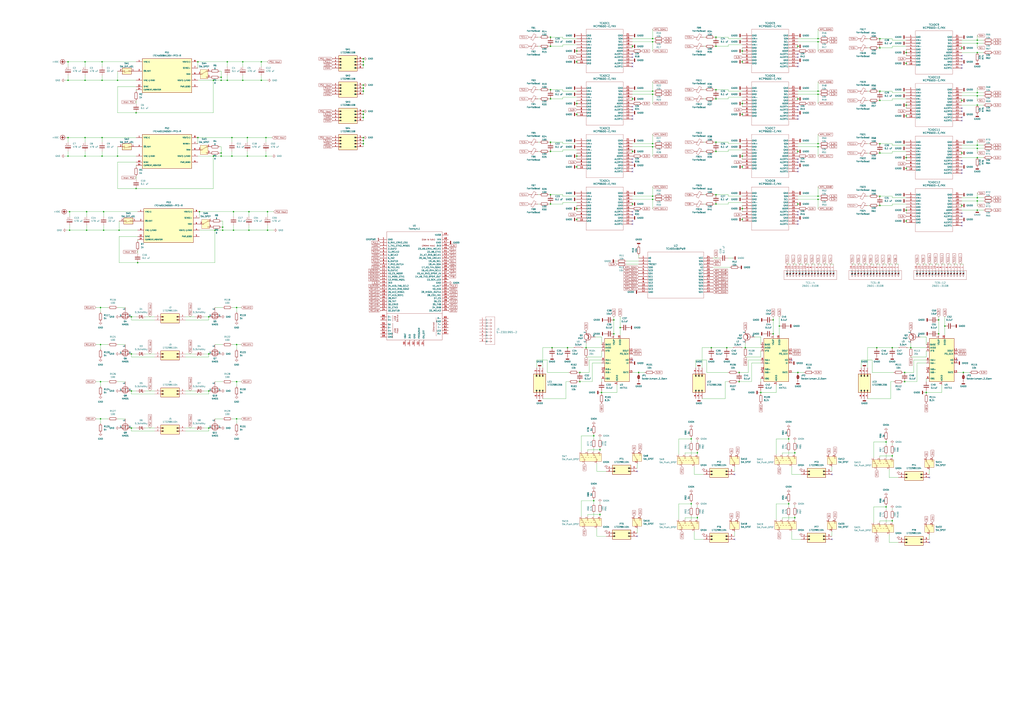
<source format=kicad_sch>
(kicad_sch (version 20231120) (generator "eeschema") (generator_version "8.0")
  (paper "A1")
  (lib_symbols
    (symbol "Analog_ADC:HX711"
      (property "Reference" "U" (at 5.08 21.59 0))
      (property "Value" "HX711" (at 7.62 19.05 0))
      (symbol "HX711_1_1"
        (pin power_in line (at -2.54 20.32 270) (length 2.54) (name "VSUP") (number "1"))
        (pin input line (at -12.7 -7.62 0) (length 2.54) (name "INB+") (number "10"))
        (pin input line (at 12.7 5.08 180) (length 2.54) (name "PD_SCK") (number "11"))
        (pin output line (at 12.7 7.62 180) (length 2.54) (name "DOUT") (number "12"))
        (pin passive line (at 12.7 0 180) (length 2.54) (name "XO") (number "13"))
        (pin passive line (at 12.7 -2.54 180) (length 2.54) (name "XI") (number "14"))
        (pin input line (at 12.7 -10.16 180) (length 2.54) (name "RATE") (number "15"))
        (pin power_in line (at 2.54 20.32 270) (length 2.54) (name "DVDD") (number "16"))
        (pin passive line (at -12.7 12.7 0) (length 2.54) (name "BASE") (number "2"))
        (pin power_in line (at -12.7 10.16 0) (length 2.54) (name "AVDD") (number "3"))
        (pin input line (at -12.7 7.62 0) (length 2.54) (name "VFB") (number "4"))
        (pin power_in line (at 0 -20.32 90) (length 2.54) (name "AGND") (number "5"))
        (pin passive line (at -12.7 -15.24 0) (length 2.54) (name "VBG") (number "6"))
        (pin input line (at -12.7 -2.54 0) (length 2.54) (name "INA-") (number "7"))
        (pin input line (at -12.7 0 0) (length 2.54) (name "INA+") (number "8"))
        (pin input line (at -12.7 -10.16 0) (length 2.54) (name "INB-") (number "9"))
      )
    )
    (symbol "CONN_1722981104:1722981104" (pin_names (offset 1.016))
      (property "Reference" "J" (at -7.62 3.81 0))
      (property "Value" "1722981104" (at -7.62 -7.62 0))
      (symbol "1722981104_0_0"
        (pin passive line (at -12.7 0 0) (length 5.08) (name "1") (number "1"))
        (pin passive line (at -12.7 -2.54 0) (length 5.08) (name "2") (number "2"))
        (pin passive line (at 12.7 0 180) (length 5.08) (name "3") (number "3"))
        (pin passive line (at 12.7 -2.54 180) (length 5.08) (name "4") (number "4"))
      )
    )
    (symbol "CONN_1722981106:1722981206" (pin_names (offset 1.016))
      (property "Reference" "J" (at -7.62 6.35 0))
      (property "Value" "1722981206" (at -7.62 -7.62 0))
      (symbol "1722981206_0_0"
        (pin passive line (at -12.7 2.54 0) (length 5.08) (name "1") (number "1"))
        (pin passive line (at -12.7 0 0) (length 5.08) (name "2") (number "2"))
        (pin passive line (at -12.7 -2.54 0) (length 5.08) (name "3") (number "3"))
        (pin passive line (at 12.7 2.54 180) (length 5.08) (name "4") (number "4"))
        (pin passive line (at 12.7 0 180) (length 5.08) (name "5") (number "5"))
        (pin passive line (at 12.7 -2.54 180) (length 5.08) (name "6") (number "6"))
      )
    )
    (symbol "CONN_1722981108:1722981108" (pin_names (offset 1.016))
      (property "Reference" "J" (at -7.62 6.35 0))
      (property "Value" "1722981108" (at -7.62 -10.16 0))
      (symbol "1722981108_0_0"
        (pin passive line (at -12.7 2.54 0) (length 5.08) (name "1") (number "1"))
        (pin passive line (at -12.7 0 0) (length 5.08) (name "2") (number "2"))
        (pin passive line (at -12.7 -2.54 0) (length 5.08) (name "3") (number "3"))
        (pin passive line (at -12.7 -5.08 0) (length 5.08) (name "4") (number "4"))
        (pin passive line (at 12.7 2.54 180) (length 5.08) (name "5") (number "5"))
        (pin passive line (at 12.7 0 180) (length 5.08) (name "6") (number "6"))
        (pin passive line (at 12.7 -2.54 180) (length 5.08) (name "7") (number "7"))
        (pin passive line (at 12.7 -5.08 180) (length 5.08) (name "8") (number "8"))
      )
    )
    (symbol "CONN_2601_3108:2601-3108" (pin_names (offset 0.254))
      (property "Reference" "J" (at 8.89 6.35 0))
      (property "Value" "2601-3108" (at 0 0 0))
      (symbol "2601-3108_1_1"
        (pin unspecified line (at 0 0 0) (length 5.08) (name "1_1") (number "1"))
        (pin unspecified line (at 0 -22.86 0) (length 5.08) (name "5_2") (number "10"))
        (pin unspecified line (at 0 -25.4 0) (length 5.08) (name "6_1") (number "11"))
        (pin unspecified line (at 0 -27.94 0) (length 5.08) (name "6_2") (number "12"))
        (pin unspecified line (at 0 -30.48 0) (length 5.08) (name "7_1") (number "13"))
        (pin unspecified line (at 0 -33.02 0) (length 5.08) (name "7_2") (number "14"))
        (pin unspecified line (at 0 -35.56 0) (length 5.08) (name "8_1") (number "15"))
        (pin unspecified line (at 0 -38.1 0) (length 5.08) (name "8_2") (number "16"))
        (pin unspecified line (at 0 -2.54 0) (length 5.08) (name "1_2") (number "2"))
        (pin unspecified line (at 0 -5.08 0) (length 5.08) (name "2_1") (number "3"))
        (pin unspecified line (at 0 -7.62 0) (length 5.08) (name "2_2") (number "4"))
        (pin unspecified line (at 0 -10.16 0) (length 5.08) (name "3_1") (number "5"))
        (pin unspecified line (at 0 -12.7 0) (length 5.08) (name "3_2") (number "6"))
        (pin unspecified line (at 0 -15.24 0) (length 5.08) (name "4_1") (number "7"))
        (pin unspecified line (at 0 -17.78 0) (length 5.08) (name "4_2") (number "8"))
        (pin unspecified line (at 0 -20.32 0) (length 5.08) (name "5_1") (number "9"))
      )
      (symbol "2601-3108_1_2"
        (pin unspecified line (at 0 0 0) (length 5.08) (name "1_1") (number "1"))
        (pin unspecified line (at 0 -22.86 0) (length 5.08) (name "5_2") (number "10"))
        (pin unspecified line (at 0 -25.4 0) (length 5.08) (name "6_1") (number "11"))
        (pin unspecified line (at 0 -27.94 0) (length 5.08) (name "6_2") (number "12"))
        (pin unspecified line (at 0 -30.48 0) (length 5.08) (name "7_1") (number "13"))
        (pin unspecified line (at 0 -33.02 0) (length 5.08) (name "7_2") (number "14"))
        (pin unspecified line (at 0 -35.56 0) (length 5.08) (name "8_1") (number "15"))
        (pin unspecified line (at 0 -38.1 0) (length 5.08) (name "8_2") (number "16"))
        (pin unspecified line (at 0 -2.54 0) (length 5.08) (name "1_2") (number "2"))
        (pin unspecified line (at 0 -5.08 0) (length 5.08) (name "2_1") (number "3"))
        (pin unspecified line (at 0 -7.62 0) (length 5.08) (name "2_2") (number "4"))
        (pin unspecified line (at 0 -10.16 0) (length 5.08) (name "3_1") (number "5"))
        (pin unspecified line (at 0 -12.7 0) (length 5.08) (name "3_2") (number "6"))
        (pin unspecified line (at 0 -15.24 0) (length 5.08) (name "4_1") (number "7"))
        (pin unspecified line (at 0 -17.78 0) (length 5.08) (name "4_2") (number "8"))
        (pin unspecified line (at 0 -20.32 0) (length 5.08) (name "5_1") (number "9"))
      )
    )
    (symbol "CONN_5-2301995-2_RJ45:5-2301995-2" (pin_names (offset 0.254))
      (property "Reference" "J" (at 8.89 6.35 0))
      (property "Value" "5-2301995-2" (at 0 0 0))
      (symbol "5-2301995-2_1_1"
        (pin unspecified line (at 0 0 0) (length 5.08) (name "1") (number "1"))
        (pin unspecified line (at 0 -2.54 0) (length 5.08) (name "2") (number "2"))
        (pin unspecified line (at 0 -5.08 0) (length 5.08) (name "3") (number "3"))
        (pin unspecified line (at 0 -7.62 0) (length 5.08) (name "4") (number "4"))
        (pin unspecified line (at 0 -10.16 0) (length 5.08) (name "5") (number "5"))
        (pin unspecified line (at 0 -12.7 0) (length 5.08) (name "6") (number "6"))
        (pin unspecified line (at 0 -15.24 0) (length 5.08) (name "7") (number "7"))
        (pin unspecified line (at 0 -17.78 0) (length 5.08) (name "8") (number "8"))
      )
      (symbol "5-2301995-2_1_2"
        (pin unspecified line (at 0 0 0) (length 5.08) (name "1") (number "1"))
        (pin unspecified line (at 0 -2.54 0) (length 5.08) (name "2") (number "2"))
        (pin unspecified line (at 0 -5.08 0) (length 5.08) (name "3") (number "3"))
        (pin unspecified line (at 0 -7.62 0) (length 5.08) (name "4") (number "4"))
        (pin unspecified line (at 0 -10.16 0) (length 5.08) (name "5") (number "5"))
        (pin unspecified line (at 0 -12.7 0) (length 5.08) (name "6") (number "6"))
        (pin unspecified line (at 0 -15.24 0) (length 5.08) (name "7") (number "7"))
        (pin unspecified line (at 0 -17.78 0) (length 5.08) (name "8") (number "8"))
      )
    )
    (symbol "DCC_I7C4W008A120V_PF3_R:I7C4W008A120V-PF3-R" (pin_names (offset 1.016))
      (property "Reference" "PS" (at -20.32 13.462 0))
      (property "Value" "I7C4W008A120V-PF3-R" (at -20.32 -17.78 0))
      (symbol "I7C4W008A120V-PF3-R_0_0"
        (pin input line (at -25.4 10.16 0) (length 5.08) (name "VIN(+)") (number "1"))
        (pin input line (at -25.4 2.54 0) (length 5.08) (name "~{ON}/OFF") (number "2"))
        (pin input line (at -25.4 -5.08 0) (length 5.08) (name "VIN(-)/GND") (number "3"))
        (pin input line (at -25.4 -10.16 0) (length 5.08) (name "SYNC") (number "32"))
        (pin input line (at -25.4 -12.7 0) (length 5.08) (name "CURRENT_MONITOR") (number "34"))
        (pin output line (at 25.4 -5.08 180) (length 5.08) (name "VOUT(-)/GND") (number "4"))
        (pin output line (at 25.4 -10.16 180) (length 5.08) (name "PWR_GOOD") (number "5"))
        (pin passive line (at 25.4 0 180) (length 5.08) (name "TRIM") (number "6"))
        (pin input line (at 25.4 5.08 180) (length 5.08) (name "SENSE+") (number "7"))
        (pin output line (at 25.4 10.16 180) (length 5.08) (name "VOUT(+)") (number "8"))
      )
    )
    (symbol "DCC_I7C4W012A050V_PF3_R:I7C4W012A050V-PF3-R" (pin_names (offset 1.016))
      (property "Reference" "PS" (at -20.32 13.462 0))
      (property "Value" "I7C4W012A050V-PF3-R" (at -20.32 -17.78 0))
      (symbol "I7C4W012A050V-PF3-R_0_0"
        (pin input line (at -25.4 10.16 0) (length 5.08) (name "VIN(+)") (number "1"))
        (pin input line (at -25.4 2.54 0) (length 5.08) (name "~{ON}/OFF") (number "2"))
        (pin input line (at -25.4 -5.08 0) (length 5.08) (name "VIN(-)/GND") (number "3"))
        (pin input line (at -25.4 -10.16 0) (length 5.08) (name "SYNC") (number "32"))
        (pin input line (at -25.4 -12.7 0) (length 5.08) (name "CURRENT_MONITOR") (number "34"))
        (pin output line (at 25.4 -5.08 180) (length 5.08) (name "VOUT(-)/GND") (number "4"))
        (pin output line (at 25.4 -10.16 180) (length 5.08) (name "PWR_GOOD") (number "5"))
        (pin passive line (at 25.4 0 180) (length 5.08) (name "TRIM") (number "6"))
        (pin input line (at 25.4 5.08 180) (length 5.08) (name "SENSE+") (number "7"))
        (pin output line (at 25.4 10.16 180) (length 5.08) (name "VOUT(+)") (number "8"))
      )
    )
    (symbol "Device:C" (pin_numbers hide) (pin_names (offset 0.254))
      (property "Reference" "C" (at 0.635 2.54 0))
      (property "Value" "C" (at 0.635 -2.54 0))
      (symbol "C_1_1"
        (pin passive line (at 0 3.81 270) (length 2.794) (name "~") (number "1"))
        (pin passive line (at 0 -3.81 90) (length 2.794) (name "~") (number "2"))
      )
    )
    (symbol "Device:C_Polarized" (pin_numbers hide) (pin_names (offset 0.254))
      (property "Reference" "C" (at 0.635 2.54 0))
      (property "Value" "C_Polarized" (at 0.635 -2.54 0))
      (symbol "C_Polarized_1_1"
        (pin passive line (at 0 3.81 270) (length 2.794) (name "~") (number "1"))
        (pin passive line (at 0 -3.81 90) (length 2.794) (name "~") (number "2"))
      )
    )
    (symbol "Device:D_Schottky" (pin_numbers hide) (pin_names (offset 1.016) hide)
      (property "Reference" "D" (at 0 2.54 0))
      (property "Value" "D_Schottky" (at 0 -2.54 0))
      (symbol "D_Schottky_1_1"
        (pin passive line (at -3.81 0 0) (length 2.54) (name "K") (number "1"))
        (pin passive line (at 3.81 0 180) (length 2.54) (name "A") (number "2"))
      )
    )
    (symbol "Device:FerriteBead" (pin_numbers hide) (pin_names (offset 0))
      (property "Reference" "FB" (at -3.81 0.635 90))
      (property "Value" "FerriteBead" (at 3.81 0 90))
      (symbol "FerriteBead_1_1"
        (pin passive line (at 0 3.81 270) (length 2.54) (name "~") (number "1"))
        (pin passive line (at 0 -3.81 90) (length 2.54) (name "~") (number "2"))
      )
    )
    (symbol "Device:L" (pin_numbers hide) (pin_names (offset 1.016) hide)
      (property "Reference" "L" (at -1.27 0 90))
      (property "Value" "L" (at 1.905 0 90))
      (symbol "L_1_1"
        (pin passive line (at 0 3.81 270) (length 1.27) (name "1") (number "1"))
        (pin passive line (at 0 -3.81 90) (length 1.27) (name "2") (number "2"))
      )
    )
    (symbol "Device:R" (pin_numbers hide) (pin_names (offset 0))
      (property "Reference" "R" (at 2.032 0 90))
      (property "Value" "R" (at 0 0 90))
      (symbol "R_1_1"
        (pin passive line (at 0 3.81 270) (length 1.27) (name "~") (number "1"))
        (pin passive line (at 0 -3.81 90) (length 1.27) (name "~") (number "2"))
      )
    )
    (symbol "IC_MCP9600-EMX:MCP9600-E_MX" (pin_names (offset 0.254))
      (property "Reference" "U" (at 22.86 10.16 0))
      (property "Value" "MCP9600-E/MX" (at 22.86 7.62 0))
      (symbol "MCP9600-E_MX_0_1"
        (pin power_out line (at 0 0 0) (length 7.62) (name "GND") (number "1"))
        (pin power_out line (at 0 -22.86 0) (length 7.62) (name "GND") (number "10"))
        (pin output line (at 45.72 -25.4 180) (length 7.62) (name "ALERT1") (number "11"))
        (pin output line (at 45.72 -22.86 180) (length 7.62) (name "ALERT2") (number "12"))
        (pin power_out line (at 45.72 -20.32 180) (length 7.62) (name "GND") (number "13"))
        (pin output line (at 45.72 -17.78 180) (length 7.62) (name "ALERT3") (number "14"))
        (pin output line (at 45.72 -15.24 180) (length 7.62) (name "ALERT4") (number "15"))
        (pin input line (at 45.72 -12.7 180) (length 7.62) (name "ADDR") (number "16"))
        (pin power_out line (at 45.72 -10.16 180) (length 7.62) (name "GND") (number "17"))
        (pin power_out line (at 45.72 -7.62 180) (length 7.62) (name "GND") (number "18"))
        (pin input line (at 45.72 -5.08 180) (length 7.62) (name "SCL") (number "19"))
        (pin input line (at 0 -2.54 0) (length 7.62) (name "VIN+") (number "2"))
        (pin bidirectional line (at 45.72 -2.54 180) (length 7.62) (name "SDA") (number "20"))
        (pin power_out line (at 45.72 0 180) (length 7.62) (name "GND") (number "21"))
        (pin power_out line (at 0 -5.08 0) (length 7.62) (name "GND") (number "3"))
        (pin input line (at 0 -7.62 0) (length 7.62) (name "VIN-") (number "4"))
        (pin power_out line (at 0 -10.16 0) (length 7.62) (name "GND") (number "5"))
        (pin power_out line (at 0 -12.7 0) (length 7.62) (name "GND") (number "6"))
        (pin power_out line (at 0 -15.24 0) (length 7.62) (name "GND") (number "7"))
        (pin power_in line (at 0 -17.78 0) (length 7.62) (name "VDD") (number "8"))
        (pin power_out line (at 0 -20.32 0) (length 7.62) (name "GND") (number "9"))
      )
    )
    (symbol "IC_TCA9548APWR:TCA9548APWR" (pin_names (offset 0.254))
      (property "Reference" "U" (at 30.48 10.16 0))
      (property "Value" "TCA9548APWR" (at 30.48 7.62 0))
      (symbol "TCA9548APWR_0_1"
        (pin input line (at 0 0 0) (length 7.62) (name "A0") (number "1"))
        (pin unspecified line (at 0 -22.86 0) (length 7.62) (name "SD3") (number "10"))
        (pin unspecified line (at 0 -25.4 0) (length 7.62) (name "SC3") (number "11"))
        (pin power_in line (at 0 -27.94 0) (length 7.62) (name "GND") (number "12"))
        (pin unspecified line (at 60.96 -27.94 180) (length 7.62) (name "SD4") (number "13"))
        (pin unspecified line (at 60.96 -25.4 180) (length 7.62) (name "SC4") (number "14"))
        (pin unspecified line (at 60.96 -22.86 180) (length 7.62) (name "SD5") (number "15"))
        (pin unspecified line (at 60.96 -20.32 180) (length 7.62) (name "SC5") (number "16"))
        (pin unspecified line (at 60.96 -17.78 180) (length 7.62) (name "SD6") (number "17"))
        (pin unspecified line (at 60.96 -15.24 180) (length 7.62) (name "SC6") (number "18"))
        (pin unspecified line (at 60.96 -12.7 180) (length 7.62) (name "SD7") (number "19"))
        (pin input line (at 0 -2.54 0) (length 7.62) (name "A1") (number "2"))
        (pin unspecified line (at 60.96 -10.16 180) (length 7.62) (name "SC7") (number "20"))
        (pin input line (at 60.96 -7.62 180) (length 7.62) (name "A2") (number "21"))
        (pin unspecified line (at 60.96 -5.08 180) (length 7.62) (name "SCL") (number "22"))
        (pin unspecified line (at 60.96 -2.54 180) (length 7.62) (name "SDA") (number "23"))
        (pin power_in line (at 60.96 0 180) (length 7.62) (name "VCC") (number "24"))
        (pin input line (at 0 -5.08 0) (length 7.62) (name "*RESET") (number "3"))
        (pin unspecified line (at 0 -7.62 0) (length 7.62) (name "SD0") (number "4"))
        (pin unspecified line (at 0 -10.16 0) (length 7.62) (name "SC0") (number "5"))
        (pin unspecified line (at 0 -12.7 0) (length 7.62) (name "SD1") (number "6"))
        (pin unspecified line (at 0 -15.24 0) (length 7.62) (name "SC1") (number "7"))
        (pin unspecified line (at 0 -17.78 0) (length 7.62) (name "SD2") (number "8"))
        (pin unspecified line (at 0 -20.32 0) (length 7.62) (name "SC2") (number "9"))
      )
    )
    (symbol "Jumper:SolderJumper_2_Open" (pin_numbers hide) (pin_names (offset 0) hide) (exclude_from_sim yes) (in_bom no)
      (property "Reference" "JP" (at 0 2.032 0))
      (property "Value" "SolderJumper_2_Open" (at 0 -2.54 0))
      (symbol "SolderJumper_2_Open_1_1"
        (pin passive line (at -3.81 0 0) (length 2.54) (name "A") (number "1"))
        (pin passive line (at 3.81 0 180) (length 2.54) (name "B") (number "2"))
      )
    )
    (symbol "Simulation_SPICE:NMOS" (pin_numbers hide) (pin_names (offset 0))
      (property "Reference" "Q" (at 5.08 1.27 0))
      (property "Value" "NMOS" (at 5.08 -1.27 0))
      (symbol "NMOS_1_1"
        (pin passive line (at 2.54 5.08 270) (length 2.54) (name "D") (number "1"))
        (pin input line (at -5.08 0 0) (length 2.54) (name "G") (number "2"))
        (pin passive line (at 2.54 -5.08 90) (length 2.54) (name "S") (number "3"))
      )
    )
    (symbol "Simulation_SPICE:PNP" (pin_numbers hide) (pin_names (offset 0))
      (property "Reference" "Q" (at -2.54 7.62 0))
      (property "Value" "PNP" (at -2.54 5.08 0))
      (symbol "PNP_1_1"
        (pin open_collector line (at 2.54 5.08 270) (length 2.54) (name "C") (number "1"))
        (pin input line (at -5.08 0 0) (length 2.54) (name "B") (number "2"))
        (pin open_emitter line (at 2.54 -5.08 90) (length 2.54) (name "E") (number "3"))
      )
    )
    (symbol "Switch:SW_DIP_x01" (pin_names (offset 0) hide)
      (property "Reference" "SW" (at 0 3.81 0))
      (property "Value" "SW_DIP_x01" (at 0 -3.81 0))
      (symbol "SW_DIP_x01_1_1"
        (pin passive line (at -7.62 0 0) (length 5.08) (name "~") (number "1"))
        (pin passive line (at 7.62 0 180) (length 5.08) (name "~") (number "2"))
      )
    )
    (symbol "Switch:SW_Push_DPDT" (pin_names (offset 0) hide)
      (property "Reference" "SW" (at 0 10.16 0))
      (property "Value" "SW_Push_DPDT" (at 0 -10.16 0))
      (symbol "SW_Push_DPDT_1_1"
        (pin passive line (at 5.08 7.62 180) (length 2.54) (name "A") (number "1"))
        (pin passive line (at -5.08 5.08 0) (length 2.54) (name "B") (number "2"))
        (pin passive line (at 5.08 2.54 180) (length 2.54) (name "C") (number "3"))
        (pin passive line (at 5.08 -2.54 180) (length 2.54) (name "A") (number "4"))
        (pin passive line (at -5.08 -5.08 0) (length 2.54) (name "B") (number "5"))
        (pin passive line (at 5.08 -7.62 180) (length 2.54) (name "C") (number "6"))
      )
    )
    (symbol "Switch:SW_SPDT" (pin_names (offset 0) hide)
      (property "Reference" "SW" (at 0 5.08 0))
      (property "Value" "SW_SPDT" (at 0 -5.08 0))
      (symbol "SW_SPDT_1_1"
        (pin passive line (at 5.08 2.54 180) (length 2.54) (name "A") (number "1"))
        (pin passive line (at -5.08 0 0) (length 2.54) (name "B") (number "2"))
        (pin passive line (at 5.08 -2.54 180) (length 2.54) (name "C") (number "3"))
      )
    )
    (symbol "power:+VDC" (power) (pin_numbers hide) (pin_names (offset 0) hide)
      (property "Value" "+VDC" (at 0 6.35 0))
      (symbol "+VDC_1_1"
        (pin power_in line (at 0 0 90) (length 0) (name "~") (number "1"))
      )
    )
    (symbol "power:GND" (power) (pin_numbers hide) (pin_names (offset 0) hide)
      (property "Value" "GND" (at 0 -3.81 0))
      (symbol "GND_1_1"
        (pin power_in line (at 0 0 270) (length 0) (name "~") (number "1"))
      )
    )
    (symbol "power:GNDA" (power) (pin_numbers hide) (pin_names (offset 0) hide)
      (property "Value" "GNDA" (at 0 -3.81 0))
      (symbol "GNDA_1_1"
        (pin power_in line (at 0 0 270) (length 0) (name "~") (number "1"))
      )
    )
    (symbol "power:GNDD" (power) (pin_numbers hide) (pin_names (offset 0) hide)
      (property "Value" "GNDD" (at 0 -3.175 0))
      (symbol "GNDD_1_1"
        (pin power_in line (at 0 0 270) (length 0) (name "~") (number "1"))
      )
    )
    (symbol "power:GNDPWR" (power) (pin_numbers hide) (pin_names (offset 0) hide)
      (property "Value" "GNDPWR" (at 0 -3.302 0))
      (symbol "GNDPWR_1_1"
        (pin power_in line (at 0 0 270) (length 0) (name "~") (number "1"))
      )
    )
    (symbol "teensy:Teensy4.1" (pin_names (offset 1.016))
      (property "Reference" "U" (at 0 64.77 0))
      (property "Value" "Teensy4.1" (at 0 62.23 0))
      (symbol "Teensy4.1_0_0"
        (text "(250mA max)" (at 11.43 49.53 0) (effects (font (size 1.016 1.016))))
        (text "(3.6v to 5.5v)" (at 11.43 54.61 0) (effects (font (size 1.016 1.016))))
        (text "Device" (at -13.97 -10.16 900) (effects (font (size 1.27 1.27))))
        (text "Ethernet" (at 15.875 -17.145 900) (effects (font (size 1.27 1.27))))
        (text "Host" (at -13.97 -20.32 900) (effects (font (size 1.27 1.27))))
        (text "USB" (at -15.875 -20.32 900) (effects (font (size 1.27 1.27))))
        (text "USB" (at -15.875 -10.16 900) (effects (font (size 1.27 1.27))))
        (pin bidirectional line (at -27.94 31.75 0) (length 5.08) (name "8_TX2_IN1") (number "10"))
        (pin bidirectional line (at -27.94 29.21 0) (length 5.08) (name "9_OUT1C") (number "11"))
        (pin bidirectional line (at -27.94 26.67 0) (length 5.08) (name "10_CS_MQSR") (number "12"))
        (pin bidirectional line (at -27.94 24.13 0) (length 5.08) (name "11_MOSI_CTX1") (number "13"))
        (pin bidirectional line (at -27.94 21.59 0) (length 5.08) (name "12_MISO_MQSL") (number "14"))
        (pin power_in line (at -27.94 19.05 0) (length 5.08) (name "3V3") (number "15"))
        (pin bidirectional line (at -27.94 16.51 0) (length 5.08) (name "24_A10_TX6_SCL2") (number "16"))
        (pin bidirectional line (at -27.94 13.97 0) (length 5.08) (name "25_A11_RX6_SDA2") (number "17"))
        (pin bidirectional line (at -27.94 11.43 0) (length 5.08) (name "26_A12_MOSI1") (number "18"))
        (pin bidirectional line (at -27.94 8.89 0) (length 5.08) (name "27_A13_SCK1") (number "19"))
        (pin bidirectional line (at -27.94 6.35 0) (length 5.08) (name "28_RX7") (number "20"))
        (pin bidirectional line (at -27.94 3.81 0) (length 5.08) (name "29_TX7") (number "21"))
        (pin bidirectional line (at -27.94 1.27 0) (length 5.08) (name "30_CRX3") (number "22"))
        (pin bidirectional line (at -27.94 -1.27 0) (length 5.08) (name "31_CTX3") (number "23"))
        (pin bidirectional line (at -27.94 -3.81 0) (length 5.08) (name "32_OUT1B") (number "24"))
        (pin bidirectional line (at 27.94 -3.81 180) (length 5.08) (name "33_MCLK2") (number "25"))
        (pin bidirectional line (at 27.94 -1.27 180) (length 5.08) (name "34_RX8") (number "26"))
        (pin bidirectional line (at 27.94 1.27 180) (length 5.08) (name "35_TX8") (number "27"))
        (pin bidirectional line (at 27.94 3.81 180) (length 5.08) (name "36_CS") (number "28"))
        (pin bidirectional line (at 27.94 6.35 180) (length 5.08) (name "37_CS") (number "29"))
        (pin bidirectional line (at 27.94 8.89 180) (length 5.08) (name "38_CS1_IN1") (number "30"))
        (pin bidirectional line (at 27.94 11.43 180) (length 5.08) (name "39_MISO1_OUT1A") (number "31"))
        (pin bidirectional line (at 27.94 13.97 180) (length 5.08) (name "40_A16") (number "32"))
        (pin bidirectional line (at 27.94 16.51 180) (length 5.08) (name "41_A17") (number "33"))
        (pin bidirectional line (at 27.94 21.59 180) (length 5.08) (name "13_SCK_LED") (number "35"))
        (pin bidirectional line (at 27.94 24.13 180) (length 5.08) (name "14_A0_TX3_SPDIF_OUT") (number "36"))
        (pin bidirectional line (at 27.94 26.67 180) (length 5.08) (name "15_A1_RX3_SPDIF_IN") (number "37"))
        (pin bidirectional line (at 27.94 29.21 180) (length 5.08) (name "16_A2_RX4_SCL1") (number "38"))
        (pin bidirectional line (at 27.94 31.75 180) (length 5.08) (name "17_A3_TX4_SDA1") (number "39"))
        (pin bidirectional line (at 27.94 34.29 180) (length 5.08) (name "18_A4_SDA") (number "40"))
        (pin bidirectional line (at 27.94 36.83 180) (length 5.08) (name "19_A5_SCL") (number "41"))
        (pin bidirectional line (at 27.94 39.37 180) (length 5.08) (name "20_A6_TX5_LRCLK1") (number "42"))
        (pin bidirectional line (at 27.94 41.91 180) (length 5.08) (name "21_A7_RX5_BCLK1") (number "43"))
        (pin bidirectional line (at 27.94 44.45 180) (length 5.08) (name "22_A8_CTX1") (number "44"))
        (pin bidirectional line (at 27.94 46.99 180) (length 5.08) (name "23_A9_CRX1_MCLK1") (number "45"))
        (pin output line (at 27.94 49.53 180) (length 5.08) (name "3V3") (number "46"))
        (pin output line (at 27.94 52.07 180) (length 5.08) (name "GND") (number "47"))
        (pin power_in line (at 27.94 54.61 180) (length 5.08) (name "VIN") (number "48"))
        (pin power_out line (at 27.94 58.42 180) (length 5.08) (name "VUSB") (number "49"))
        (pin bidirectional line (at -27.94 44.45 0) (length 5.08) (name "3_LRCLK2") (number "5"))
        (pin power_in line (at -7.62 -33.02 90) (length 5.08) (name "VBAT") (number "50"))
        (pin power_in line (at -3.81 -33.02 90) (length 5.08) (name "3V3") (number "51"))
        (pin input line (at 0 -33.02 90) (length 5.08) (name "GND") (number "52"))
        (pin input line (at 3.81 -33.02 90) (length 5.08) (name "PROGRAM") (number "53"))
        (pin input line (at 7.62 -33.02 90) (length 5.08) (name "ON_OFF") (number "54"))
        (pin power_out line (at -27.94 -15.24 0) (length 5.08) (name "5V") (number "55"))
        (pin bidirectional line (at -27.94 -17.78 0) (length 5.08) (name "D-") (number "56"))
        (pin bidirectional line (at -27.94 -20.32 0) (length 5.08) (name "D+") (number "57"))
        (pin power_in line (at -27.94 -22.86 0) (length 5.08) (name "GND") (number "58"))
        (pin power_in line (at -27.94 -25.4 0) (length 5.08) (name "GND") (number "59"))
        (pin bidirectional line (at -27.94 41.91 0) (length 5.08) (name "4_BCLK2") (number "6"))
        (pin bidirectional line (at 27.94 -22.86 180) (length 5.08) (name "R+") (number "60"))
        (pin bidirectional line (at 27.94 -20.32 180) (length 5.08) (name "LED") (number "61"))
        (pin bidirectional line (at 27.94 -17.78 180) (length 5.08) (name "T-") (number "62"))
        (pin bidirectional line (at 27.94 -15.24 180) (length 5.08) (name "T+") (number "63"))
        (pin power_in line (at 27.94 -12.7 180) (length 5.08) (name "GND") (number "64"))
        (pin bidirectional line (at 27.94 -10.16 180) (length 5.08) (name "R-") (number "65"))
        (pin bidirectional line (at -27.94 -8.89 0) (length 5.08) (name "D-") (number "66"))
        (pin bidirectional line (at -27.94 -11.43 0) (length 5.08) (name "D+") (number "67"))
        (pin bidirectional line (at -27.94 39.37 0) (length 5.08) (name "5_IN2") (number "7"))
        (pin bidirectional line (at -27.94 36.83 0) (length 5.08) (name "6_OUT1D") (number "8"))
        (pin bidirectional line (at -27.94 34.29 0) (length 5.08) (name "7_RX2_OUT1A") (number "9"))
      )
      (symbol "Teensy4.1_1_1"
        (pin power_in line (at -27.94 54.61 0) (length 5.08) (name "GND") (number "1"))
        (pin bidirectional line (at -27.94 52.07 0) (length 5.08) (name "0_RX1_CRX2_CS1") (number "2"))
        (pin bidirectional line (at -27.94 49.53 0) (length 5.08) (name "1_TX1_CTX2_MISO1") (number "3"))
        (pin power_in line (at 27.94 19.05 180) (length 5.08) (name "GND") (number "34"))
        (pin bidirectional line (at -27.94 46.99 0) (length 5.08) (name "2_OUT2") (number "4"))
      )
    )
  )
  (junction (at 199.39 50.8))
  (junction (at 609.6 41.91))
  (junction (at 671.83 31.75))
  (junction (at 635 274.32))
  (junction (at 494.03 322.58))
  (junction (at 535.94 161.29))
  (junction (at 720.09 285.75))
  (junction (at 588.01 81.28))
  (junction (at 181.61 128.27))
  (junction (at 452.12 160.02))
  (junction (at 802.64 86.36))
  (junction (at 524.51 306.07))
  (junction (at 85.09 173.99))
  (junction (at 588.01 30.48))
  (junction (at 298.45 118.11))
  (junction (at 742.95 313.69))
  (junction (at 219.71 189.23))
  (junction (at 635 262.89))
  (junction (at 647.7 360.68))
  (junction (at 535.94 31.75))
  (junction (at 535.94 118.11))
  (junction (at 624.84 322.58))
  (junction (at 722.63 39.37))
  (junction (at 789.94 168.91))
  (junction (at 607.06 313.69))
  (junction (at 69.85 128.27))
  (junction (at 588.01 124.46))
  (junction (at 182.88 186.69))
  (junction (at 466.09 285.75))
  (junction (at 473.71 41.91))
  (junction (at 535.94 77.47))
  (junction (at 113.03 215.9))
  (junction (at 519.43 81.28))
  (junction (at 96.52 128.27))
  (junction (at 452.12 116.84))
  (junction (at 492.76 422.91))
  (junction (at 473.71 85.09))
  (junction (at 732.79 427.99))
  (junction (at 107.95 351.79))
  (junction (at 181.61 125.73))
  (junction (at 298.45 91.44))
  (junction (at 671.83 118.11))
  (junction (at 588.01 73.66))
  (junction (at 190.5 128.27))
  (junction (at 671.83 120.65))
  (junction (at 162.56 50.8))
  (junction (at 722.63 82.55))
  (junction (at 640.08 267.97))
  (junction (at 671.83 74.93))
  (junction (at 473.71 93.98))
  (junction (at 535.94 34.29))
  (junction (at 214.63 50.8))
  (junction (at 722.63 161.29))
  (junction (at 504.19 262.89))
  (junction (at 194.31 344.17))
  (junction (at 71.12 189.23))
  (junction (at 722.63 118.11))
  (junction (at 298.45 72.39))
  (junction (at 655.32 81.28))
  (junction (at 652.78 425.45))
  (junction (at 111.76 92.71))
  (junction (at 535.94 120.65))
  (junction (at 655.32 38.1))
  (junction (at 107.95 321.31))
  (junction (at 473.71 171.45))
  (junction (at 107.95 260.35))
  (junction (at 171.45 321.31))
  (junction (at 171.45 260.35))
  (junction (at 71.12 173.99))
  (junction (at 473.71 128.27))
  (junction (at 722.63 168.91))
  (junction (at 671.83 163.83))
  (junction (at 671.83 161.29))
  (junction (at 567.69 360.68))
  (junction (at 744.22 95.25))
  (junction (at 82.55 252.73))
  (junction (at 203.2 113.03))
  (junction (at 194.31 252.73))
  (junction (at 452.12 124.46))
  (junction (at 775.97 267.97))
  (junction (at 481.33 285.75))
  (junction (at 609.6 93.98))
  (junction (at 802.64 129.54))
  (junction (at 802.64 165.1))
  (junction (at 57.15 189.23))
  (junction (at 219.71 173.99))
  (junction (at 214.63 66.04))
  (junction (at 802.64 119.38))
  (junction (at 744.22 86.36))
  (junction (at 744.22 172.72))
  (junction (at 194.31 283.21))
  (junction (at 655.32 124.46))
  (junction (at 802.64 172.72))
  (junction (at 655.32 306.07))
  (junction (at 588.01 116.84))
  (junction (at 802.64 121.92))
  (junction (at 612.14 285.75))
  (junction (at 519.43 167.64))
  (junction (at 55.88 50.8))
  (junction (at 487.68 411.48))
  (junction (at 802.64 162.56))
  (junction (at 744.22 138.43))
  (junction (at 171.45 290.83))
  (junction (at 298.45 113.03))
  (junction (at 535.94 74.93))
  (junction (at 802.64 35.56))
  (junction (at 69.85 66.04))
  (junction (at 204.47 189.23))
  (junction (at 111.76 154.94))
  (junction (at 298.45 93.98))
  (junction (at 452.12 38.1))
  (junction (at 199.39 66.04))
  (junction (at 453.39 285.75))
  (junction (at 671.83 77.47))
  (junction (at 163.83 173.99))
  (junction (at 744.22 181.61))
  (junction (at 69.85 50.8))
  (junction (at 175.26 66.04))
  (junction (at 182.88 189.23))
  (junction (at 509.27 269.24))
  (junction (at 609.6 171.45))
  (junction (at 96.52 66.04))
  (junction (at 194.31 313.69))
  (junction (at 519.43 38.1))
  (junction (at 82.55 313.69))
  (junction (at 732.79 285.75))
  (junction (at 452.12 81.28))
  (junction (at 97.79 189.23))
  (junction (at 584.2 285.75))
  (junction (at 181.61 66.04))
  (junction (at 727.71 416.56))
  (junction (at 57.15 173.99))
  (junction (at 191.77 189.23))
  (junction (at 476.25 306.07))
  (junction (at 473.71 50.8))
  (junction (at 744.22 52.07))
  (junction (at 504.19 274.32))
  (junction (at 567.69 414.02))
  (junction (at 298.45 74.93))
  (junction (at 607.06 306.07))
  (junction (at 744.22 43.18))
  (junction (at 298.45 50.8))
  (junction (at 652.78 372.11))
  (junction (at 722.63 125.73))
  (junction (at 789.94 82.55))
  (junction (at 791.21 306.07))
  (junction (at 204.47 173.99))
  (junction (at 744.22 129.54))
  (junction (at 476.25 313.69))
  (junction (at 69.85 113.03))
  (junction (at 85.09 189.23))
  (junction (at 671.83 34.29))
  (junction (at 162.56 113.03))
  (junction (at 298.45 69.85))
  (junction (at 609.6 137.16))
  (junction (at 655.32 167.64))
  (junction (at 107.95 290.83))
  (junction (at 588.01 38.1))
  (junction (at 609.6 85.09))
  (junction (at 186.69 66.04))
  (junction (at 609.6 50.8))
  (junction (at 535.94 163.83))
  (junction (at 55.88 66.04))
  (junction (at 722.63 74.93))
  (junction (at 802.64 76.2))
  (junction (at 82.55 283.21))
  (junction (at 83.82 66.04))
  (junction (at 82.55 344.17))
  (junction (at 519.43 124.46))
  (junction (at 218.44 113.03))
  (junction (at 190.5 113.03))
  (junction (at 609.6 128.27))
  (junction (at 298.45 53.34))
  (junction (at 588.01 167.64))
  (junction (at 218.44 128.27))
  (junction (at 588.01 160.02))
  (junction (at 770.89 274.32))
  (junction (at 83.82 113.03))
  (junction (at 760.73 322.58))
  (junction (at 473.71 180.34))
  (junction (at 722.63 31.75))
  (junction (at 186.69 50.8))
  (junction (at 55.88 113.03))
  (junction (at 596.9 285.75))
  (junction (at 647.7 414.02))
  (junction (at 55.88 128.27))
  (junction (at 572.77 372.11))
  (junction (at 789.94 39.37))
  (junction (at 298.45 96.52))
  (junction (at 609.6 180.34))
  (junction (at 487.68 358.14))
  (junction (at 452.12 30.48))
  (junction (at 175.26 128.27))
  (junction (at 742.95 306.07))
  (junction (at 83.82 50.8))
  (junction (at 572.77 425.45))
  (junction (at 452.12 167.64))
  (junction (at 83.82 128.27))
  (junction (at 789.94 125.73))
  (junction (at 191.77 173.99))
  (junction (at 492.76 369.57))
  (junction (at 802.64 33.02))
  (junction (at 770.89 262.89))
  (junction (at 298.45 48.26))
  (junction (at 181.61 63.5))
  (junction (at 203.2 128.27))
  (junction (at 748.03 285.75))
  (junction (at 732.79 374.65))
  (junction (at 298.45 115.57))
  (junction (at 452.12 73.66))
  (junction (at 473.71 137.16))
  (junction (at 171.45 351.79))
  (junction (at 727.71 363.22))
  (junction (at 802.64 43.18))
  (junction (at 176.53 189.23))
  (junction (at 802.64 78.74))
  (no_connect (at 789.94 134.62))
  (no_connect (at 655.32 95.25))
  (no_connect (at 603.25 443.23))
  (no_connect (at 789.94 99.06))
  (no_connect (at 519.43 295.91))
  (no_connect (at 519.43 97.79))
  (no_connect (at 655.32 54.61))
  (no_connect (at 683.26 443.23))
  (no_connect (at 655.32 181.61))
  (no_connect (at 655.32 46.99))
  (no_connect (at 789.94 177.8))
  (no_connect (at 789.94 53.34))
  (no_connect (at 655.32 90.17))
  (no_connect (at 650.24 295.91))
  (no_connect (at 519.43 54.61))
  (no_connect (at 683.26 389.89))
  (no_connect (at 763.27 445.77))
  (no_connect (at 655.32 133.35))
  (no_connect (at 655.32 87.63))
  (no_connect (at 789.94 45.72))
  (no_connect (at 519.43 173.99))
  (no_connect (at 789.94 91.44))
  (no_connect (at 655.32 52.07))
  (no_connect (at 523.24 387.35))
  (no_connect (at 519.43 44.45))
  (no_connect (at 789.94 139.7))
  (no_connect (at 655.32 97.79))
  (no_connect (at 519.43 133.35))
  (no_connect (at 763.27 392.43))
  (no_connect (at 655.32 184.15))
  (no_connect (at 519.43 138.43))
  (no_connect (at 655.32 130.81))
  (no_connect (at 519.43 52.07))
  (no_connect (at 789.94 132.08))
  (no_connect (at 519.43 95.25))
  (no_connect (at 789.94 142.24))
  (no_connect (at 519.43 130.81))
  (no_connect (at 655.32 138.43))
  (no_connect (at 789.94 88.9))
  (no_connect (at 519.43 140.97))
  (no_connect (at 519.43 46.99))
  (no_connect (at 655.32 173.99))
  (no_connect (at 519.43 87.63))
  (no_connect (at 789.94 175.26))
  (no_connect (at 519.43 184.15))
  (no_connect (at 789.94 48.26))
  (no_connect (at 786.13 295.91))
  (no_connect (at 523.24 440.69))
  (no_connect (at 789.94 182.88))
  (no_connect (at 655.32 176.53))
  (no_connect (at 655.32 44.45))
  (no_connect (at 789.94 185.42))
  (no_connect (at 519.43 181.61))
  (no_connect (at 789.94 55.88))
  (no_connect (at 603.25 389.89))
  (no_connect (at 519.43 176.53))
  (no_connect (at 519.43 90.17))
  (no_connect (at 655.32 140.97))
  (no_connect (at 789.94 96.52))
  (wire (pts (xy 69.85 113.03) (xy 83.82 113.03)))
  (wire (pts (xy 492.76 368.3) (xy 492.76 369.57)))
  (wire (pts (xy 190.5 313.69) (xy 194.31 313.69)))
  (wire (pts (xy 655.32 31.75) (xy 671.83 31.75)))
  (wire (pts (xy 519.43 80.01) (xy 519.43 81.28)))
  (wire (pts (xy 609.6 85.09) (xy 609.6 87.63)))
  (wire (pts (xy 763.27 439.42) (xy 763.27 443.23)))
  (wire (pts (xy 744.22 83.82) (xy 744.22 86.36)))
  (wire (pts (xy 473.71 93.98) (xy 473.71 95.25)))
  (wire (pts (xy 190.5 113.03) (xy 190.5 116.84)))
  (wire (pts (xy 473.71 161.29) (xy 462.28 161.29)))
  (wire (pts (xy 647.7 360.68) (xy 647.7 363.22)))
  (wire (pts (xy 111.76 71.12) (xy 96.52 71.12)))
  (wire (pts (xy 107.95 354.33) (xy 107.95 351.79)))
  (wire (pts (xy 712.47 82.55) (xy 713.74 82.55)))
  (wire (pts (xy 467.36 306.07) (xy 449.58 306.07)))
  (wire (pts (xy 88.9 252.73) (xy 82.55 252.73)))
  (wire (pts (xy 298.45 50.8) (xy 298.45 53.34)))
  (wire (pts (xy 481.33 293.37) (xy 494.03 293.37)))
  (wire (pts (xy 111.76 74.93) (xy 111.76 73.66)))
  (wire (pts (xy 96.52 283.21) (xy 102.87 283.21)))
  (wire (pts (xy 490.22 440.69) (xy 490.22 434.34)))
  (wire (pts (xy 598.17 306.07) (xy 580.39 306.07)))
  (wire (pts (xy 83.82 113.03) (xy 111.76 113.03)))
  (wire (pts (xy 671.83 153.67) (xy 671.83 161.29)))
  (wire (pts (xy 562.61 373.38) (xy 562.61 372.11)))
  (wire (pts (xy 595.63 313.69) (xy 598.17 313.69)))
  (wire (pts (xy 722.63 374.65) (xy 732.79 374.65)))
  (wire (pts (xy 646.43 217.17) (xy 648.97 217.17)))
  (wire (pts (xy 744.22 170.18) (xy 744.22 172.72)))
  (wire (pts (xy 655.32 167.64) (xy 655.32 168.91)))
  (wire (pts (xy 55.88 62.23) (xy 55.88 66.04)))
  (wire (pts (xy 744.22 52.07) (xy 744.22 53.34)))
  (wire (pts (xy 577.85 73.66) (xy 579.12 73.66)))
  (wire (pts (xy 737.87 392.43) (xy 730.25 392.43)))
  (wire (pts (xy 462.28 80.01) (xy 462.28 81.28)))
  (wire (pts (xy 190.5 113.03) (xy 203.2 113.03)))
  (wire (pts (xy 588.01 30.48) (xy 588.01 31.75)))
  (wire (pts (xy 83.82 62.23) (xy 83.82 66.04)))
  (wire (pts (xy 734.06 306.07) (xy 716.28 306.07)))
  (wire (pts (xy 671.83 67.31) (xy 671.83 74.93)))
  (wire (pts (xy 789.94 162.56) (xy 802.64 162.56)))
  (wire (pts (xy 478.79 285.75) (xy 481.33 285.75)))
  (wire (pts (xy 655.32 163.83) (xy 671.83 163.83)))
  (wire (pts (xy 717.55 363.22) (xy 727.71 363.22)))
  (wire (pts (xy 162.56 66.04) (xy 175.26 66.04)))
  (wire (pts (xy 441.96 38.1) (xy 443.23 38.1)))
  (wire (pts (xy 441.96 167.64) (xy 443.23 167.64)))
  (wire (pts (xy 807.72 43.18) (xy 802.64 43.18)))
  (wire (pts (xy 464.82 327.66) (xy 445.77 327.66)))
  (wire (pts (xy 194.31 283.21) (xy 194.31 287.02)))
  (wire (pts (xy 732.79 33.02) (xy 732.79 31.75)))
  (wire (pts (xy 730.25 217.17) (xy 732.79 217.17)))
  (wire (pts (xy 473.71 179.07) (xy 473.71 180.34)))
  (wire (pts (xy 722.63 81.28) (xy 722.63 82.55)))
  (wire (pts (xy 535.94 34.29) (xy 535.94 41.91)))
  (wire (pts (xy 482.6 369.57) (xy 492.76 369.57)))
  (wire (pts (xy 198.12 252.73) (xy 194.31 252.73)))
  (wire (pts (xy 712.47 285.75) (xy 712.47 302.26)))
  (wire (pts (xy 113.03 194.31) (xy 97.79 194.31)))
  (wire (pts (xy 570.23 389.89) (xy 570.23 383.54)))
  (wire (pts (xy 494.03 298.45) (xy 486.41 298.45)))
  (wire (pts (xy 744.22 38.1) (xy 732.79 38.1)))
  (wire (pts (xy 181.61 125.73) (xy 180.34 125.73)))
  (wire (pts (xy 482.6 424.18) (xy 482.6 422.91)))
  (wire (pts (xy 642.62 373.38) (xy 642.62 372.11)))
  (wire (pts (xy 624.84 311.15) (xy 624.84 313.69)))
  (wire (pts (xy 481.33 285.75) (xy 494.03 285.75)))
  (wire (pts (xy 770.89 260.35) (xy 770.89 262.89)))
  (wire (pts (xy 721.36 31.75) (xy 722.63 31.75)))
  (wire (pts (xy 609.6 285.75) (xy 612.14 285.75)))
  (wire (pts (xy 181.61 120.65) (xy 180.34 120.65)))
  (wire (pts (xy 519.43 166.37) (xy 519.43 167.64)))
  (wire (pts (xy 535.94 74.93) (xy 537.21 74.93)))
  (wire (pts (xy 732.79 427.99) (xy 732.79 429.26)))
  (wire (pts (xy 181.61 66.04) (xy 186.69 66.04)))
  (wire (pts (xy 802.64 33.02) (xy 807.72 33.02)))
  (wire (pts (xy 69.85 62.23) (xy 69.85 66.04)))
  (wire (pts (xy 57.15 185.42) (xy 57.15 189.23)))
  (wire (pts (xy 199.39 50.8) (xy 199.39 54.61)))
  (wire (pts (xy 524.51 209.55) (xy 524.51 212.09)))
  (wire (pts (xy 492.76 421.64) (xy 492.76 422.91)))
  (wire (pts (xy 609.6 41.91) (xy 609.6 44.45)))
  (wire (pts (xy 730.25 445.77) (xy 730.25 439.42)))
  (wire (pts (xy 167.64 321.31) (xy 171.45 321.31)))
  (wire (pts (xy 452.12 30.48) (xy 452.12 31.75)))
  (wire (pts (xy 519.43 163.83) (xy 535.94 163.83)))
  (wire (pts (xy 85.09 189.23) (xy 97.79 189.23)))
  (wire (pts (xy 652.78 424.18) (xy 652.78 425.45)))
  (wire (pts (xy 82.55 283.21) (xy 78.74 283.21)))
  (wire (pts (xy 671.83 163.83) (xy 671.83 171.45)))
  (wire (pts (xy 732.79 76.2) (xy 732.79 74.93)))
  (wire (pts (xy 82.55 252.73) (xy 78.74 252.73)))
  (wire (pts (xy 609.6 118.11) (xy 598.17 118.11)))
  (wire (pts (xy 732.79 162.56) (xy 732.79 161.29)))
  (wire (pts (xy 191.77 189.23) (xy 204.47 189.23)))
  (wire (pts (xy 55.88 113.03) (xy 55.88 116.84)))
  (wire (pts (xy 807.72 172.72) (xy 802.64 172.72)))
  (wire (pts (xy 445.77 285.75) (xy 445.77 302.26)))
  (wire (pts (xy 462.28 160.02) (xy 452.12 160.02)))
  (wire (pts (xy 655.32 124.46) (xy 655.32 125.73)))
  (wire (pts (xy 298.45 69.85) (xy 298.45 72.39)))
  (wire (pts (xy 476.25 313.69) (xy 486.41 313.69)))
  (wire (pts (xy 504.19 262.89) (xy 504.19 274.32)))
  (wire (pts (xy 152.4 351.79) (xy 160.02 351.79)))
  (wire (pts (xy 474.98 306.07) (xy 476.25 306.07)))
  (wire (pts (xy 712.47 168.91) (xy 713.74 168.91)))
  (wire (pts (xy 598.17 166.37) (xy 598.17 167.64)))
  (wire (pts (xy 760.73 323.85) (xy 760.73 322.58)))
  (wire (pts (xy 57.15 189.23) (xy 71.12 189.23)))
  (wire (pts (xy 598.17 74.93) (xy 598.17 73.66)))
  (wire (pts (xy 744.22 138.43) (xy 744.22 139.7)))
  (wire (pts (xy 580.39 306.07) (xy 580.39 295.91)))
  (wire (pts (xy 572.77 424.18) (xy 572.77 425.45)))
  (wire (pts (xy 655.32 306.07) (xy 660.4 306.07)))
  (wire (pts (xy 655.32 34.29) (xy 671.83 34.29)))
  (wire (pts (xy 54.61 189.23) (xy 57.15 189.23)))
  (wire (pts (xy 504.19 260.35) (xy 504.19 262.89)))
  (wire (pts (xy 462.28 118.11) (xy 462.28 116.84)))
  (wire (pts (xy 655.32 38.1) (xy 655.32 39.37)))
  (wire (pts (xy 722.63 118.11) (xy 722.63 119.38)))
  (wire (pts (xy 452.12 80.01) (xy 452.12 81.28)))
  (wire (pts (xy 655.32 161.29) (xy 671.83 161.29)))
  (wire (pts (xy 497.84 440.69) (xy 490.22 440.69)))
  (wire (pts (xy 789.94 78.74) (xy 802.64 78.74)))
  (wire (pts (xy 598.17 116.84) (xy 588.01 116.84)))
  (wire (pts (xy 452.12 166.37) (xy 452.12 167.64)))
  (wire (pts (xy 107.95 260.35) (xy 111.76 260.35)))
  (wire (pts (xy 722.63 167.64) (xy 722.63 168.91)))
  (wire (pts (xy 586.74 167.64) (xy 588.01 167.64)))
  (wire (pts (xy 519.43 38.1) (xy 519.43 39.37)))
  (wire (pts (xy 650.24 389.89) (xy 650.24 383.54)))
  (wire (pts (xy 175.26 92.71) (xy 111.76 92.71)))
  (wire (pts (xy 567.69 412.75) (xy 567.69 414.02)))
  (wire (pts (xy 748.03 285.75) (xy 760.73 285.75)))
  (wire (pts (xy 598.17 161.29) (xy 598.17 160.02)))
  (wire (pts (xy 176.53 189.23) (xy 176.53 215.9)))
  (wire (pts (xy 715.01 217.17) (xy 717.55 217.17)))
  (wire (pts (xy 441.96 116.84) (xy 443.23 116.84)))
  (wire (pts (xy 642.62 425.45) (xy 652.78 425.45)))
  (wire (pts (xy 181.61 128.27) (xy 190.5 128.27)))
  (wire (pts (xy 640.08 267.97) (xy 640.08 275.59)))
  (wire (pts (xy 181.61 58.42) (xy 181.61 63.5)))
  (wire (pts (xy 807.72 86.36) (xy 802.64 86.36)))
  (wire (pts (xy 535.94 67.31) (xy 535.94 74.93)))
  (wire (pts (xy 514.35 214.63) (xy 524.51 214.63)))
  (wire (pts (xy 298.45 115.57) (xy 298.45 118.11)))
  (wire (pts (xy 683.26 383.54) (xy 683.26 387.35)))
  (wire (pts (xy 576.58 285.75) (xy 584.2 285.75)))
  (wire (pts (xy 588.01 166.37) (xy 588.01 167.64)))
  (wire (pts (xy 473.71 166.37) (xy 462.28 166.37)))
  (wire (pts (xy 802.64 119.38) (xy 807.72 119.38)))
  (wire (pts (xy 731.52 327.66) (xy 712.47 327.66)))
  (wire (pts (xy 605.79 306.07) (xy 607.06 306.07)))
  (wire (pts (xy 791.21 306.07) (xy 796.29 306.07)))
  (wire (pts (xy 152.4 262.89) (xy 171.45 262.89)))
  (wire (pts (xy 535.94 153.67) (xy 535.94 161.29)))
  (wire (pts (xy 477.52 370.84) (xy 477.52 358.14)))
  (wire (pts (xy 802.64 158.75) (xy 802.64 162.56)))
  (wire (pts (xy 557.53 360.68) (xy 567.69 360.68)))
  (wire (pts (xy 576.58 285.75) (xy 576.58 302.26)))
  (wire (pts (xy 744.22 76.2) (xy 732.79 76.2)))
  (wire (pts (xy 596.9 285.75) (xy 601.98 285.75)))
  (wire (pts (xy 152.4 323.85) (xy 171.45 323.85)))
  (wire (pts (xy 722.63 74.93) (xy 722.63 76.2)))
  (wire (pts (xy 473.71 137.16) (xy 473.71 138.43)))
  (wire (pts (xy 473.71 123.19) (xy 462.28 123.19)))
  (wire (pts (xy 652.78 416.56) (xy 652.78 415.29)))
  (wire (pts (xy 162.56 128.27) (xy 175.26 128.27)))
  (wire (pts (xy 744.22 119.38) (xy 732.79 119.38)))
  (wire (pts (xy 802.64 35.56) (xy 802.64 39.37)))
  (wire (pts (xy 783.59 217.17) (xy 786.13 217.17)))
  (wire (pts (xy 466.09 285.75) (xy 471.17 285.75)))
  (wire (pts (xy 69.85 66.04) (xy 83.82 66.04)))
  (wire (pts (xy 586.74 30.48) (xy 588.01 30.48)))
  (wire (pts (xy 219.71 189.23) (xy 224.79 189.23)))
  (wire (pts (xy 519.43 118.11) (xy 535.94 118.11)))
  (wire (pts (xy 55.88 113.03) (xy 69.85 113.03)))
  (wire (pts (xy 586.74 124.46) (xy 588.01 124.46)))
  (wire (pts (xy 204.47 173.99) (xy 204.47 177.8)))
  (wire (pts (xy 519.43 81.28) (xy 519.43 82.55)))
  (wire (pts (xy 473.71 92.71) (xy 473.71 93.98)))
  (wire (pts (xy 53.34 66.04) (xy 55.88 66.04)))
  (wire (pts (xy 462.28 116.84) (xy 452.12 116.84)))
  (wire (pts (xy 519.43 306.07) (xy 524.51 306.07)))
  (wire (pts (xy 732.79 119.38) (xy 732.79 118.11)))
  (wire (pts (xy 171.45 293.37) (xy 171.45 290.83)))
  (wire (pts (xy 775.97 260.35) (xy 775.97 267.97)))
  (wire (pts (xy 473.71 49.53) (xy 473.71 50.8)))
  (wire (pts (xy 671.83 77.47) (xy 671.83 85.09)))
  (wire (pts (xy 182.88 186.69) (xy 182.88 189.23)))
  (wire (pts (xy 162.56 50.8) (xy 162.56 55.88)))
  (wire (pts (xy 609.6 171.45) (xy 609.6 173.99)))
  (wire (pts (xy 727.71 426.72) (xy 727.71 429.26)))
  (wire (pts (xy 619.76 276.86) (xy 624.84 276.86)))
  (wire (pts (xy 96.52 154.94) (xy 111.76 154.94)))
  (wire (pts (xy 802.64 129.54) (xy 789.94 129.54)))
  (wire (pts (xy 732.79 373.38) (xy 732.79 374.65)))
  (wire (pts (xy 152.4 290.83) (xy 160.02 290.83)))
  (wire (pts (xy 789.94 33.02) (xy 802.64 33.02)))
  (wire (pts (xy 671.83 163.83) (xy 673.1 163.83)))
  (wire (pts (xy 190.5 252.73) (xy 194.31 252.73)))
  (wire (pts (xy 789.94 168.91) (xy 789.94 170.18)))
  (wire (pts (xy 519.43 167.64) (xy 519.43 168.91)))
  (wire (pts (xy 96.52 71.12) (xy 96.52 92.71)))
  (wire (pts (xy 96.52 128.27) (xy 111.76 128.27)))
  (wire (pts (xy 722.63 161.29) (xy 722.63 162.56)))
  (wire (pts (xy 744.22 127) (xy 744.22 129.54)))
  (wire (pts (xy 473.71 31.75) (xy 462.28 31.75)))
  (wire (pts (xy 609.6 135.89) (xy 609.6 137.16)))
  (wire (pts (xy 717.55 375.92) (xy 717.55 363.22)))
  (wire (pts (xy 452.12 124.46) (xy 462.28 124.46)))
  (wire (pts (xy 671.83 77.47) (xy 673.1 77.47)))
  (wire (pts (xy 107.95 290.83) (xy 111.76 290.83)))
  (wire (pts (xy 181.61 125.73) (xy 181.61 128.27)))
  (wire (pts (xy 55.88 50.8) (xy 69.85 50.8)))
  (wire (pts (xy 572.77 416.56) (xy 572.77 415.29)))
  (wire (pts (xy 182.88 181.61) (xy 181.61 181.61)))
  (wire (pts (xy 624.84 321.31) (xy 624.84 322.58)))
  (wire (pts (xy 462.28 161.29) (xy 462.28 160.02)))
  (wire (pts (xy 744.22 95.25) (xy 744.22 96.52)))
  (wire (pts (xy 760.73 288.29) (xy 760.73 293.37)))
  (wire (pts (xy 567.69 414.02) (xy 567.69 416.56)))
  (wire (pts (xy 162.56 113.03) (xy 190.5 113.03)))
  (wire (pts (xy 671.83 120.65) (xy 673.1 120.65)))
  (wire (pts (xy 476.25 306.07) (xy 483.87 306.07)))
  (wire (pts (xy 175.26 154.94) (xy 111.76 154.94)))
  (wire (pts (xy 755.65 276.86) (xy 760.73 276.86)))
  (wire (pts (xy 609.6 31.75) (xy 598.17 31.75)))
  (wire (pts (xy 71.12 189.23) (xy 85.09 189.23)))
  (wire (pts (xy 789.94 38.1) (xy 789.94 39.37)))
  (wire (pts (xy 647.7 414.02) (xy 647.7 416.56)))
  (wire (pts (xy 609.6 166.37) (xy 598.17 166.37)))
  (wire (pts (xy 113.03 205.74) (xy 113.03 208.28)))
  (wire (pts (xy 624.84 276.86) (xy 624.84 283.21)))
  (wire (pts (xy 473.71 80.01) (xy 462.28 80.01)))
  (wire (pts (xy 449.58 295.91) (xy 440.69 295.91)))
  (wire (pts (xy 732.79 374.65) (xy 732.79 375.92)))
  (wire (pts (xy 462.28 36.83) (xy 462.28 38.1)))
  (wire (pts (xy 473.71 118.11) (xy 462.28 118.11)))
  (wire (pts (xy 494.03 321.31) (xy 494.03 322.58)))
  (wire (pts (xy 535.94 163.83) (xy 537.21 163.83)))
  (wire (pts (xy 744.22 162.56) (xy 732.79 162.56)))
  (wire (pts (xy 298.45 113.03) (xy 298.45 115.57)))
  (wire (pts (xy 535.94 161.29) (xy 537.21 161.29)))
  (wire (pts (xy 69.85 50.8) (xy 69.85 54.61)))
  (wire (pts (xy 635 262.89) (xy 635 274.32)))
  (wire (pts (xy 720.09 285.75) (xy 732.79 285.75)))
  (wire (pts (xy 190.5 344.17) (xy 194.31 344.17)))
  (wire (pts (xy 119.38 290.83) (xy 127 290.83)))
  (wire (pts (xy 744.22 137.16) (xy 744.22 138.43)))
  (wire (pts (xy 176.53 283.21) (xy 182.88 283.21)))
  (wire (pts (xy 55.88 124.46) (xy 55.88 128.27)))
  (wire (pts (xy 598.17 80.01) (xy 598.17 81.28)))
  (wire (pts (xy 175.26 66.04) (xy 181.61 66.04)))
  (wire (pts (xy 180.34 63.5) (xy 181.61 63.5)))
  (wire (pts (xy 722.63 124.46) (xy 722.63 125.73)))
  (wire (pts (xy 473.71 82.55) (xy 473.71 85.09)))
  (wire (pts (xy 609.6 161.29) (xy 598.17 161.29)))
  (wire (pts (xy 732.79 118.11) (xy 722.63 118.11)))
  (wire (pts (xy 107.95 351.79) (xy 111.76 351.79)))
  (wire (pts (xy 111.76 137.16) (xy 111.76 135.89)))
  (wire (pts (xy 462.28 73.66) (xy 452.12 73.66)))
  (wire (pts (xy 88.9 283.21) (xy 82.55 283.21)))
  (wire (pts (xy 152.4 293.37) (xy 171.45 293.37)))
  (wire (pts (xy 732.79 167.64) (xy 732.79 168.91)))
  (wire (pts (xy 577.85 124.46) (xy 579.12 124.46)))
  (wire (pts (xy 494.03 311.15) (xy 494.03 313.69)))
  (wire (pts (xy 473.71 36.83) (xy 462.28 36.83)))
  (wire (pts (xy 198.12 283.21) (xy 194.31 283.21)))
  (wire (pts (xy 55.88 128.27) (xy 69.85 128.27)))
  (wire (pts (xy 519.43 74.93) (xy 535.94 74.93)))
  (wire (pts (xy 535.94 118.11) (xy 537.21 118.11)))
  (wire (pts (xy 802.64 165.1) (xy 807.72 165.1)))
  (wire (pts (xy 557.53 414.02) (xy 567.69 414.02)))
  (wire (pts (xy 744.22 81.28) (xy 732.79 81.28)))
  (wire (pts (xy 607.06 313.69) (xy 617.22 313.69)))
  (wire (pts (xy 727.71 415.29) (xy 727.71 416.56)))
  (wire (pts (xy 572.77 372.11) (xy 572.77 373.38)))
  (wire (pts (xy 450.85 160.02) (xy 452.12 160.02)))
  (wire (pts (xy 452.12 81.28) (xy 462.28 81.28)))
  (wire (pts (xy 788.67 217.17) (xy 791.21 217.17)))
  (wire (pts (xy 69.85 128.27) (xy 83.82 128.27)))
  (wire (pts (xy 588.01 116.84) (xy 588.01 118.11)))
  (wire (pts (xy 57.15 173.99) (xy 57.15 177.8)))
  (wire (pts (xy 462.28 166.37) (xy 462.28 167.64)))
  (wire (pts (xy 171.45 262.89) (xy 171.45 260.35)))
  (wire (pts (xy 595.63 327.66) (xy 576.58 327.66)))
  (wire (pts (xy 722.63 375.92) (xy 722.63 374.65)))
  (wire (pts (xy 450.85 116.84) (xy 452.12 116.84)))
  (wire (pts (xy 441.96 81.28) (xy 443.23 81.28)))
  (wire (pts (xy 655.32 118.11) (xy 671.83 118.11)))
  (wire (pts (xy 789.94 121.92) (xy 802.64 121.92)))
  (wire (pts (xy 473.71 50.8) (xy 473.71 52.07)))
  (wire (pts (xy 721.36 39.37) (xy 722.63 39.37)))
  (wire (pts (xy 671.83 110.49) (xy 671.83 118.11)))
  (wire (pts (xy 182.88 181.61) (xy 182.88 186.69)))
  (wire (pts (xy 514.35 217.17) (xy 524.51 217.17)))
  (wire (pts (xy 97.79 181.61) (xy 97.79 189.23)))
  (wire (pts (xy 186.69 50.8) (xy 186.69 54.61)))
  (wire (pts (xy 609.6 36.83) (xy 598.17 36.83)))
  (wire (pts (xy 204.47 189.23) (xy 219.71 189.23)))
  (wire (pts (xy 473.71 128.27) (xy 473.71 130.81)))
  (wire (pts (xy 609.6 92.71) (xy 609.6 93.98)))
  (wire (pts (xy 107.95 354.33) (xy 127 354.33)))
  (wire (pts (xy 450.85 30.48) (xy 452.12 30.48)))
  (wire (pts (xy 744.22 181.61) (xy 744.22 182.88)))
  (wire (pts (xy 535.94 110.49) (xy 535.94 118.11)))
  (wire (pts (xy 557.53 426.72) (xy 557.53 414.02)))
  (wire (pts (xy 588.01 36.83) (xy 588.01 38.1)))
  (wire (pts (xy 577.85 160.02) (xy 579.12 160.02)))
  (wire (pts (xy 171.45 354.33) (xy 171.45 351.79)))
  (wire (pts (xy 652.78 425.45) (xy 652.78 426.72)))
  (wire (pts (xy 671.83 161.29) (xy 673.1 161.29)))
  (wire (pts (xy 712.47 118.11) (xy 713.74 118.11)))
  (wire (pts (xy 742.95 306.07) (xy 750.57 306.07)))
  (wire (pts (xy 203.2 124.46) (xy 203.2 128.27)))
  (wire (pts (xy 519.43 34.29) (xy 535.94 34.29)))
  (wire (pts (xy 603.25 383.54) (xy 603.25 387.35)))
  (wire (pts (xy 82.55 313.69) (xy 78.74 313.69)))
  (wire (pts (xy 709.93 217.17) (xy 712.47 217.17)))
  (wire (pts (xy 588.01 38.1) (xy 598.17 38.1)))
  (wire (pts (xy 732.79 285.75) (xy 737.87 285.75)))
  (wire (pts (xy 609.6 74.93) (xy 598.17 74.93)))
  (wire (pts (xy 624.84 295.91) (xy 614.68 295.91)))
  (wire (pts (xy 635 274.32) (xy 635 275.59)))
  (wire (pts (xy 473.71 168.91) (xy 473.71 171.45)))
  (wire (pts (xy 802.64 121.92) (xy 802.64 125.73)))
  (wire (pts (xy 88.9 313.69) (xy 82.55 313.69)))
  (wire (pts (xy 194.31 252.73) (xy 194.31 256.54)))
  (wire (pts (xy 535.94 77.47) (xy 537.21 77.47)))
  (wire (pts (xy 786.13 306.07) (xy 791.21 306.07)))
  (wire (pts (xy 163.83 173.99) (xy 191.77 173.99)))
  (wire (pts (xy 624.84 323.85) (xy 624.84 322.58)))
  (wire (pts (xy 107.95 262.89) (xy 127 262.89)))
  (wire (pts (xy 609.6 180.34) (xy 609.6 181.61)))
  (wire (pts (xy 722.63 429.26) (xy 722.63 427.99)))
  (wire (pts (xy 571.5 295.91) (xy 571.5 302.26)))
  (wire (pts (xy 535.94 31.75) (xy 537.21 31.75)))
  (wire (pts (xy 203.2 128.27) (xy 218.44 128.27)))
  (wire (pts (xy 624.84 288.29) (xy 624.84 293.37)))
  (wire (pts (xy 732.79 426.72) (xy 732.79 427.99)))
  (wire (pts (xy 214.63 62.23) (xy 214.63 66.04)))
  (wire (pts (xy 655.32 77.47) (xy 671.83 77.47)))
  (wire (pts (xy 488.95 276.86) (xy 494.03 276.86)))
  (wire (pts (xy 725.17 217.17) (xy 727.71 217.17)))
  (wire (pts (xy 655.32 36.83) (xy 655.32 38.1)))
  (wire (pts (xy 744.22 124.46) (xy 732.79 124.46)))
  (wire (pts (xy 744.22 40.64) (xy 744.22 43.18)))
  (wire (pts (xy 176.53 189.23) (xy 182.88 189.23)))
  (wire (pts (xy 650.24 306.07) (xy 655.32 306.07)))
  (wire (pts (xy 609.6 82.55) (xy 609.6 85.09)))
  (wire (pts (xy 203.2 113.03) (xy 218.44 113.03)))
  (wire (pts (xy 452.12 38.1) (xy 462.28 38.1)))
  (wire (pts (xy 637.54 316.23) (xy 637.54 322.58)))
  (wire (pts (xy 802.64 162.56) (xy 807.72 162.56)))
  (wire (pts (xy 789.94 167.64) (xy 789.94 168.91)))
  (wire (pts (xy 162.56 113.03) (xy 162.56 118.11)))
  (wire (pts (xy 487.68 421.64) (xy 487.68 424.18)))
  (wire (pts (xy 218.44 128.27) (xy 223.52 128.27)))
  (wire (pts (xy 83.82 124.46) (xy 83.82 128.27)))
  (wire (pts (xy 82.55 344.17) (xy 82.55 347.98)))
  (wire (pts (xy 482.6 422.91) (xy 492.76 422.91)))
  (wire (pts (xy 763.27 386.08) (xy 763.27 389.89)))
  (wire (pts (xy 450.85 73.66) (xy 452.12 73.66)))
  (wire (pts (xy 612.14 285.75) (xy 624.84 285.75)))
  (wire (pts (xy 477.52 358.14) (xy 487.68 358.14)))
  (wire (pts (xy 163.83 189.23) (xy 176.53 189.23)))
  (wire (pts (xy 789.94 165.1) (xy 802.64 165.1)))
  (wire (pts (xy 298.45 96.52) (xy 298.45 99.06)))
  (wire (pts (xy 562.61 372.11) (xy 572.77 372.11)))
  (wire (pts (xy 486.41 298.45) (xy 486.41 313.69)))
  (wire (pts (xy 504.19 274.32) (xy 504.19 275.59)))
  (wire (pts (xy 605.79 313.69) (xy 607.06 313.69)))
  (wire (pts (xy 83.82 50.8) (xy 83.82 54.61)))
  (wire (pts (xy 519.43 77.47) (xy 535.94 77.47)))
  (wire (pts (xy 199.39 62.23) (xy 199.39 66.04)))
  (wire (pts (xy 716.28 306.07) (xy 716.28 295.91)))
  (wire (pts (xy 199.39 66.04) (xy 214.63 66.04)))
  (wire (pts (xy 85.09 185.42) (xy 85.09 189.23)))
  (wire (pts (xy 218.44 113.03) (xy 218.44 116.84)))
  (wire (pts (xy 449.58 306.07) (xy 449.58 295.91)))
  (wire (pts (xy 640.08 260.35) (xy 640.08 267.97)))
  (wire (pts (xy 802.64 72.39) (xy 802.64 76.2)))
  (wire (pts (xy 497.84 387.35) (xy 490.22 387.35)))
  (wire (pts (xy 760.73 321.31) (xy 760.73 322.58)))
  (wire (pts (xy 802.64 115.57) (xy 802.64 119.38)))
  (wire (pts (xy 483.87 295.91) (xy 483.87 306.07)))
  (wire (pts (xy 111.76 144.78) (xy 111.76 147.32)))
  (wire (pts (xy 712.47 125.73) (xy 713.74 125.73)))
  (wire (pts (xy 69.85 124.46) (xy 69.85 128.27)))
  (wire (pts (xy 567.69 359.41) (xy 567.69 360.68)))
  (wire (pts (xy 802.64 78.74) (xy 807.72 78.74)))
  (wire (pts (xy 175.26 128.27) (xy 181.61 128.27)))
  (wire (pts (xy 742.95 313.69) (xy 753.11 313.69)))
  (wire (pts (xy 506.73 316.23) (xy 506.73 322.58)))
  (wire (pts (xy 473.71 39.37) (xy 473.71 41.91)))
  (wire (pts (xy 107.95 321.31) (xy 111.76 321.31)))
  (wire (pts (xy 760.73 276.86) (xy 760.73 283.21)))
  (wire (pts (xy 107.95 262.89) (xy 107.95 260.35)))
  (wire (pts (xy 760.73 311.15) (xy 760.73 313.69)))
  (wire (pts (xy 107.95 293.37) (xy 127 293.37)))
  (wire (pts (xy 745.49 285.75) (xy 748.03 285.75)))
  (wire (pts (xy 441.96 73.66) (xy 443.23 73.66)))
  (wire (pts (xy 83.82 66.04) (xy 96.52 66.04)))
  (wire (pts (xy 487.68 358.14) (xy 487.68 360.68)))
  (wire (pts (xy 562.61 426.72) (xy 562.61 425.45)))
  (wire (pts (xy 760.73 295.91) (xy 750.57 295.91)))
  (wire (pts (xy 671.83 24.13) (xy 671.83 31.75)))
  (wire (pts (xy 588.01 81.28) (xy 598.17 81.28)))
  (wire (pts (xy 655.32 80.01) (xy 655.32 81.28)))
  (wire (pts (xy 773.43 316.23) (xy 773.43 322.58)))
  (wire (pts (xy 199.39 50.8) (xy 214.63 50.8)))
  (wire (pts (xy 655.32 81.28) (xy 655.32 82.55)))
  (wire (pts (xy 802.64 76.2) (xy 807.72 76.2)))
  (wire (pts (xy 778.51 217.17) (xy 781.05 217.17)))
  (wire (pts (xy 637.54 426.72) (xy 637.54 414.02)))
  (wire (pts (xy 722.63 31.75) (xy 722.63 33.02)))
  (wire (pts (xy 96.52 66.04) (xy 111.76 66.04)))
  (wire (pts (xy 671.83 118.11) (xy 673.1 118.11)))
  (wire (pts (xy 69.85 113.03) (xy 69.85 116.84)))
  (wire (pts (xy 181.61 63.5) (xy 181.61 66.04)))
  (wire (pts (xy 768.35 217.17) (xy 770.89 217.17)))
  (wire (pts (xy 509.27 269.24) (xy 509.27 275.59)))
  (wire (pts (xy 722.63 39.37) (xy 732.79 39.37)))
  (wire (pts (xy 744.22 180.34) (xy 744.22 181.61)))
  (wire (pts (xy 490.22 387.35) (xy 490.22 381)))
  (wire (pts (xy 487.68 411.48) (xy 487.68 414.02)))
  (wire (pts (xy 586.74 73.66) (xy 588.01 73.66)))
  (wire (pts (xy 598.17 30.48) (xy 588.01 30.48)))
  (wire (pts (xy 440.69 295.91) (xy 440.69 302.26)))
  (wire (pts (xy 83.82 128.27) (xy 96.52 128.27)))
  (wire (pts (xy 572.77 363.22) (xy 572.77 361.95)))
  (wire (pts (xy 535.94 120.65) (xy 537.21 120.65)))
  (wire (pts (xy 727.71 361.95) (xy 727.71 363.22)))
  (wire (pts (xy 586.74 38.1) (xy 588.01 38.1)))
  (wire (pts (xy 732.79 419.1) (xy 732.79 417.83)))
  (wire (pts (xy 182.88 189.23) (xy 191.77 189.23)))
  (wire (pts (xy 763.27 217.17) (xy 765.81 217.17)))
  (wire (pts (xy 802.64 172.72) (xy 789.94 172.72)))
  (wire (pts (xy 802.64 78.74) (xy 802.64 82.55)))
  (wire (pts (xy 744.22 93.98) (xy 744.22 95.25)))
  (wire (pts (xy 204.47 185.42) (xy 204.47 189.23)))
  (wire (pts (xy 54.61 50.8) (xy 55.88 50.8)))
  (wire (pts (xy 588.01 80.01) (xy 588.01 81.28)))
  (wire (pts (xy 741.68 313.69) (xy 742.95 313.69)))
  (wire (pts (xy 519.43 31.75) (xy 535.94 31.75)))
  (wire (pts (xy 186.69 62.23) (xy 186.69 66.04)))
  (wire (pts (xy 176.53 252.73) (xy 182.88 252.73)))
  (wire (pts (xy 722.63 82.55) (xy 732.79 82.55)))
  (wire (pts (xy 567.69 360.68) (xy 567.69 363.22)))
  (wire (pts (xy 452.12 73.66) (xy 452.12 74.93)))
  (wire (pts (xy 759.46 322.58) (xy 760.73 322.58)))
  (wire (pts (xy 585.47 212.09) (xy 590.55 212.09)))
  (wire (pts (xy 473.71 135.89) (xy 473.71 137.16)))
  (wire (pts (xy 494.03 276.86) (xy 494.03 283.21)))
  (wire (pts (xy 204.47 173.99) (xy 219.71 173.99)))
  (wire (pts (xy 219.71 185.42) (xy 219.71 189.23)))
  (wire (pts (xy 617.22 298.45) (xy 617.22 313.69)))
  (wire (pts (xy 509.27 260.35) (xy 509.27 269.24)))
  (wire (pts (xy 519.43 36.83) (xy 519.43 38.1)))
  (wire (pts (xy 473.71 74.93) (xy 462.28 74.93)))
  (wire (pts (xy 82.55 283.21) (xy 82.55 287.02)))
  (wire (pts (xy 609.6 137.16) (xy 609.6 138.43)))
  (wire (pts (xy 748.03 293.37) (xy 760.73 293.37)))
  (wire (pts (xy 298.45 93.98) (xy 298.45 96.52)))
  (wire (pts (xy 453.39 285.75) (xy 466.09 285.75)))
  (wire (pts (xy 152.4 321.31) (xy 160.02 321.31)))
  (wire (pts (xy 219.71 173.99) (xy 219.71 177.8)))
  (wire (pts (xy 588.01 167.64) (xy 598.17 167.64)))
  (wire (pts (xy 519.43 123.19) (xy 519.43 124.46)))
  (wire (pts (xy 721.36 82.55) (xy 722.63 82.55)))
  (wire (pts (xy 71.12 173.99) (xy 71.12 177.8)))
  (wire (pts (xy 464.82 313.69) (xy 464.82 327.66)))
  (wire (pts (xy 683.26 436.88) (xy 683.26 440.69)))
  (wire (pts (xy 744.22 43.18) (xy 744.22 45.72)))
  (wire (pts (xy 744.22 167.64) (xy 732.79 167.64)))
  (wire (pts (xy 577.85 443.23) (xy 570.23 443.23)))
  (wire (pts (xy 107.95 323.85) (xy 107.95 321.31)))
  (wire (pts (xy 741.68 306.07) (xy 742.95 306.07)))
  (wire (pts (xy 214.63 50.8) (xy 214.63 54.61)))
  (wire (pts (xy 462.28 123.19) (xy 462.28 124.46)))
  (wire (pts (xy 744.22 172.72) (xy 744.22 175.26)))
  (wire (pts (xy 523.24 381) (xy 523.24 384.81)))
  (wire (pts (xy 152.4 260.35) (xy 160.02 260.35)))
  (wire (pts (xy 194.31 313.69) (xy 194.31 317.5)))
  (wire (pts (xy 97.79 215.9) (xy 113.03 215.9)))
  (wire (pts (xy 637.54 322.58) (xy 624.84 322.58)))
  (wire (pts (xy 55.88 173.99) (xy 57.15 173.99)))
  (wire (pts (xy 214.63 66.04) (xy 219.71 66.04)))
  (wire (pts (xy 623.57 322.58) (xy 624.84 322.58)))
  (wire (pts (xy 609.6 168.91) (xy 609.6 171.45)))
  (wire (pts (xy 85.09 173.99) (xy 113.03 173.99)))
  (wire (pts (xy 572.77 425.45) (xy 572.77 426.72)))
  (wire (pts (xy 535.94 24.13) (xy 535.94 31.75)))
  (wire (pts (xy 758.19 217.17) (xy 760.73 217.17)))
  (wire (pts (xy 577.85 167.64) (xy 579.12 167.64)))
  (wire (pts (xy 635 260.35) (xy 635 262.89)))
  (wire (pts (xy 730.25 392.43) (xy 730.25 386.08)))
  (wire (pts (xy 524.51 306.07) (xy 529.59 306.07)))
  (wire (pts (xy 760.73 298.45) (xy 753.11 298.45)))
  (wire (pts (xy 450.85 38.1) (xy 452.12 38.1)))
  (wire (pts (xy 721.36 118.11) (xy 722.63 118.11)))
  (wire (pts (xy 577.85 81.28) (xy 579.12 81.28)))
  (wire (pts (xy 657.86 389.89) (xy 650.24 389.89)))
  (wire (pts (xy 612.14 281.94) (xy 612.14 285.75)))
  (wire (pts (xy 55.88 66.04) (xy 69.85 66.04)))
  (wire (pts (xy 171.45 323.85) (xy 171.45 321.31)))
  (wire (pts (xy 789.94 119.38) (xy 802.64 119.38)))
  (wire (pts (xy 732.79 161.29) (xy 722.63 161.29)))
  (wire (pts (xy 716.28 295.91) (xy 707.39 295.91)))
  (wire (pts (xy 666.75 217.17) (xy 669.29 217.17)))
  (wire (pts (xy 655.32 120.65) (xy 671.83 120.65)))
  (wire (pts (xy 770.89 274.32) (xy 770.89 275.59)))
  (wire (pts (xy 53.34 128.27) (xy 55.88 128.27)))
  (wire (pts (xy 753.11 298.45) (xy 753.11 313.69)))
  (wire (pts (xy 652.78 363.22) (xy 652.78 361.95)))
  (wire (pts (xy 492.76 322.58) (xy 494.03 322.58)))
  (wire (pts (xy 614.68 295.91) (xy 614.68 306.07)))
  (wire (pts (xy 462.28 31.75) (xy 462.28 30.48)))
  (wire (pts (xy 656.59 217.17) (xy 659.13 217.17)))
  (wire (pts (xy 588.01 124.46) (xy 598.17 124.46)))
  (wire (pts (xy 441.96 124.46) (xy 443.23 124.46)))
  (wire (pts (xy 190.5 283.21) (xy 194.31 283.21)))
  (wire (pts (xy 186.69 50.8) (xy 199.39 50.8)))
  (wire (pts (xy 492.76 414.02) (xy 492.76 412.75)))
  (wire (pts (xy 722.63 125.73) (xy 732.79 125.73)))
  (wire (pts (xy 789.94 39.37) (xy 789.94 40.64)))
  (wire (pts (xy 152.4 354.33) (xy 171.45 354.33)))
  (wire (pts (xy 567.69 424.18) (xy 567.69 426.72)))
  (wire (pts (xy 298.45 74.93) (xy 298.45 77.47)))
  (wire (pts (xy 519.43 161.29) (xy 535.94 161.29)))
  (wire (pts (xy 71.12 173.99) (xy 85.09 173.99)))
  (wire (pts (xy 647.7 424.18) (xy 647.7 426.72)))
  (wire (pts (xy 96.52 344.17) (xy 102.87 344.17)))
  (wire (pts (xy 96.52 313.69) (xy 102.87 313.69)))
  (wire (pts (xy 588.01 123.19) (xy 588.01 124.46)))
  (wire (pts (xy 487.68 356.87) (xy 487.68 358.14)))
  (wire (pts (xy 712.47 39.37) (xy 713.74 39.37)))
  (wire (pts (xy 175.26 66.04) (xy 175.26 92.71)))
  (wire (pts (xy 652.78 372.11) (xy 652.78 373.38)))
  (wire (pts (xy 607.06 306.07) (xy 614.68 306.07)))
  (wire (pts (xy 717.55 429.26) (xy 717.55 416.56)))
  (wire (pts (xy 190.5 124.46) (xy 190.5 128.27)))
  (wire (pts (xy 57.15 173.99) (xy 71.12 173.99)))
  (wire (pts (xy 176.53 215.9) (xy 113.03 215.9)))
  (wire (pts (xy 535.94 163.83) (xy 535.94 171.45)))
  (wire (pts (xy 450.85 81.28) (xy 452.12 81.28)))
  (wire (pts (xy 647.7 359.41) (xy 647.7 360.68)))
  (wire (pts (xy 111.76 133.35) (xy 96.52 133.35)))
  (wire (pts (xy 82.55 344.17) (xy 78.74 344.17)))
  (wire (pts (xy 557.53 373.38) (xy 557.53 360.68)))
  (wire (pts (xy 71.12 185.42) (xy 71.12 189.23)))
  (wire (pts (xy 107.95 323.85) (xy 127 323.85)))
  (wire (pts (xy 55.88 50.8) (xy 55.88 54.61)))
  (wire (pts (xy 647.7 412.75) (xy 647.7 414.02)))
  (wire (pts (xy 731.52 313.69) (xy 734.06 313.69)))
  (wire (pts (xy 450.85 167.64) (xy 452.12 167.64)))
  (wire (pts (xy 744.22 129.54) (xy 744.22 132.08)))
  (wire (pts (xy 452.12 116.84) (xy 452.12 118.11)))
  (wire (pts (xy 732.79 31.75) (xy 722.63 31.75)))
  (wire (pts (xy 671.83 31.75) (xy 673.1 31.75)))
  (wire (pts (xy 218.44 113.03) (xy 223.52 113.03)))
  (wire (pts (xy 96.52 58.42) (xy 96.52 66.04)))
  (wire (pts (xy 789.94 125.73) (xy 789.94 127)))
  (wire (pts (xy 535.94 77.47) (xy 535.94 85.09)))
  (wire (pts (xy 775.97 267.97) (xy 775.97 275.59)))
  (wire (pts (xy 712.47 31.75) (xy 713.74 31.75)))
  (wire (pts (xy 523.24 434.34) (xy 523.24 438.15)))
  (wire (pts (xy 577.85 116.84) (xy 579.12 116.84)))
  (wire (pts (xy 585.47 219.71) (xy 599.44 219.71)))
  (wire (pts (xy 717.55 416.56) (xy 727.71 416.56)))
  (wire (pts (xy 96.52 252.73) (xy 102.87 252.73)))
  (wire (pts (xy 652.78 370.84) (xy 652.78 372.11)))
  (wire (pts (xy 186.69 66.04) (xy 199.39 66.04)))
  (wire (pts (xy 789.94 124.46) (xy 789.94 125.73)))
  (wire (pts (xy 802.64 35.56) (xy 807.72 35.56)))
  (wire (pts (xy 637.54 373.38) (xy 637.54 360.68)))
  (wire (pts (xy 298.45 48.26) (xy 298.45 50.8)))
  (wire (pts (xy 744.22 33.02) (xy 732.79 33.02)))
  (wire (pts (xy 97.79 194.31) (xy 97.79 215.9)))
  (wire (pts (xy 748.03 281.94) (xy 748.03 285.75)))
  (wire (pts (xy 176.53 313.69) (xy 182.88 313.69)))
  (wire (pts (xy 704.85 217.17) (xy 707.39 217.17)))
  (wire (pts (xy 298.45 118.11) (xy 298.45 120.65)))
  (wire (pts (xy 462.28 74.93) (xy 462.28 73.66)))
  (wire (pts (xy 650.24 443.23) (xy 650.24 436.88)))
  (wire (pts (xy 721.36 125.73) (xy 722.63 125.73)))
  (wire (pts (xy 735.33 217.17) (xy 737.87 217.17)))
  (wire (pts (xy 732.79 365.76) (xy 732.79 364.49)))
  (wire (pts (xy 732.79 38.1) (xy 732.79 39.37)))
  (wire (pts (xy 598.17 36.83) (xy 598.17 38.1)))
  (wire (pts (xy 651.51 217.17) (xy 654.05 217.17)))
  (wire (pts (xy 598.17 73.66) (xy 588.01 73.66)))
  (wire (pts (xy 473.71 85.09) (xy 473.71 87.63)))
  (wire (pts (xy 721.36 168.91) (xy 722.63 168.91)))
  (wire (pts (xy 519.43 124.46) (xy 519.43 125.73)))
  (wire (pts (xy 642.62 426.72) (xy 642.62 425.45)))
  (wire (pts (xy 598.17 31.75) (xy 598.17 30.48)))
  (wire (pts (xy 671.83 74.93) (xy 673.1 74.93)))
  (wire (pts (xy 707.39 295.91) (xy 707.39 302.26)))
  (wire (pts (xy 676.91 217.17) (xy 679.45 217.17)))
  (wire (pts (xy 107.95 293.37) (xy 107.95 290.83)))
  (wire (pts (xy 477.52 411.48) (xy 487.68 411.48)))
  (wire (pts (xy 584.2 285.75) (xy 596.9 285.75)))
  (wire (pts (xy 577.85 389.89) (xy 570.23 389.89)))
  (wire (pts (xy 595.63 313.69) (xy 595.63 327.66)))
  (wire (pts (xy 570.23 443.23) (xy 570.23 436.88)))
  (wire (pts (xy 441.96 30.48) (xy 443.23 30.48)))
  (wire (pts (xy 598.17 160.02) (xy 588.01 160.02)))
  (wire (pts (xy 609.6 50.8) (xy 609.6 52.07)))
  (wire (pts (xy 661.67 217.17) (xy 664.21 217.17)))
  (wire (pts (xy 655.32 123.19) (xy 655.32 124.46)))
  (wire (pts (xy 69.85 50.8) (xy 83.82 50.8)))
  (wire (pts (xy 113.03 198.12) (xy 113.03 196.85)))
  (wire (pts (xy 637.54 360.68) (xy 647.7 360.68)))
  (wire (pts (xy 191.77 173.99) (xy 191.77 177.8)))
  (wire (pts (xy 586.74 116.84) (xy 588.01 116.84)))
  (wire (pts (xy 722.63 38.1) (xy 722.63 39.37)))
  (wire (pts (xy 727.71 373.38) (xy 727.71 375.92)))
  (wire (pts (xy 603.25 436.88) (xy 603.25 440.69)))
  (wire (pts (xy 609.6 93.98) (xy 609.6 95.25)))
  (wire (pts (xy 753.11 217.17) (xy 755.65 217.17)))
  (wire (pts (xy 452.12 160.02) (xy 452.12 161.29)))
  (wire (pts (xy 167.64 290.83) (xy 171.45 290.83)))
  (wire (pts (xy 464.82 313.69) (xy 467.36 313.69)))
  (wire (pts (xy 732.79 124.46) (xy 732.79 125.73)))
  (wire (pts (xy 712.47 161.29) (xy 713.74 161.29)))
  (wire (pts (xy 609.6 123.19) (xy 598.17 123.19)))
  (wire (pts (xy 298.45 91.44) (xy 298.45 93.98)))
  (wire (pts (xy 452.12 36.83) (xy 452.12 38.1)))
  (wire (pts (xy 96.52 92.71) (xy 111.76 92.71)))
  (wire (pts (xy 450.85 124.46) (xy 452.12 124.46)))
  (wire (pts (xy 727.71 363.22) (xy 727.71 365.76)))
  (wire (pts (xy 82.55 252.73) (xy 82.55 256.54)))
  (wire (pts (xy 473.71 180.34) (xy 473.71 181.61)))
  (wire (pts (xy 82.55 313.69) (xy 82.55 317.5)))
  (wire (pts (xy 477.52 424.18) (xy 477.52 411.48)))
  (wire (pts (xy 85.09 173.99) (xy 85.09 177.8)))
  (wire (pts (xy 789.94 81.28) (xy 789.94 82.55)))
  (wire (pts (xy 96.52 120.65) (xy 96.52 128.27)))
  (wire (pts (xy 194.31 344.17) (xy 194.31 347.98)))
  (wire (pts (xy 482.6 370.84) (xy 482.6 369.57)))
  (wire (pts (xy 96.52 133.35) (xy 96.52 154.94)))
  (wire (pts (xy 494.03 323.85) (xy 494.03 322.58)))
  (wire (pts (xy 657.86 443.23) (xy 650.24 443.23)))
  (wire (pts (xy 731.52 313.69) (xy 731.52 327.66)))
  (wire (pts (xy 473.71 41.91) (xy 473.71 44.45)))
  (wire (pts (xy 598.17 123.19) (xy 598.17 124.46)))
  (wire (pts (xy 83.82 113.03) (xy 83.82 116.84)))
  (wire (pts (xy 647.7 370.84) (xy 647.7 373.38)))
  (wire (pts (xy 609.6 128.27) (xy 609.6 130.81)))
  (wire (pts (xy 119.38 351.79) (xy 127 351.79)))
  (wire (pts (xy 494.03 288.29) (xy 494.03 293.37)))
  (wire (pts (xy 577.85 30.48) (xy 579.12 30.48)))
  (wire (pts (xy 588.01 160.02) (xy 588.01 161.29)))
  (wire (pts (xy 218.44 124.46) (xy 218.44 128.27)))
  (wire (pts (xy 473.71 171.45) (xy 473.71 173.99)))
  (wire (pts (xy 462.28 30.48) (xy 452.12 30.48)))
  (wire (pts (xy 111.76 82.55) (xy 111.76 85.09)))
  (wire (pts (xy 191.77 173.99) (xy 204.47 173.99)))
  (wire (pts (xy 655.32 74.93) (xy 671.83 74.93)))
  (wire (pts (xy 773.43 217.17) (xy 775.97 217.17)))
  (wire (pts (xy 699.77 217.17) (xy 702.31 217.17)))
  (wire (pts (xy 722.63 168.91) (xy 732.79 168.91)))
  (wire (pts (xy 445.77 285.75) (xy 453.39 285.75)))
  (wire (pts (xy 721.36 74.93) (xy 722.63 74.93)))
  (wire (pts (xy 176.53 344.17) (xy 182.88 344.17)))
  (wire (pts (xy 609.6 49.53) (xy 609.6 50.8)))
  (wire (pts (xy 671.83 34.29) (xy 673.1 34.29)))
  (wire (pts (xy 624.84 298.45) (xy 617.22 298.45)))
  (wire (pts (xy 655.32 166.37) (xy 655.32 167.64)))
  (wire (pts (xy 671.83 34.29) (xy 671.83 41.91)))
  (wire (pts (xy 712.47 74.93) (xy 713.74 74.93)))
  (wire (pts (xy 789.94 35.56) (xy 802.64 35.56)))
  (wire (pts (xy 671.83 217.17) (xy 674.37 217.17)))
  (wire (pts (xy 609.6 80.01) (xy 598.17 80.01)))
  (wire (pts (xy 586.74 81.28) (xy 588.01 81.28)))
  (wire (pts (xy 190.5 128.27) (xy 203.2 128.27)))
  (wire (pts (xy 732.79 74.93) (xy 722.63 74.93)))
  (wire (pts (xy 198.12 344.17) (xy 194.31 344.17)))
  (wire (pts (xy 770.89 262.89) (xy 770.89 274.32)))
  (wire (pts (xy 298.45 53.34) (xy 298.45 55.88)))
  (wire (pts (xy 54.61 113.03) (xy 55.88 113.03)))
  (wire (pts (xy 474.98 313.69) (xy 476.25 313.69)))
  (wire (pts (xy 789.94 76.2) (xy 802.64 76.2)))
  (wire (pts (xy 737.87 445.77) (xy 730.25 445.77)))
  (wire (pts (xy 487.68 410.21) (xy 487.68 411.48)))
  (wire (pts (xy 586.74 160.02) (xy 588.01 160.02)))
  (wire (pts (xy 535.94 34.29) (xy 537.21 34.29)))
  (wire (pts (xy 182.88 186.69) (xy 181.61 186.69)))
  (wire (pts (xy 789.94 82.55) (xy 789.94 83.82)))
  (wire (pts (xy 167.64 260.35) (xy 171.45 260.35)))
  (wire (pts (xy 577.85 38.1) (xy 579.12 38.1)))
  (wire (pts (xy 802.64 86.36) (xy 789.94 86.36)))
  (wire (pts (xy 598.17 118.11) (xy 598.17 116.84)))
  (wire (pts (xy 119.38 260.35) (xy 127 260.35)))
  (wire (pts (xy 609.6 39.37) (xy 609.6 41.91)))
  (wire (pts (xy 598.17 212.09) (xy 601.98 212.09)))
  (wire (pts (xy 203.2 113.03) (xy 203.2 116.84)))
  (wire (pts (xy 773.43 322.58) (xy 760.73 322.58)))
  (wire (pts (xy 506.73 322.58) (xy 494.03 322.58)))
  (wire (pts (xy 219.71 173.99) (xy 224.79 173.99)))
  (wire (pts (xy 492.76 422.91) (xy 492.76 424.18)))
  (wire (pts (xy 802.64 43.18) (xy 789.94 43.18)))
  (wire (pts (xy 441.96 160.02) (xy 443.23 160.02)))
  (wire (pts (xy 494.03 295.91) (xy 483.87 295.91)))
  (wire (pts (xy 162.56 50.8) (xy 186.69 50.8)))
  (wire (pts (xy 487.68 368.3) (xy 487.68 370.84)))
  (wire (pts (xy 97.79 189.23) (xy 113.03 189.23)))
  (wire (pts (xy 198.12 313.69) (xy 194.31 313.69)))
  (wire (pts (xy 535.94 120.65) (xy 535.94 128.27)))
  (wire (pts (xy 473.71 125.73) (xy 473.71 128.27)))
  (wire (pts (xy 580.39 295.91) (xy 571.5 295.91)))
  (wire (pts (xy 712.47 285.75) (xy 720.09 285.75)))
  (wire (pts (xy 181.61 120.65) (xy 181.61 125.73)))
  (wire (pts (xy 744.22 50.8) (xy 744.22 52.07)))
  (wire (pts (xy 720.09 217.17) (xy 722.63 217.17)))
  (wire (pts (xy 637.54 414.02) (xy 647.7 414.02)))
  (wire (pts (xy 492.76 360.68) (xy 492.76 359.41)))
  (wire (pts (xy 506.73 214.63) (xy 505.46 214.63)))
  (wire (pts (xy 175.26 128.27) (xy 175.26 154.94)))
  (wire (pts (xy 119.38 321.31) (xy 127 321.31)))
  (wire (pts (xy 802.64 29.21) (xy 802.64 33.02)))
  (wire (pts (xy 807.72 129.54) (xy 802.64 129.54)))
  (wire (pts (xy 83.82 50.8) (xy 111.76 50.8)))
  (wire (pts (xy 722.63 427.99) (xy 732.79 427.99)))
  (wire (pts (xy 452.12 123.19) (xy 452.12 124.46)))
  (wire (pts (xy 671.83 120.65) (xy 671.83 128.27)))
  (wire (pts (xy 642.62 372.11) (xy 652.78 372.11)))
  (wire (pts (xy 721.36 161.29) (xy 722.63 161.29)))
  (wire (pts (xy 744.22 86.36) (xy 744.22 88.9)))
  (wire (pts (xy 612.14 293.37) (xy 624.84 293.37)))
  (wire (pts (xy 732.79 81.28) (xy 732.79 82.55)))
  (wire (pts (xy 214.63 50.8) (xy 219.71 50.8)))
  (wire (pts (xy 609.6 125.73) (xy 609.6 128.27)))
  (wire (pts (xy 802.64 121.92) (xy 807.72 121.92)))
  (wire (pts (xy 727.71 416.56) (xy 727.71 419.1)))
  (wire (pts (xy 567.69 370.84) (xy 567.69 373.38)))
  (wire (pts (xy 298.45 72.39) (xy 298.45 74.93)))
  (wire (pts (xy 180.34 58.42) (xy 181.61 58.42)))
  (wire (pts (xy 802.64 165.1) (xy 802.64 168.91)))
  (wire (pts (xy 167.64 351.79) (xy 171.45 351.79)))
  (wire (pts (xy 481.33 281.94) (xy 481.33 285.75)))
  (wire (pts (xy 750.57 295.91) (xy 750.57 306.07)))
  (wire (pts (xy 562.61 425.45) (xy 572.77 425.45)))
  (wire (pts (xy 492.76 369.57) (xy 492.76 370.84)))
  (wire (pts (xy 588.01 73.66) (xy 588.01 74.93)))
  (wire (pts (xy 163.83 173.99) (xy 163.83 179.07)))
  (wire (pts (xy 191.77 185.42) (xy 191.77 189.23)))
  (wire (pts (xy 519.43 120.65) (xy 535.94 120.65)))
  (wire (pts (xy 452.12 167.64) (xy 462.28 167.64)))
  (wire (pts (xy 681.99 217.17) (xy 684.53 217.17)))
  (wire (pts (xy 88.9 344.17) (xy 82.55 344.17)))
  (wire (pts (xy 572.77 370.84) (xy 572.77 372.11)))
  (wire (pts (xy 609.6 179.07) (xy 609.6 180.34)))
  (global_label "3.3V" (shape input) (at 537.21 306.07 0) (property "Intersheetrefs" "${INTERSHEET_REFS}" (effects (hide yes))))
  (global_label "DAT2" (shape input) (at 650.24 288.29 0) (property "Intersheetrefs" "${INTERSHEET_REFS}" (effects (hide yes))))
  (global_label "DIR2" (shape input) (at 312.42 209.55 180) (property "Intersheetrefs" "${INTERSHEET_REFS}" (effects (hide yes))))
  (global_label "3.3V" (shape input) (at 662.94 41.91 0) (property "Intersheetrefs" "${INTERSHEET_REFS}" (effects (hide yes))))
  (global_label "CLK2" (shape input) (at 368.3 247.65 0) (property "Intersheetrefs" "${INTERSHEET_REFS}" (effects (hide yes))))
  (global_label "TC7-" (shape input) (at 725.17 217.17 90) (property "Intersheetrefs" "${INTERSHEET_REFS}" (effects (hide yes))))
  (global_label "TC12+" (shape input) (at 704.85 161.29 180) (property "Intersheetrefs" "${INTERSHEET_REFS}" (effects (hide yes))))
  (global_label "PT2" (shape input) (at 368.3 207.01 0) (property "Intersheetrefs" "${INTERSHEET_REFS}" (effects (hide yes))))
  (global_label "DIR3" (shape input) (at 273.05 96.52 180) (property "Intersheetrefs" "${INTERSHEET_REFS}" (effects (hide yes))))
  (global_label "SCL" (shape input) (at 802.64 82.55 0) (property "Intersheetrefs" "${INTERSHEET_REFS}" (effects (hide yes))))
  (global_label "TC8+" (shape input) (at 730.25 217.17 90) (property "Intersheetrefs" "${INTERSHEET_REFS}" (effects (hide yes))))
  (global_label "3.3V" (shape input) (at 544.83 74.93 0) (property "Intersheetrefs" "${INTERSHEET_REFS}" (effects (hide yes))))
  (global_label "MP1_SCL8" (shape input) (at 585.47 222.25 0) (property "Intersheetrefs" "${INTERSHEET_REFS}" (effects (hide yes))))
  (global_label "3.3V" (shape input) (at 527.05 85.09 0) (property "Intersheetrefs" "${INTERSHEET_REFS}" (effects (hide yes))))
  (global_label "3.3V" (shape input) (at 473.71 46.99 180) (property "Intersheetrefs" "${INTERSHEET_REFS}" (effects (hide yes))))
  (global_label "MP1_SDA6" (shape input) (at 671.83 67.31 0) (property "Intersheetrefs" "${INTERSHEET_REFS}" (effects (hide yes))))
  (global_label "PS1 Vout" (shape input) (at 273.05 48.26 180) (property "Intersheetrefs" "${INTERSHEET_REFS}" (effects (hide yes))))
  (global_label "TC7-" (shape input) (at 570.23 124.46 180) (property "Intersheetrefs" "${INTERSHEET_REFS}" (effects (hide yes))))
  (global_label "DAT1" (shape input) (at 368.3 245.11 0) (property "Intersheetrefs" "${INTERSHEET_REFS}" (effects (hide yes))))
  (global_label "3.3V" (shape input) (at 473.71 176.53 180) (property "Intersheetrefs" "${INTERSHEET_REFS}" (effects (hide yes))))
  (global_label "24V" (shape input) (at 525.78 370.84 90) (property "Intersheetrefs" "${INTERSHEET_REFS}" (effects (hide yes))))
  (global_label "DAT1" (shape input) (at 519.43 288.29 0) (property "Intersheetrefs" "${INTERSHEET_REFS}" (effects (hide yes))))
  (global_label "TC10-" (shape input) (at 768.35 217.17 90) (property "Intersheetrefs" "${INTERSHEET_REFS}" (effects (hide yes))))
  (global_label "3.3V" (shape input) (at 815.34 76.2 0) (property "Intersheetrefs" "${INTERSHEET_REFS}" (effects (hide yes))))
  (global_label "3.3V" (shape input) (at 815.34 43.18 0) (property "Intersheetrefs" "${INTERSHEET_REFS}" (effects (hide yes))))
  (global_label "MP1_SCL3" (shape input) (at 524.51 232.41 180) (property "Intersheetrefs" "${INTERSHEET_REFS}" (effects (hide yes))))
  (global_label "RELAY" (shape input) (at 78.74 313.69 180) (property "Intersheetrefs" "${INTERSHEET_REFS}" (effects (hide yes))))
  (global_label "TC5+" (shape input) (at 570.23 30.48 180) (property "Intersheetrefs" "${INTERSHEET_REFS}" (effects (hide yes))))
  (global_label "PS2 Vout" (shape input) (at 123.19 290.83 90) (property "Intersheetrefs" "${INTERSHEET_REFS}" (effects (hide yes))))
  (global_label "PT8" (shape input) (at 720.09 439.42 270) (property "Intersheetrefs" "${INTERSHEET_REFS}" (effects (hide yes))))
  (global_label "RELAY3" (shape input) (at 78.74 283.21 180) (property "Intersheetrefs" "${INTERSHEET_REFS}" (effects (hide yes))))
  (global_label "3.3V" (shape input) (at 748.03 271.78 90) (property "Intersheetrefs" "${INTERSHEET_REFS}" (effects (hide yes))))
  (global_label "RELAY3" (shape input) (at 312.42 242.57 180) (property "Intersheetrefs" "${INTERSHEET_REFS}" (effects (hide yes))))
  (global_label "CLK1" (shape input) (at 519.43 290.83 0) (property "Intersheetrefs" "${INTERSHEET_REFS}" (effects (hide yes))))
  (global_label "SCL" (shape input) (at 585.47 217.17 0) (property "Intersheetrefs" "${INTERSHEET_REFS}" (effects (hide yes))))
  (global_label "TC12-" (shape input) (at 704.85 168.91 180) (property "Intersheetrefs" "${INTERSHEET_REFS}" (effects (hide yes))))
  (global_label "3.3V" (shape input) (at 770.89 260.35 90) (property "Intersheetrefs" "${INTERSHEET_REFS}" (effects (hide yes))))
  (global_label "MP1_SDA4" (shape input) (at 535.94 153.67 0) (property "Intersheetrefs" "${INTERSHEET_REFS}" (effects (hide yes))))
  (global_label "SCL" (shape input) (at 368.3 214.63 0) (property "Intersheetrefs" "${INTERSHEET_REFS}" (effects (hide yes))))
  (global_label "MP1_SDA7" (shape input) (at 671.83 110.49 0) (property "Intersheetrefs" "${INTERSHEET_REFS}" (effects (hide yes))))
  (global_label "CLK2" (shape input) (at 650.24 290.83 0) (property "Intersheetrefs" "${INTERSHEET_REFS}" (effects (hide yes))))
  (global_label "3.3V" (shape input) (at 544.83 118.11 0) (property "Intersheetrefs" "${INTERSHEET_REFS}" (effects (hide yes))))
  (global_label "PT1" (shape input) (at 368.3 204.47 0) (property "Intersheetrefs" "${INTERSHEET_REFS}" (effects (hide yes))))
  (global_label "3.3V" (shape input) (at 815.34 78.74 0) (property "Intersheetrefs" "${INTERSHEET_REFS}" (effects (hide yes))))
  (global_label "3.3V" (shape input) (at 635 260.35 90) (property "Intersheetrefs" "${INTERSHEET_REFS}" (effects (hide yes))))
  (global_label "TC1+" (shape input) (at 434.34 30.48 180) (property "Intersheetrefs" "${INTERSHEET_REFS}" (effects (hide yes))))
  (global_label "3.3V" (shape input) (at 544.83 120.65 0) (property "Intersheetrefs" "${INTERSHEET_REFS}" (effects (hide yes))))
  (global_label "3.3V" (shape input) (at 815.34 172.72 0) (property "Intersheetrefs" "${INTERSHEET_REFS}" (effects (hide yes))))
  (global_label "MP1_SCL5" (shape input) (at 671.83 41.91 0) (property "Intersheetrefs" "${INTERSHEET_REFS}" (effects (hide yes))))
  (global_label "TC6-" (shape input) (at 570.23 81.28 180) (property "Intersheetrefs" "${INTERSHEET_REFS}" (effects (hide yes))))
  (global_label "3.3V" (shape input) (at 815.34 162.56 0) (property "Intersheetrefs" "${INTERSHEET_REFS}" (effects (hide yes))))
  (global_label "ENA3" (shape input) (at 368.3 240.03 0) (property "Intersheetrefs" "${INTERSHEET_REFS}" (effects (hide yes))))
  (global_label "PS2 Vout" (shape input) (at 123.19 260.35 90) (property "Intersheetrefs" "${INTERSHEET_REFS}" (effects (hide yes))))
  (global_label "PS2 Vout" (shape input) (at 156.21 260.35 90) (property "Intersheetrefs" "${INTERSHEET_REFS}" (effects (hide yes))))
  (global_label "3.3V" (shape input) (at 680.72 34.29 0) (property "Intersheetrefs" "${INTERSHEET_REFS}" (effects (hide yes))))
  (global_label "3.3V" (shape input) (at 473.71 133.35 180) (property "Intersheetrefs" "${INTERSHEET_REFS}" (effects (hide yes))))
  (global_label "PUL2" (shape input) (at 312.42 207.01 180) (property "Intersheetrefs" "${INTERSHEET_REFS}" (effects (hide yes))))
  (global_label "3.3V" (shape input) (at 680.72 163.83 0) (property "Intersheetrefs" "${INTERSHEET_REFS}" (effects (hide yes))))
  (global_label "3.3V" (shape input) (at 680.72 74.93 0) (property "Intersheetrefs" "${INTERSHEET_REFS}" (effects (hide yes))))
  (global_label "TC5+" (shape input) (at 699.77 217.17 90) (property "Intersheetrefs" "${INTERSHEET_REFS}" (effects (hide yes))))
  (global_label "MP1_SCL1" (shape input) (at 535.94 41.91 0) (property "Intersheetrefs" "${INTERSHEET_REFS}" (effects (hide yes))))
  (global_label "MP1_SDA6" (shape input) (at 585.47 234.95 0) (property "Intersheetrefs" "${INTERSHEET_REFS}" (effects (hide yes))))
  (global_label "TC3-" (shape input) (at 671.83 217.17 90) (property "Intersheetrefs" "${INTERSHEET_REFS}" (effects (hide yes))))
  (global_label "DAT3" (shape input) (at 368.3 255.27 0) (property "Intersheetrefs" "${INTERSHEET_REFS}" (effects (hide yes))))
  (global_label "TC8+" (shape input) (at 570.23 160.02 180) (property "Intersheetrefs" "${INTERSHEET_REFS}" (effects (hide yes))))
  (global_label "3.3V" (shape input) (at 744.22 177.8 180) (property "Intersheetrefs" "${INTERSHEET_REFS}" (effects (hide yes))))
  (global_label "TC4-" (shape input) (at 434.34 167.64 180) (property "Intersheetrefs" "${INTERSHEET_REFS}" (effects (hide yes))))
  (global_label "ENA2" (shape input) (at 273.05 77.47 180) (property "Intersheetrefs" "${INTERSHEET_REFS}" (effects (hide yes))))
  (global_label "3.3V" (shape input) (at 744.22 134.62 180) (property "Intersheetrefs" "${INTERSHEET_REFS}" (effects (hide yes))))
  (global_label "TC2+" (shape input) (at 434.34 73.66 180) (property "Intersheetrefs" "${INTERSHEET_REFS}" (effects (hide yes))))
  (global_label "TC4-" (shape input) (at 681.99 217.17 90) (property "Intersheetrefs" "${INTERSHEET_REFS}" (effects (hide yes))))
  (global_label "SERVO1" (shape input) (at 312.42 222.25 180) (property "Intersheetrefs" "${INTERSHEET_REFS}" (effects (hide yes))))
  (global_label "DIR2" (shape input) (at 273.05 74.93 180) (property "Intersheetrefs" "${INTERSHEET_REFS}" (effects (hide yes))))
  (global_label "3.3V" (shape input) (at 680.72 120.65 0) (property "Intersheetrefs" "${INTERSHEET_REFS}" (effects (hide yes))))
  (global_label "SDA" (shape input) (at 802.64 29.21 0) (property "Intersheetrefs" "${INTERSHEET_REFS}" (effects (hide yes))))
  (global_label "MP1_SDA1" (shape input) (at 535.94 24.13 0) (property "Intersheetrefs" "${INTERSHEET_REFS}" (effects (hide yes))))
  (global_label "Imon PS2" (shape input) (at 111.76 146.05 180) (property "Intersheetrefs" "${INTERSHEET_REFS}" (effects (hide yes))))
  (global_label "DIR3" (shape input) (at 368.3 237.49 0) (property "Intersheetrefs" "${INTERSHEET_REFS}" (effects (hide yes))))
  (global_label "3.3V" (shape input) (at 506.73 217.17 180) (property "Intersheetrefs" "${INTERSHEET_REFS}" (effects (hide yes))))
  (global_label "3.3V" (shape input) (at 680.72 161.29 0) (property "Intersheetrefs" "${INTERSHEET_REFS}" (effects (hide yes))))
  (global_label "TC4+" (shape input) (at 434.34 160.02 180) (property "Intersheetrefs" "${INTERSHEET_REFS}" (effects (hide yes))))
  (global_label "3.3V" (shape input) (at 473.71 90.17 180) (property "Intersheetrefs" "${INTERSHEET_REFS}" (effects (hide yes))))
  (global_label "ENA5" (shape input) (at 273.05 120.65 180) (property "Intersheetrefs" "${INTERSHEET_REFS}" (effects (hide yes))))
  (global_label "MP1_SDA5" (shape input) (at 585.47 240.03 0) (property "Intersheetrefs" "${INTERSHEET_REFS}" (effects (hide yes))))
  (global_label "TC9+" (shape input) (at 704.85 31.75 180) (property "Intersheetrefs" "${INTERSHEET_REFS}" (effects (hide yes))))
  (global_label "PT3" (shape input) (at 368.3 209.55 0) (property "Intersheetrefs" "${INTERSHEET_REFS}" (effects (hide yes))))
  (global_label "3.3V" (shape input) (at 640.08 260.35 90) (property "Intersheetrefs" "${INTERSHEET_REFS}" (effects (hide yes))))
  (global_label "3.3V" (shape input) (at 509.27 260.35 90) (property "Intersheetrefs" "${INTERSHEET_REFS}" (effects (hide yes))))
  (global_label "MP1_SDA8" (shape input) (at 585.47 224.79 0) (property "Intersheetrefs" "${INTERSHEET_REFS}" (effects (hide yes))))
  (global_label "MP1_SDA1" (shape input) (at 524.51 219.71 180) (property "Intersheetrefs" "${INTERSHEET_REFS}" (effects (hide yes))))
  (global_label "PS1 Vout" (shape input) (at 273.05 91.44 180) (property "Intersheetrefs" "${INTERSHEET_REFS}" (effects (hide yes))))
  (global_label "MP1_SDA7" (shape input) (at 585.47 229.87 0) (property "Intersheetrefs" "${INTERSHEET_REFS}" (effects (hide yes))))
  (global_label "TC1-" (shape input) (at 651.51 217.17 90) (property "Intersheetrefs" "${INTERSHEET_REFS}" (effects (hide yes))))
  (global_label "RELAY" (shape input) (at 198.12 344.17 0) (property "Intersheetrefs" "${INTERSHEET_REFS}" (effects (hide yes))))
  (global_label "SERVO4" (shape input) (at 312.42 229.87 180) (property "Intersheetrefs" "${INTERSHEET_REFS}" (effects (hide yes))))
  (global_label "SDA" (shape input) (at 802.64 115.57 0) (property "Intersheetrefs" "${INTERSHEET_REFS}" (effects (hide yes))))
  (global_label "5V" (shape input) (at 680.72 426.72 90) (property "Intersheetrefs" "${INTERSHEET_REFS}" (effects (hide yes))))
  (global_label "VBF2" (shape input) (at 612.14 293.37 270) (property "Intersheetrefs" "${INTERSHEET_REFS}" (effects (hide yes))))
  (global_label "3.3V" (shape input) (at 544.83 77.47 0) (property "Intersheetrefs" "${INTERSHEET_REFS}" (effects (hide yes))))
  (global_label "24V" (shape input) (at 605.79 373.38 90) (property "Intersheetrefs" "${INTERSHEET_REFS}" (effects (hide yes))))
  (global_label "RELAY" (shape input) (at 198.12 313.69 0) (property "Intersheetrefs" "${INTERSHEET_REFS}" (effects (hide yes))))
  (global_label "MP1_SDA3" (shape input) (at 535.94 110.49 0) (property "Intersheetrefs" "${INTERSHEET_REFS}" (effects (hide yes))))
  (global_label "TC4+" (shape input) (at 676.91 217.17 90) (property "Intersheetrefs" "${INTERSHEET_REFS}" (effects (hide yes))))
  (global_label "TC1-" (shape input) (at 434.34 38.1 180) (property "Intersheetrefs" "${INTERSHEET_REFS}" (effects (hide yes))))
  (global_label "3.3V" (shape input) (at 662.94 128.27 0) (property "Intersheetrefs" "${INTERSHEET_REFS}" (effects (hide yes))))
  (global_label "TC5-" (shape input) (at 704.85 217.17 90) (property "Intersheetrefs" "${INTERSHEET_REFS}" (effects (hide yes))))
  (global_label "PT2" (shape input) (at 560.07 383.54 270) (property "Intersheetrefs" "${INTERSHEET_REFS}" (effects (hide yes))))
  (global_label "ENA3" (shape input) (at 273.05 99.06 180) (property "Intersheetrefs" "${INTERSHEET_REFS}" (effects (hide yes))))
  (global_label "3.3V" (shape input) (at 815.34 121.92 0) (property "Intersheetrefs" "${INTERSHEET_REFS}" (effects (hide yes))))
  (global_label "5V" (shape input) (at 520.7 424.18 90) (property "Intersheetrefs" "${INTERSHEET_REFS}" (effects (hide yes))))
  (global_label "TC1+" (shape input) (at 646.43 217.17 90) (property "Intersheetrefs" "${INTERSHEET_REFS}" (effects (hide yes))))
  (global_label "3.3V" (shape input) (at 662.94 85.09 0) (property "Intersheetrefs" "${INTERSHEET_REFS}" (effects (hide yes))))
  (global_label "SDA" (shape input) (at 802.64 158.75 0) (property "Intersheetrefs" "${INTERSHEET_REFS}" (effects (hide yes))))
  (global_label "3.3V" (shape input) (at 527.05 171.45 0) (property "Intersheetrefs" "${INTERSHEET_REFS}" (effects (hide yes))))
  (global_label "MP1_SCL2" (shape input) (at 524.51 227.33 180) (property "Intersheetrefs" "${INTERSHEET_REFS}" (effects (hide yes))))
  (global_label "MP1_SCL2" (shape input) (at 535.94 85.09 0) (property "Intersheetrefs" "${INTERSHEET_REFS}" (effects (hide yes))))
  (global_label "3.3V" (shape input) (at 609.6 133.35 180) (property "Intersheetrefs" "${INTERSHEET_REFS}" (effects (hide yes))))
  (global_label "3.3V" (shape input) (at 803.91 306.07 0) (property "Intersheetrefs" "${INTERSHEET_REFS}" (effects (hide yes))))
  (global_label "3.3V" (shape input) (at 668.02 306.07 0) (property "Intersheetrefs" "${INTERSHEET_REFS}" (effects (hide yes))))
  (global_label "24V" (shape input) (at 685.8 373.38 90) (property "Intersheetrefs" "${INTERSHEET_REFS}" (effects (hide yes))))
  (global_label "TC7+" (shape input) (at 570.23 116.84 180) (property "Intersheetrefs" "${INTERSHEET_REFS}" (effects (hide yes))))
  (global_label "CLK3" (shape input) (at 786.13 290.83 0) (property "Intersheetrefs" "${INTERSHEET_REFS}" (effects (hide yes))))
  (global_label "24V" (shape input) (at 765.81 375.92 90) (property "Intersheetrefs" "${INTERSHEET_REFS}" (effects (hide yes))))
  (global_label "TC10-" (shape input) (at 704.85 82.55 180) (property "Intersheetrefs" "${INTERSHEET_REFS}" (effects (hide yes))))
  (global_label "3.3V" (shape input) (at 312.42 232.41 180) (property "Intersheetrefs" "${INTERSHEET_REFS}" (effects (hide yes))))
  (global_label "24V" (shape input) (at 525.78 424.18 90) (property "Intersheetrefs" "${INTERSHEET_REFS}" (effects (hide yes))))
  (global_label "VBF3" (shape input) (at 760.73 331.47 270) (property "Intersheetrefs" "${INTERSHEET_REFS}" (effects (hide yes))))
  (global_label "SERVO2" (shape input) (at 312.42 224.79 180) (property "Intersheetrefs" "${INTERSHEET_REFS}" (effects (hide yes))))
  (global_label "MP1_SCL4" (shape input) (at 524.51 237.49 180) (property "Intersheetrefs" "${INTERSHEET_REFS}" (effects (hide yes))))
  (global_label "MP1_SDA4" (shape input) (at 524.51 234.95 180) (property "Intersheetrefs" "${INTERSHEET_REFS}" (effects (hide yes))))
  (global_label "DIR1" (shape input) (at 273.05 53.34 180) (property "Intersheetrefs" "${INTERSHEET_REFS}" (effects (hide yes))))
  (global_label "SERVO3" (shape input) (at 312.42 227.33 180) (property "Intersheetrefs" "${INTERSHEET_REFS}" (effects (hide yes))))
  (global_label "TC3+" (shape input) (at 666.75 217.17 90) (property "Intersheetrefs" "${INTERSHEET_REFS}" (effects (hide yes))))
  (global_label "TC9-" (shape input) (at 704.85 39.37 180) (property "Intersheetrefs" "${INTERSHEET_REFS}" (effects (hide yes))))
  (global_label "PT6" (shape input) (at 560.07 436.88 270) (property "Intersheetrefs" "${INTERSHEET_REFS}" (effects (hide yes))))
  (global_label "RELAY6" (shape input) (at 312.42 250.19 180) (property "Intersheetrefs" "${INTERSHEET_REFS}" (effects (hide yes))))
  (global_label "ENA3" (shape input) (at 312.42 219.71 180) (property "Intersheetrefs" "${INTERSHEET_REFS}" (effects (hide yes))))
  (global_label "TC2-" (shape input) (at 434.34 81.28 180) (property "Intersheetrefs" "${INTERSHEET_REFS}" (effects (hide yes))))
  (global_label "PUL1" (shape input) (at 312.42 199.39 180) (property "Intersheetrefs" "${INTERSHEET_REFS}" (effects (hide yes))))
  (global_label "TC7+" (shape input) (at 720.09 217.17 90) (property "Intersheetrefs" "${INTERSHEET_REFS}" (effects (hide yes))))
  (global_label "MP1_SDA2" (shape input) (at 524.51 224.79 180) (property "Intersheetrefs" "${INTERSHEET_REFS}" (effects (hide yes))))
  (global_label "MP1_SCL8" (shape input) (at 671.83 171.45 0) (property "Intersheetrefs" "${INTERSHEET_REFS}" (effects (hide yes))))
  (global_label "PT8" (shape input) (at 368.3 227.33 0) (property "Intersheetrefs" "${INTERSHEET_REFS}" (effects (hide yes))))
  (global_label "3.3V" (shape input) (at 544.83 31.75 0) (property "Intersheetrefs" "${INTERSHEET_REFS}" (effects (hide yes))))
  (global_label "5V" (shape input) (at 680.72 373.38 90) (property "Intersheetrefs" "${INTERSHEET_REFS}" (effects (hide yes))))
  (global_label "3.3V" (shape input) (at 815.34 129.54 0) (property "Intersheetrefs" "${INTERSHEET_REFS}" (effects (hide yes))))
  (global_label "TC8-" (shape input) (at 570.23 167.64 180) (property "Intersheetrefs" "${INTERSHEET_REFS}" (effects (hide yes))))
  (global_label "PS2 Vout" (shape input) (at 156.21 321.31 90) (property "Intersheetrefs" "${INTERSHEET_REFS}" (effects (hide yes))))
  (global_label "ENA1" (shape input) (at 273.05 55.88 180) (property "Intersheetrefs" "${INTERSHEET_REFS}" (effects (hide yes))))
  (global_label "DAT2" (shape input) (at 368.3 250.19 0) (property "Intersheetrefs" "${INTERSHEET_REFS}" (effects (hide yes))))
  (global_label "SCL" (shape input) (at 802.64 39.37 0) (property "Intersheetrefs" "${INTERSHEET_REFS}" (effects (hide yes))))
  (global_label "5V" (shape input) (at 600.71 426.72 90) (property "Intersheetrefs" "${INTERSHEET_REFS}" (effects (hide yes))))
  (global_label "MP1_SCL6" (shape input) (at 585.47 232.41 0) (property "Intersheetrefs" "${INTERSHEET_REFS}" (effects (hide yes))))
  (global_label "5V" (shape input) (at 520.7 370.84 90) (property "Intersheetrefs" "${INTERSHEET_REFS}" (effects (hide yes))))
  (global_label "3.3V" (shape input) (at 744.22 48.26 180) (property "Intersheetrefs" "${INTERSHEET_REFS}" (effects (hide yes))))
  (global_label "PUL2" (shape input) (at 273.05 72.39 180) (property "Intersheetrefs" "${INTERSHEET_REFS}" (effects (hide yes))))
  (global_label "ENA2" (shape input) (at 312.42 212.09 180) (property "Intersheetrefs" "${INTERSHEET_REFS}" (effects (hide yes))))
  (global_label "PUL3" (shape input) (at 368.3 234.95 0) (property "Intersheetrefs" "${INTERSHEET_REFS}" (effects (hide yes))))
  (global_label "3.3V" (shape input) (at 815.34 86.36 0) (property "Intersheetrefs" "${INTERSHEET_REFS}" (effects (hide yes))))
  (global_label "RELAY8" (shape input) (at 312.42 255.27 180) (property "Intersheetrefs" "${INTERSHEET_REFS}" (effects (hide yes))))
  (global_label "TC5-" (shape input) (at 570.23 38.1 180) (property "Intersheetrefs" "${INTERSHEET_REFS}" (effects (hide yes))))
  (global_label "MP1_SCL4" (shape input) (at 535.94 171.45 0) (property "Intersheetrefs" "${INTERSHEET_REFS}" (effects (hide yes))))
  (global_label "RELAY" (shape input) (at 78.74 344.17 180) (property "Intersheetrefs" "${INTERSHEET_REFS}" (effects (hide yes))))
  (global_label "PT7" (shape input) (at 640.08 436.88 270) (property "Intersheetrefs" "${INTERSHEET_REFS}" (effects (hide yes))))
  (global_label "RELAY2" (shape input) (at 312.42 240.03 180) (property "Intersheetrefs" "${INTERSHEET_REFS}" (effects (hide yes))))
  (global_label "PS1 Vout" (shape input) (at 273.05 113.03 180) (property "Intersheetrefs" "${INTERSHEET_REFS}" (effects (hide yes))))
  (global_label "PS2 Vout" (shape input) (at 156.21 351.79 90) (property "Intersheetrefs" "${INTERSHEET_REFS}" (effects (hide yes))))
  (global_label "3.3V" (shape input) (at 527.05 128.27 0) (property "Intersheetrefs" "${INTERSHEET_REFS}" (effects (hide yes))))
  (global_label "5V" (shape input) (at 760.73 429.26 90) (property "Intersheetrefs" "${INTERSHEET_REFS}" (effects (hide yes))))
  (global_label "3.3V" (shape input) (at 815.34 119.38 0) (property "Intersheetrefs" "${INTERSHEET_REFS}" (effects (hide yes))))
  (global_label "TC6-" (shape input) (at 715.01 217.17 90) (property "Intersheetrefs" "${INTERSHEET_REFS}" (effects (hide yes))))
  (global_label "RELAY4" (shape input) (at 198.12 283.21 0) (property "Intersheetrefs" "${INTERSHEET_REFS}" (effects (hide yes))))
  (global_label "TC2-" (shape input) (at 661.67 217.17 90) (property "Intersheetrefs" "${INTERSHEET_REFS}" (effects (hide yes))))
  (global_label "PS1 Vout" (shape input) (at 273.05 69.85 180) (property "Intersheetrefs" "${INTERSHEET_REFS}" (effects (hide yes))))
  (global_label "PT3" (shape input) (at 640.08 383.54 270) (property "Intersheetrefs" "${INTERSHEET_REFS}" (effects (hide yes))))
  (global_label "PT5" (shape input) (at 480.06 434.34 270) (property "Intersheetrefs" "${INTERSHEET_REFS}" (effects (hide yes))))
  (global_label "TC6+" (shape input) (at 570.23 73.66 180) (property "Intersheetrefs" "${INTERSHEET_REFS}" (effects (hide yes))))
  (global_label "PUL1" (shape input) (at 273.05 50.8 180) (property "Intersheetrefs" "${INTERSHEET_REFS}" (effects (hide yes))))
  (global_label "3.3V" (shape input) (at 481.33 271.78 90) (property "Intersheetrefs" "${INTERSHEET_REFS}" (effects (hide yes))))
  (global_label "TC6+" (shape input) (at 709.93 217.17 90) (property "Intersheetrefs" "${INTERSHEET_REFS}" (effects (hide yes))))
  (global_label "DAT3" (shape input) (at 786.13 288.29 0) (property "Intersheetrefs" "${INTERSHEET_REFS}" (effects (hide yes))))
  (global_label "TC10+" (shape input) (at 763.27 217.17 90) (property "Intersheetrefs" "${INTERSHEET_REFS}" (effects (hide yes))))
  (global_label "DIR4" (shape input) (at 273.05 118.11 180) (property "Intersheetrefs" "${INTERSHEET_REFS}" (effects (hide yes))))
  (global_label "MP1_SCL6" (shape input) (at 671.83 85.09 0) (property "Intersheetrefs" "${INTERSHEET_REFS}" (effects (hide yes))))
  (global_label "RELAY2" (shape input) (at 198.12 252.73 0) (property "Intersheetrefs" "${INTERSHEET_REFS}" (effects (hide yes))))
  (global_label "3.3V" (shape input) (at 609.6 176.53 180) (property "Intersheetrefs" "${INTERSHEET_REFS}" (effects (hide yes))))
  (global_label "VBF2" (shape input) (at 624.84 331.47 270) (property "Intersheetrefs" "${INTERSHEET_REFS}" (effects (hide yes))))
  (global_label "PS1 Vout" (shape input) (at 219.71 50.8 0) (property "Intersheetrefs" "${INTERSHEET_REFS}" (effects (hide yes))))
  (global_label "5V" (shape input) (at 600.71 373.38 90) (property "Intersheetrefs" "${INTERSHEET_REFS}" (effects (hide yes))))
  (global_label "RELAY1" (shape input) (at 78.74 252.73 180) (property "Intersheetrefs" "${INTERSHEET_REFS}" (effects (hide yes))))
  (global_label "3.3V" (shape input) (at 368.3 201.93 0) (property "Intersheetrefs" "${INTERSHEET_REFS}" (effects (hide yes))))
  (global_label "MP1_SCL3" (shape input) (at 535.94 128.27 0) (property "Intersheetrefs" "${INTERSHEET_REFS}" (effects (hide yes))))
  (global_label "3.3V" (shape input) (at 815.34 33.02 0) (property "Intersheetrefs" "${INTERSHEET_REFS}" (effects (hide yes))))
  (global_label "PT1" (shape input) (at 480.06 381 270) (property "Intersheetrefs" "${INTERSHEET_REFS}" (effects (hide yes))))
  (global_label "MP1_SDA8" (shape input) (at 671.83 153.67 0) (property "Intersheetrefs" "${INTERSHEET_REFS}" (effects (hide yes))))
  (global_label "TC11-" (shape input) (at 704.85 125.73 180) (property "Intersheetrefs" "${INTERSHEET_REFS}" (effects (hide yes))))
  (global_label "RELAY4" (shape input) (at 312.42 245.11 180) (property "Intersheetrefs" "${INTERSHEET_REFS}" (effects (hide yes))))
  (global_label "PS2 Vout" (shape input) (at 156.21 290.83 90) (property "Intersheetrefs" "${INTERSHEET_REFS}" (effects (hide yes))))
  (global_label "3.3V" (shape input) (at 544.83 163.83 0) (property "Intersheetrefs" "${INTERSHEET_REFS}" (effects (hide yes))))
  (global_label "Imon PS3" (shape input) (at 113.03 207.01 180) (property "Intersheetrefs" "${INTERSHEET_REFS}" (effects (hide yes))))
  (global_label "PUL3" (shape input) (at 273.05 93.98 180) (property "Intersheetrefs" "${INTERSHEET_REFS}" (effects (hide yes))))
  (global_label "TC8-" (shape input) (at 735.33 217.17 90) (property "Intersheetrefs" "${INTERSHEET_REFS}" (effects (hide yes))))
  (global_label "TC12+" (shape input) (at 783.59 217.17 90) (property "Intersheetrefs" "${INTERSHEET_REFS}" (effects (hide yes))))
  (global_label "PT4" (shape input) (at 368.3 212.09 0) (property "Intersheetrefs" "${INTERSHEET_REFS}" (effects (hide yes))))
  (global_label "SDA" (shape input) (at 585.47 214.63 0) (property "Intersheetrefs" "${INTERSHEET_REFS}" (effects (hide yes))))
  (global_label "PT4" (shape input) (at 720.09 386.08 270) (property "Intersheetrefs" "${INTERSHEET_REFS}" (effects (hide yes))))
  (global_label "3.3V" (shape input) (at 609.6 90.17 180) (property "Intersheetrefs" "${INTERSHEET_REFS}" (effects (hide yes))))
  (global_label "MP1_SDA2" (shape input) (at 535.94 67.31 0) (property "Intersheetrefs" "${INTERSHEET_REFS}" (effects (hide yes))))
  (global_label "TC9+" (shape input) (at 753.11 217.17 90) (property "Intersheetrefs" "${INTERSHEET_REFS}" (effects (hide yes))))
  (global_label "3.3V" (shape input) (at 588.01 212.09 90) (property "Intersheetrefs" "${INTERSHEET_REFS}" (effects (hide yes))))
  (global_label "SERVO5" (shape input) (at 312.42 234.95 180) (property "Intersheetrefs" "${INTERSHEET_REFS}" (effects (hide yes))))
  (global_label "3.3V" (shape input) (at 680.72 118.11 0) (property "Intersheetrefs" "${INTERSHEET_REFS}" (effects (hide yes))))
  (global_label "3.3V" (shape input) (at 744.22 91.44 180) (property "Intersheetrefs" "${INTERSHEET_REFS}" (effects (hide yes))))
  (global_label "TC10+" (shape input) (at 704.85 74.93 180) (property "Intersheetrefs" "${INTERSHEET_REFS}" (effects (hide yes))))
  (global_label "TC11+" (shape input) (at 773.43 217.17 90) (property "Intersheetrefs" "${INTERSHEET_REFS}" (effects (hide yes))))
  (global_label "RELAY7" (shape input) (at 312.42 252.73 180) (property "Intersheetrefs" "${INTERSHEET_REFS}" (effects (hide yes))))
  (global_label "MP1_SCL5" (shape input) (at 585.47 237.49 0) (property "Intersheetrefs" "${INTERSHEET_REFS}" (effects (hide yes))))
  (global_label "SDA" (shape input) (at 368.3 217.17 0) (property "Intersheetrefs" "${INTERSHEET_REFS}" (effects (hide yes))))
  (global_label "PT5" (shape input) (at 368.3 219.71 0) (property "Intersheetrefs" "${INTERSHEET_REFS}" (effects (hide yes))))
  (global_label "RELAY5" (shape input) (at 312.42 247.65 180) (property "Intersheetrefs" "${INTERSHEET_REFS}" (effects (hide yes))))
  (global_label "PUL4" (shape input) (at 273.05 115.57 180) (property "Intersheetrefs" "${INTERSHEET_REFS}" (effects (hide yes))))
  (global_label "3.3V" (shape input) (at 504.19 260.35 90) (property "Intersheetrefs" "${INTERSHEET_REFS}" (effects (hide yes))))
  (global_label "RELAY1" (shape input) (at 312.42 237.49 180) (property "Intersheetrefs" "${INTERSHEET_REFS}" (effects (hide yes))))
  (global_label "3.3V" (shape input) (at 775.97 260.35 90) (property "Intersheetrefs" "${INTERSHEET_REFS}" (effects (hide yes))))
  (global_label "MP1_SDA3" (shape input) (at 524.51 229.87 180) (property "Intersheetrefs" "${INTERSHEET_REFS}" (effects (hide yes))))
  (global_label "SDA" (shape input) (at 802.64 72.39 0) (property "Intersheetrefs" "${INTERSHEET_REFS}" (effects (hide yes))))
  (global_label "TC12-" (shape input) (at 788.67 217.17 90) (property "Intersheetrefs" "${INTERSHEET_REFS}" (effects (hide yes))))
  (global_label "PS3 Vout" (shape input) (at 224.79 173.99 0) (property "Intersheetrefs" "${INTERSHEET_REFS}" (effects (hide yes))))
  (global_label "24V" (shape input) (at 765.81 429.26 90) (property "Intersheetrefs" "${INTERSHEET_REFS}" (effects (hide yes))))
  (global_label "3.3V" (shape input) (at 662.94 171.45 0) (property "Intersheetrefs" "${INTERSHEET_REFS}" (effects (hide yes))))
  (global_label "ENA1" (shape input) (at 312.42 204.47 180) (property "Intersheetrefs" "${INTERSHEET_REFS}" (effects (hide yes))))
  (global_label "3.3V" (shape input) (at 544.83 161.29 0) (property "Intersheetrefs" "${INTERSHEET_REFS}" (effects (hide yes))))
  (global_label "MP1_SCL7" (shape input) (at 585.47 227.33 0) (property "Intersheetrefs" "${INTERSHEET_REFS}" (effects (hide yes))))
  (global_label "SCL" (shape input) (at 802.64 125.73 0) (property "Intersheetrefs" "${INTERSHEET_REFS}" (effects (hide yes))))
  (global_label "PT6" (shape input) (at 368.3 222.25 0) (property "Intersheetrefs" "${INTERSHEET_REFS}" (effects (hide yes))))
  (global_label "24V" (shape input) (at 685.8 426.72 90) (property "Intersheetrefs" "${INTERSHEET_REFS}" (effects (hide yes))))
  (global_label "3.3V" (shape input) (at 815.34 165.1 0) (property "Intersheetrefs" "${INTERSHEET_REFS}" (effects (hide yes))))
  (global_label "VBF3" (shape input) (at 748.03 293.37 270) (property "Intersheetrefs" "${INTERSHEET_REFS}" (effects (hide yes))))
  (global_label "5V" (shape input) (at 760.73 375.92 90) (property "Intersheetrefs" "${INTERSHEET_REFS}" (effects (hide yes))))
  (global_label "TC3+" (shape input) (at 434.34 116.84 180) (property "Intersheetrefs" "${INTERSHEET_REFS}" (effects (hide yes))))
  (global_label "CLK1" (shape input) (at 368.3 242.57 0) (property "Intersheetrefs" "${INTERSHEET_REFS}" (effects (hide yes))))
  (global_label "Imon PS1" (shape input) (at 111.76 83.82 180) (property "Intersheetrefs" "${INTERSHEET_REFS}" (effects (hide yes))))
  (global_label "3.3V" (shape input) (at 680.72 31.75 0) (property "Intersheetrefs" "${INTERSHEET_REFS}" (effects (hide yes))))
  (global_label "DIR3" (shape input) (at 312.42 217.17 180) (property "Intersheetrefs" "${INTERSHEET_REFS}" (effects (hide yes))))
  (global_label "PS2 Vout" (shape input) (at 123.19 321.31 90) (property "Intersheetrefs" "${INTERSHEET_REFS}" (effects (hide yes))))
  (global_label "CLK3" (shape input) (at 368.3 252.73 0) (property "Intersheetrefs" "${INTERSHEET_REFS}" (effects (hide yes))))
  (global_label "TC11-" (shape input) (at 778.51 217.17 90) (property "Intersheetrefs" "${INTERSHEET_REFS}" (effects (hide yes))))
  (global_label "MP1_SCL7" (shape input) (at 671.83 128.27 0) (property "Intersheetrefs" "${INTERSHEET_REFS}" (effects (hide yes))))
  (global_label "3.3V" (shape input) (at 527.05 41.91 0) (property "Intersheetrefs" "${INTERSHEET_REFS}" (effects (hide yes))))
  (global_label "TC9-" (shape input) (at 758.19 217.17 90) (property "Intersheetrefs" "${INTERSHEET_REFS}" (effects (hide yes))))
  (global_label "3.3V" (shape input) (at 544.83 34.29 0) (property "Intersheetrefs" "${INTERSHEET_REFS}" (effects (hide yes))))
  (global_label "TC2+" (shape input) (at 656.59 217.17 90) (property "Intersheetrefs" "${INTERSHEET_REFS}" (effects (hide yes))))
  (global_label "3.3V" (shape input) (at 815.34 35.56 0) (property "Intersheetrefs" "${INTERSHEET_REFS}" (effects (hide yes))))
  (global_label "VBF1" (shape input) (at 494.03 331.47 270) (property "Intersheetrefs" "${INTERSHEET_REFS}" (effects (hide yes))))
  (global_label "DIR1" (shape input) (at 312.42 201.93 180) (property "Intersheetrefs" "${INTERSHEET_REFS}" (effects (hide yes))))
  (global_label "VBF1" (shape input) (at 481.33 293.37 270) (property "Intersheetrefs" "${INTERSHEET_REFS}" (effects (hide yes))))
  (global_label "PT7" (shape input) (at 368.3 224.79 0) (property "Intersheetrefs" "${INTERSHEET_REFS}" (effects (hide yes))))
  (global_label "3.3V" (shape input) (at 609.6 46.99 180) (property "Intersheetrefs" "${INTERSHEET_REFS}" (effects (hide yes))))
  (global_label "MP1_SDA5" (shape input) (at 671.83 24.13 0) (property "Intersheetrefs" "${INTERSHEET_REFS}" (effects (hide yes))))
  (global_label "MP1_SCL1" (shape input) (at 524.51 222.25 180) (property "Intersheetrefs" "${INTERSHEET_REFS}" (effects (hide yes))))
  (global_label "3.3V" (shape input) (at 612.14 271.78 90) (property "Intersheetrefs" "${INTERSHEET_REFS}" (effects (hide yes))))
  (global_label "PS2 Vout" (shape input) (at 123.19 351.79 90) (property "Intersheetrefs" "${INTERSHEET_REFS}" (effects (hide yes))))
  (global_label "PS2 Vout" (shape input) (at 223.52 113.03 0) (property "Intersheetrefs" "${INTERSHEET_REFS}" (effects (hide yes))))
  (global_label "TC3-" (shape input) (at 434.34 124.46 180) (property "Intersheetrefs" "${INTERSHEET_REFS}" (effects (hide yes))))
  (global_label "PUL3" (shape input) (at 312.42 214.63 180) (property "Intersheetrefs" "${INTERSHEET_REFS}" (effects (hide yes))))
  (global_label "TC11+" (shape input) (at 704.85 118.11 180) (property "Intersheetrefs" "${INTERSHEET_REFS}" (effects (hide yes))))
  (global_label "3.3V" (shape input) (at 680.72 77.47 0) (property "Intersheetrefs" "${INTERSHEET_REFS}" (effects (hide yes))))
  (global_label "24V" (shape input) (at 605.79 426.72 90) (property "Intersheetrefs" "${INTERSHEET_REFS}" (effects (hide yes))))
  (global_label "SCL" (shape input) (at 802.64 168.91 0) (property "Intersheetrefs" "${INTERSHEET_REFS}" (effects (hide yes))))
  (symbol (lib_id "Simulation_SPICE:NMOS") (at 102.87 288.29 270) (unit 1)
    (property "Reference" "Q6" (at 102.87 294.64 90))
    (property "Value" "NMOS" (at 102.87 297.18 90))
    (property "Footprint" "MOSFET_CSD17306Q5A:MOSFET_CSD17306Q5A" (effects (hide yes)))
    (property "Datasheet" "https://ngspice.sourceforge.io/docs/ngspice-html-manual/manual.xhtml#cha_MOSFETs" (effects (hide yes)))
    (property "Description" "N-MOSFET transistor, drain/source/gate" (effects (hide yes)))
    (property "Sim.Device" "NMOS" (effects (hide yes)))
    (property "Sim.Type" "VDMOS" (effects (hide yes)))
    (property "Sim.Pins" "1=D 2=G 3=S" (effects (hide yes)))
  )
  (symbol (lib_id "Device:R") (at 492.76 417.83 0) (unit 1)
    (property "Reference" "R91" (at 497.332 417.83 90))
    (property "Value" "160" (at 494.792 417.83 90))
    (property "Footprint" "Resistor_SMD:R_1206_3216Metric" (effects (hide yes)))
    (property "Description" "Resistor" (effects (hide yes)))
  )
  (symbol (lib_id "power:GNDD") (at 609.6 120.65 270) (unit 1)
    (property "Reference" "#PWR054" (effects (hide yes)))
    (property "Value" "GNDD" (at 605.79 120.6499 90) (effects (justify right)))
    (property "Description" "Power symbol creates a global label with name \"GNDD\" , digital ground" (effects (hide yes)))
  )
  (symbol (lib_id "Device:C") (at 779.78 267.97 90) (unit 1)
    (property "Reference" "C52" (at 779.78 260.35 90))
    (property "Value" "0.1uF" (at 779.78 262.89 90))
    (property "Footprint" "Capacitor_SMD:C_0805_2012Metric" (effects (hide yes)))
    (property "Description" "Unpolarized capacitor" (effects (hide yes)))
  )
  (symbol (lib_id "power:GNDD") (at 473.71 50.8 270) (unit 1)
    (property "Reference" "#PWR020" (effects (hide yes)))
    (property "Value" "GNDD" (at 469.9 50.7999 90) (effects (justify right)))
    (property "Description" "Power symbol creates a global label with name \"GNDD\" , digital ground" (effects (hide yes)))
  )
  (symbol (lib_id "Device:C") (at 452.12 34.29 0) (unit 1)
    (property "Reference" "C20" (at 455.93 31.75 0) (effects (justify left)))
    (property "Value" "0.1 uF" (at 455.93 34.29 0) (effects (justify left)))
    (property "Footprint" "Capacitor_SMD:C_0805_2012Metric" (effects (hide yes)))
    (property "Description" "Unpolarized capacitor" (effects (hide yes)))
  )
  (symbol (lib_id "Device:R") (at 676.91 34.29 270) (unit 1)
    (property "Reference" "R47" (at 676.91 38.862 90))
    (property "Value" "10k" (at 676.91 36.322 90))
    (property "Footprint" "Resistor_SMD:R_0805_2012Metric" (effects (hide yes)))
    (property "Description" "Resistor" (effects (hide yes)))
  )
  (symbol (lib_id "power:GNDD") (at 473.71 115.57 270) (unit 1)
    (property "Reference" "#PWR031" (effects (hide yes)))
    (property "Value" "GNDD" (at 469.9 115.5699 90) (effects (justify right)))
    (property "Description" "Power symbol creates a global label with name \"GNDD\" , digital ground" (effects (hide yes)))
  )
  (symbol (lib_id "power:GNDD") (at 519.43 298.45 90) (unit 1)
    (property "Reference" "#PWR0132" (effects (hide yes)))
    (property "Value" "GNDD" (at 523.24 298.4499 90) (effects (justify right)))
    (property "Description" "Power symbol creates a global label with name \"GNDD\" , digital ground" (effects (hide yes)))
  )
  (symbol (lib_id "power:GND") (at 82.55 294.64 0) (unit 1)
    (property "Reference" "#PWR0168" (effects (hide yes)))
    (property "Value" "GND" (at 82.55 299.72 0))
    (property "Description" "Power symbol creates a global label with name \"GND\" , ground" (effects (hide yes)))
  )
  (symbol (lib_id "Simulation_SPICE:NMOS") (at 102.87 318.77 270) (unit 1)
    (property "Reference" "Q8" (at 102.87 325.12 90))
    (property "Value" "NMOS" (at 102.87 327.66 90))
    (property "Footprint" "MOSFET_CSD17306Q5A:MOSFET_CSD17306Q5A" (effects (hide yes)))
    (property "Datasheet" "https://ngspice.sourceforge.io/docs/ngspice-html-manual/manual.xhtml#cha_MOSFETs" (effects (hide yes)))
    (property "Description" "N-MOSFET transistor, drain/source/gate" (effects (hide yes)))
    (property "Sim.Device" "NMOS" (effects (hide yes)))
    (property "Sim.Type" "VDMOS" (effects (hide yes)))
    (property "Sim.Pins" "1=D 2=G 3=S" (effects (hide yes)))
  )
  (symbol (lib_id "power:GNDD") (at 744.22 181.61 270) (unit 1)
    (property "Reference" "#PWR088" (effects (hide yes)))
    (property "Value" "GNDD" (at 740.41 181.6099 90) (effects (justify right)))
    (property "Description" "Power symbol creates a global label with name \"GNDD\" , digital ground" (effects (hide yes)))
  )
  (symbol (lib_id "Device:R") (at 481.33 289.56 0) (unit 1)
    (property "Reference" "R104" (at 483.87 288.2899 0) (effects (justify left)))
    (property "Value" "20k" (at 483.87 290.8299 0) (effects (justify left)))
    (property "Footprint" "Resistor_SMD:R_0805_2012Metric" (effects (hide yes)))
    (property "Description" "Resistor" (effects (hide yes)))
  )
  (symbol (lib_id "Device:R") (at 659.13 128.27 270) (unit 1)
    (property "Reference" "R44" (at 659.13 132.842 90))
    (property "Value" "10k" (at 659.13 130.302 90))
    (property "Footprint" "Resistor_SMD:R_0805_2012Metric" (effects (hide yes)))
    (property "Description" "Resistor" (effects (hide yes)))
  )
  (symbol (lib_id "power:GNDD") (at 709.93 302.26 180) (unit 1)
    (property "Reference" "#PWR0152" (effects (hide yes)))
    (property "Value" "GNDD" (at 709.93 297.18 0))
    (property "Description" "Power symbol creates a global label with name \"GNDD\" , digital ground" (effects (hide yes)))
  )
  (symbol (lib_id "Simulation_SPICE:PNP") (at 483.87 276.86 180) (unit 1)
    (property "Reference" "Q1" (at 478.79 275.5899 0) (effects (justify left)))
    (property "Value" "PNP" (at 478.79 278.1299 0) (effects (justify left)))
    (property "Footprint" "Connector_PinSocket_2.54mm:PinSocket_1x03_P2.54mm_Vertical" (effects (hide yes)))
    (property "Datasheet" "https://ngspice.sourceforge.io/docs/ngspice-html-manual/manual.xhtml#cha_BJTs" (effects (hide yes)))
    (property "Description" "Bipolar transistor symbol for simulation only, substrate tied to the emitter" (effects (hide yes)))
    (property "Sim.Device" "PNP" (effects (hide yes)))
    (property "Sim.Type" "GUMMELPOON" (effects (hide yes)))
    (property "Sim.Pins" "1=C 2=B 3=E" (effects (hide yes)))
  )
  (symbol (lib_id "Device:R") (at 647.7 408.94 180) (unit 1)
    (property "Reference" "R95" (at 643.128 408.94 90))
    (property "Value" "5k" (at 645.668 408.94 90))
    (property "Footprint" "Resistor_SMD:R_1206_3216Metric" (effects (hide yes)))
    (property "Description" "Resistor" (effects (hide yes)))
  )
  (symbol (lib_id "power:GNDD") (at 609.6 158.75 270) (unit 1)
    (property "Reference" "#PWR057" (effects (hide yes)))
    (property "Value" "GNDD" (at 605.79 158.7499 90) (effects (justify right)))
    (property "Description" "Power symbol creates a global label with name \"GNDD\" , digital ground" (effects (hide yes)))
  )
  (symbol (lib_id "power:GNDD") (at 519.43 49.53 90) (unit 1)
    (property "Reference" "#PWR021" (effects (hide yes)))
    (property "Value" "GNDD" (at 523.24 49.5299 90) (effects (justify right)))
    (property "Description" "Power symbol creates a global label with name \"GNDD\" , digital ground" (effects (hide yes)))
  )
  (symbol (lib_id "Device:R") (at 582.93 81.28 270) (unit 1)
    (property "Reference" "R37" (at 582.93 85.852 90))
    (property "Value" "100" (at 582.93 83.312 90))
    (property "Footprint" "Resistor_SMD:R_0805_2012Metric" (effects (hide yes)))
    (property "Description" "Resistor" (effects (hide yes)))
  )
  (symbol (lib_id "Device:R") (at 510.54 217.17 90) (unit 1)
    (property "Reference" "R13" (at 510.286 219.71 90))
    (property "Value" "10k" (at 510.286 222.25 90))
    (property "Footprint" "Resistor_SMD:R_0805_2012Metric" (effects (hide yes)))
    (property "Description" "Resistor" (effects (hide yes)))
  )
  (symbol (lib_id "power:GNDD") (at 609.6 34.29 270) (unit 1)
    (property "Reference" "#PWR046" (effects (hide yes)))
    (property "Value" "GNDD" (at 605.79 34.2899 90) (effects (justify right)))
    (property "Description" "Power symbol creates a global label with name \"GNDD\" , digital ground" (effects (hide yes)))
  )
  (symbol (lib_id "Device:R") (at 113.03 201.93 180) (unit 1)
    (property "Reference" "R7" (at 115.57 200.6599 0) (effects (justify right)))
    (property "Value" "1k" (at 115.57 203.1999 0) (effects (justify right)))
    (property "Description" "Resistor" (effects (hide yes)))
  )
  (symbol (lib_id "Switch:SW_Push_DPDT") (at 725.17 381 90) (unit 1)
    (property "Reference" "SW13" (at 701.548 379.984 90) (effects (justify right)))
    (property "Value" "SW_Push_DPDT" (at 701.548 382.524 90) (effects (justify right)))
    (property "Description" "Momentary Switch, dual pole double throw" (effects (hide yes)))
  )
  (symbol (lib_id "Switch:SW_DIP_x01") (at 104.14 58.42 180) (unit 1)
    (property "Reference" "SW1" (at 104.14 52.07 0))
    (property "Value" "SW_DIP_x01" (at 104.14 54.61 0))
    (property "Description" "1x DIP Switch, Single Pole Single Throw (SPST) switch, small symbol" (effects (hide yes)))
  )
  (symbol (lib_id "power:GNDD") (at 519.43 179.07 90) (unit 1)
    (property "Reference" "#PWR044" (effects (hide yes)))
    (property "Value" "GNDD" (at 523.24 179.0699 90) (effects (justify right)))
    (property "Description" "Power symbol creates a global label with name \"GNDD\" , digital ground" (effects (hide yes)))
  )
  (symbol (lib_id "Device:C") (at 624.84 317.5 0) (unit 1)
    (property "Reference" "C42" (at 628.65 316.2299 0) (effects (justify left)))
    (property "Value" "0.1uF" (at 628.65 318.7699 0) (effects (justify left)))
    (property "Footprint" "Capacitor_SMD:C_0805_2012Metric" (effects (hide yes)))
    (property "Description" "Unpolarized capacitor" (effects (hide yes)))
  )
  (symbol (lib_id "power:GNDD") (at 789.94 93.98 90) (unit 1)
    (property "Reference" "#PWR094" (effects (hide yes)))
    (property "Value" "GNDD" (at 793.75 93.9799 90) (effects (justify right)))
    (property "Description" "Power symbol creates a global label with name \"GNDD\" , digital ground" (effects (hide yes)))
  )
  (symbol (lib_id "power:GNDA") (at 497.84 438.15 180) (unit 1)
    (property "Reference" "#PWR0122" (effects (hide yes)))
    (property "Value" "GNDA" (at 497.84 433.07 0))
    (property "Description" "Power symbol creates a global label with name \"GNDA\" , analog ground" (effects (hide yes)))
  )
  (symbol (lib_id "power:GNDD") (at 744.22 165.1 270) (unit 1)
    (property "Reference" "#PWR086" (effects (hide yes)))
    (property "Value" "GNDD" (at 740.41 165.0999 90) (effects (justify right)))
    (property "Description" "Power symbol creates a global label with name \"GNDD\" , digital ground" (effects (hide yes)))
  )
  (symbol (lib_id "Switch:SW_Push_DPDT") (at 645.16 431.8 90) (unit 1)
    (property "Reference" "SW19" (at 621.538 430.784 90) (effects (justify right)))
    (property "Value" "SW_Push_DPDT" (at 621.538 433.324 90) (effects (justify right)))
    (property "Description" "Momentary Switch, dual pole double throw" (effects (hide yes)))
  )
  (symbol (lib_id "Device:FerriteBead") (at 438.15 38.1 90) (unit 1)
    (property "Reference" "FB2" (at 438.15 42.418 90))
    (property "Value" "FerriteBead" (at 438.15 44.958 90))
    (property "Footprint" "Resistor_SMD:R_0805_2012Metric" (effects (hide yes)))
    (property "Description" "Ferrite bead" (effects (hide yes)))
  )
  (symbol (lib_id "CONN_1722981108:1722981108") (at 285.75 115.57 0) (unit 1)
    (property "Reference" "SM4" (at 285.75 105.41 0))
    (property "Value" "1722981108" (at 285.75 107.95 0))
    (property "Footprint" "CONN_1722981108_Universal:CONN_1722981108" (effects (hide yes)))
    (property "DigiKey_Part_Number" "WM11582-ND" (effects (hide yes)))
    (property "SnapEDA_Link" "https://www.snapeda.com/parts/1722981108/Molex/view-part/?ref=snap" (effects (hide yes)))
    (property "MAXIMUM_PACKAGE_HEIGHT" "14.0 mm" (effects (hide yes)))
    (property "Package" "None" (effects (hide yes)))
    (property "Check_prices" "https://www.snapeda.com/parts/1722981108/Molex/view-part/?ref=eda" (effects (hide yes)))
    (property "STANDARD" "Manufacturer Recommendations" (effects (hide yes)))
    (property "PARTREV" "C1" (effects (hide yes)))
    (property "MF" "Molex" (effects (hide yes)))
    (property "MP" "1722981108" (effects (hide yes)))
    (property "Description_1" "\n                        \n                            Connector Header Through Hole 8 position 0.138 (3.50mm)\n                        \n" (effects (hide yes)))
    (property "MANUFACTURER" "Molex" (effects (hide yes)))
  )
  (symbol (lib_id "power:GNDD") (at 473.71 120.65 270) (unit 1)
    (property "Reference" "#PWR032" (effects (hide yes)))
    (property "Value" "GNDD" (at 469.9 120.6499 90) (effects (justify right)))
    (property "Description" "Power symbol creates a global label with name \"GNDD\" , digital ground" (effects (hide yes)))
  )
  (symbol (lib_id "power:GNDD") (at 492.76 322.58 270) (unit 1)
    (property "Reference" "#PWR0136" (effects (hide yes)))
    (property "Value" "GNDD" (at 488.95 322.5799 90) (effects (justify right)))
    (property "Description" "Power symbol creates a global label with name \"GNDD\" , digital ground" (effects (hide yes)))
  )
  (symbol (lib_id "power:GND") (at 82.55 355.6 0) (unit 1)
    (property "Reference" "#PWR0173" (effects (hide yes)))
    (property "Value" "GND" (at 82.55 360.68 0))
    (property "Description" "Power symbol creates a global label with name \"GND\" , ground" (effects (hide yes)))
  )
  (symbol (lib_id "IC_MCP9600-EMX:MCP9600-E_MX") (at 609.6 115.57 0) (unit 1)
    (property "Reference" "TCADC7" (at 632.46 105.41 0) (effects (font (size 1.524 1.524))))
    (property "Value" "MCP9600-E/MX" (at 632.46 107.95 0) (effects (font (size 1.524 1.524))))
    (property "Footprint" "IC_MCP9600-EMX:IC_MCP9600-EMX-M" (effects (hide yes)))
    (property "Datasheet" "MCP9600-E/MX" (effects (hide yes)))
  )
  (symbol (lib_id "Device:R") (at 811.53 172.72 270) (unit 1)
    (property "Reference" "R65" (at 811.53 177.292 90))
    (property "Value" "10k" (at 811.53 174.752 90))
    (property "Footprint" "Resistor_SMD:R_0805_2012Metric" (effects (hide yes)))
    (property "Description" "Resistor" (effects (hide yes)))
  )
  (symbol (lib_id "Device:R") (at 811.53 121.92 270) (unit 1)
    (property "Reference" "R71" (at 811.53 126.492 90))
    (property "Value" "10k" (at 811.53 123.952 90))
    (property "Footprint" "Resistor_SMD:R_0805_2012Metric" (effects (hide yes)))
    (property "Description" "Resistor" (effects (hide yes)))
  )
  (symbol (lib_id "CONN_1722981104:1722981104") (at 670.56 440.69 0) (unit 1)
    (property "Reference" "PT7" (at 670.56 433.07 0))
    (property "Value" "1722981104" (at 670.56 435.61 0))
    (property "Footprint" "CONN_1722981104_Universal:CONN_1722981104" (effects (hide yes)))
    (property "PARTREV" "C1" (effects (hide yes)))
    (property "STANDARD" "Manufacturer Recommendations" (effects (hide yes)))
    (property "MAXIMUM_PACKAGE_HEIGHT" "14.0 mm" (effects (hide yes)))
    (property "MANUFACTURER" "Molex" (effects (hide yes)))
  )
  (symbol (lib_id "Device:R") (at 82.55 260.35 180) (unit 1)
    (property "Reference" "R117" (at 85.09 259.0799 0) (effects (justify right)))
    (property "Value" "5k" (at 85.09 261.6199 0) (effects (justify right)))
    (property "Footprint" "Resistor_SMD:R_1206_3216Metric" (effects (hide yes)))
    (property "Description" "Resistor" (effects (hide yes)))
  )
  (symbol (lib_id "power:GNDA") (at 577.85 440.69 180) (unit 1)
    (property "Reference" "#PWR0125" (effects (hide yes)))
    (property "Value" "GNDA" (at 577.85 435.61 0))
    (property "Description" "Power symbol creates a global label with name \"GNDA\" , analog ground" (effects (hide yes)))
  )
  (symbol (lib_id "Device:R") (at 760.73 327.66 0) (unit 1)
    (property "Reference" "R114" (at 763.27 326.3899 0) (effects (justify left)))
    (property "Value" "8.2k" (at 763.27 328.9299 0) (effects (justify left)))
    (property "Footprint" "Resistor_SMD:R_0805_2012Metric" (effects (hide yes)))
    (property "Description" "Resistor" (effects (hide yes)))
  )
  (symbol (lib_id "power:GNDD") (at 763.27 274.32 270) (unit 1)
    (property "Reference" "#PWR0158" (effects (hide yes)))
    (property "Value" "GNDD" (at 759.46 274.3199 90) (effects (justify right)))
    (property "Description" "Power symbol creates a global label with name \"GNDD\" , digital ground" (effects (hide yes)))
  )
  (symbol (lib_id "Device:C") (at 720.09 289.56 0) (unit 1)
    (property "Reference" "C46" (at 723.9 288.2899 0) (effects (justify left)))
    (property "Value" "0.1uF" (at 723.9 290.8299 0) (effects (justify left)))
    (property "Footprint" "Capacitor_SMD:C_0805_2012Metric" (effects (hide yes)))
    (property "Description" "Unpolarized capacitor" (effects (hide yes)))
  )
  (symbol (lib_id "Switch:SW_SPDT") (at 603.25 431.8 90) (unit 1)
    (property "Reference" "SW18" (at 608.33 430.5299 90) (effects (justify right)))
    (property "Value" "SW_SPDT" (at 608.33 433.0699 90) (effects (justify right)))
    (property "Footprint" "Connector_PinSocket_2.54mm:PinSocket_1x03_P2.54mm_Vertical" (effects (hide yes)))
    (property "Description" "Switch, single pole double throw" (effects (hide yes)))
  )
  (symbol (lib_id "Device:R") (at 487.68 353.06 180) (unit 1)
    (property "Reference" "R78" (at 483.108 353.06 90))
    (property "Value" "5k" (at 485.648 353.06 90))
    (property "Footprint" "Resistor_SMD:R_1206_3216Metric" (effects (hide yes)))
    (property "Description" "Resistor" (effects (hide yes)))
  )
  (symbol (lib_id "Device:R") (at 717.55 161.29 90) (unit 1)
    (property "Reference" "R60" (at 717.55 156.718 90))
    (property "Value" "100" (at 717.55 159.258 90))
    (property "Footprint" "Resistor_SMD:R_0805_2012Metric" (effects (hide yes)))
    (property "Description" "Resistor" (effects (hide yes)))
  )
  (symbol (lib_id "Device:C") (at 190.5 120.65 0) (unit 1)
    (property "Reference" "C11" (at 194.31 118.11 0) (effects (justify left)))
    (property "Value" "0.1 uF" (at 194.31 120.65 0) (effects (justify left)))
    (property "Footprint" "Capacitor_SMD:C_0805_2012Metric" (effects (hide yes)))
    (property "Description" "Unpolarized capacitor" (effects (hide yes)))
  )
  (symbol (lib_id "Device:R") (at 727.71 369.57 180) (unit 1)
    (property "Reference" "R87" (at 723.138 369.57 90))
    (property "Value" "2.7k" (at 725.678 369.57 90))
    (property "Footprint" "Resistor_SMD:R_1206_3216Metric" (effects (hide yes)))
    (property "Description" "Resistor" (effects (hide yes)))
  )
  (symbol (lib_id "power:GNDD") (at 519.43 124.46 90) (unit 1)
    (property "Reference" "#PWR036" (effects (hide yes)))
    (property "Value" "GNDD" (at 523.24 124.4599 90) (effects (justify right)))
    (property "Description" "Power symbol creates a global label with name \"GNDD\" , digital ground" (effects (hide yes)))
  )
  (symbol (lib_id "Device:C") (at 453.39 289.56 0) (unit 1)
    (property "Reference" "C35" (at 457.2 288.2899 0) (effects (justify left)))
    (property "Value" "0.1uF" (at 457.2 290.8299 0) (effects (justify left)))
    (property "Footprint" "Capacitor_SMD:C_0805_2012Metric" (effects (hide yes)))
    (property "Description" "Unpolarized capacitor" (effects (hide yes)))
  )
  (symbol (lib_id "Device:R") (at 176.53 58.42 90) (unit 1)
    (property "Reference" "R6" (at 176.53 53.848 90))
    (property "Value" "R" (at 176.53 56.388 90))
    (property "Description" "Resistor" (effects (hide yes)))
  )
  (symbol (lib_id "Device:C") (at 588.01 34.29 0) (unit 1)
    (property "Reference" "C24" (at 591.82 31.75 0) (effects (justify left)))
    (property "Value" "0.1 uF" (at 591.82 34.29 0) (effects (justify left)))
    (property "Footprint" "Capacitor_SMD:C_0805_2012Metric" (effects (hide yes)))
    (property "Description" "Unpolarized capacitor" (effects (hide yes)))
  )
  (symbol (lib_id "Device:R") (at 652.78 420.37 0) (unit 1)
    (property "Reference" "R97" (at 657.352 420.37 90))
    (property "Value" "160" (at 654.812 420.37 90))
    (property "Footprint" "Resistor_SMD:R_1206_3216Metric" (effects (hide yes)))
    (property "Description" "Resistor" (effects (hide yes)))
  )
  (symbol (lib_id "power:GNDD") (at 789.94 137.16 90) (unit 1)
    (property "Reference" "#PWR097" (effects (hide yes)))
    (property "Value" "GNDD" (at 793.75 137.1599 90) (effects (justify right)))
    (property "Description" "Power symbol creates a global label with name \"GNDD\" , digital ground" (effects (hide yes)))
  )
  (symbol (lib_id "Device:R") (at 647.7 355.6 180) (unit 1)
    (property "Reference" "R83" (at 643.128 355.6 90))
    (property "Value" "5k" (at 645.668 355.6 90))
    (property "Footprint" "Resistor_SMD:R_1206_3216Metric" (effects (hide yes)))
    (property "Description" "Resistor" (effects (hide yes)))
  )
  (symbol (lib_id "Device:R") (at 647.7 420.37 180) (unit 1)
    (property "Reference" "R96" (at 643.128 420.37 90))
    (property "Value" "2.7k" (at 645.668 420.37 90))
    (property "Footprint" "Resistor_SMD:R_1206_3216Metric" (effects (hide yes)))
    (property "Description" "Resistor" (effects (hide yes)))
  )
  (symbol (lib_id "power:GNDD") (at 744.22 129.54 270) (unit 1)
    (property "Reference" "#PWR083" (effects (hide yes)))
    (property "Value" "GNDD" (at 740.41 129.5399 90) (effects (justify right)))
    (property "Description" "Power symbol creates a global label with name \"GNDD\" , digital ground" (effects (hide yes)))
  )
  (symbol (lib_id "Device:R") (at 111.76 78.74 180) (unit 1)
    (property "Reference" "R2" (at 114.3 77.4699 0) (effects (justify right)))
    (property "Value" "1k" (at 114.3 80.0099 0) (effects (justify right)))
    (property "Description" "Resistor" (effects (hide yes)))
  )
  (symbol (lib_id "power:GNDD") (at 524.51 201.93 180) (unit 1)
    (property "Reference" "#PWR015" (effects (hide yes)))
    (property "Value" "GNDD" (at 524.51 196.85 0))
    (property "Description" "Power symbol creates a global label with name \"GNDD\" , digital ground" (effects (hide yes)))
  )
  (symbol (lib_id "power:GNDD") (at 744.22 43.18 270) (unit 1)
    (property "Reference" "#PWR075" (effects (hide yes)))
    (property "Value" "GNDD" (at 740.41 43.1799 90) (effects (justify right)))
    (property "Description" "Power symbol creates a global label with name \"GNDD\" , digital ground" (effects (hide yes)))
  )
  (symbol (lib_id "power:GNDA") (at 492.76 412.75 180) (unit 1)
    (property "Reference" "#PWR0121" (effects (hide yes)))
    (property "Value" "GNDA" (at 495.3 411.4799 0) (effects (justify right)))
    (property "Description" "Power symbol creates a global label with name \"GNDA\" , analog ground" (effects (hide yes)))
  )
  (symbol (lib_id "Device:R") (at 567.69 367.03 180) (unit 1)
    (property "Reference" "R81" (at 563.118 367.03 90))
    (property "Value" "2.7k" (at 565.658 367.03 90))
    (property "Footprint" "Resistor_SMD:R_1206_3216Metric" (effects (hide yes)))
    (property "Description" "Resistor" (effects (hide yes)))
  )
  (symbol (lib_id "Device:C_Polarized") (at 199.39 58.42 0) (unit 1)
    (property "Reference" "C5" (at 203.2 55.88 0) (effects (justify left)))
    (property "Value" "470 uF" (at 203.2 58.42 0) (effects (justify left)))
    (property "Footprint" "CP_EGPA101ELL471ML35S:CP_EGPA101ELL471ML35S" (effects (hide yes)))
    (property "Description" "Polarized capacitor" (effects (hide yes)))
  )
  (symbol (lib_id "power:GNDA") (at 647.7 405.13 180) (unit 1)
    (property "Reference" "#PWR0126" (effects (hide yes)))
    (property "Value" "GNDA" (at 647.7 400.05 0))
    (property "Description" "Power symbol creates a global label with name \"GNDA\" , analog ground" (effects (hide yes)))
  )
  (symbol (lib_id "power:GNDD") (at 655.32 135.89 90) (unit 1)
    (property "Reference" "#PWR069" (effects (hide yes)))
    (property "Value" "GNDD" (at 659.13 135.8899 90) (effects (justify right)))
    (property "Description" "Power symbol creates a global label with name \"GNDD\" , digital ground" (effects (hide yes)))
  )
  (symbol (lib_id "Switch:SW_SPDT") (at 167.64 123.19 0) (unit 1)
    (property "Reference" "SW3" (at 167.64 114.3 0))
    (property "Value" "SW_SPDT" (at 167.64 116.84 0))
    (property "Footprint" "Connector_PinSocket_2.54mm:PinSocket_1x03_P2.54mm_Vertical" (effects (hide yes)))
    (property "Description" "Switch, single pole double throw" (effects (hide yes)))
  )
  (symbol (lib_id "Device:R") (at 523.24 128.27 270) (unit 1)
    (property "Reference" "R26" (at 523.24 132.842 90))
    (property "Value" "10k" (at 523.24 130.302 90))
    (property "Footprint" "Resistor_SMD:R_0805_2012Metric" (effects (hide yes)))
    (property "Description" "Resistor" (effects (hide yes)))
  )
  (symbol (lib_id "Device:C") (at 607.06 309.88 0) (unit 1)
    (property "Reference" "C41" (at 610.87 308.6099 0) (effects (justify left)))
    (property "Value" "0.1uF" (at 610.87 311.1499 0) (effects (justify left)))
    (property "Footprint" "Capacitor_SMD:C_0805_2012Metric" (effects (hide yes)))
    (property "Description" "Unpolarized capacitor" (effects (hide yes)))
  )
  (symbol (lib_id "Device:R") (at 523.24 171.45 270) (unit 1)
    (property "Reference" "R31" (at 523.24 176.022 90))
    (property "Value" "10k" (at 523.24 173.482 90))
    (property "Footprint" "Resistor_SMD:R_0805_2012Metric" (effects (hide yes)))
    (property "Description" "Resistor" (effects (hide yes)))
  )
  (symbol (lib_id "Simulation_SPICE:NMOS") (at 102.87 349.25 270) (unit 1)
    (property "Reference" "Q9" (at 102.87 355.6 90))
    (property "Value" "NMOS" (at 102.87 358.14 90))
    (property "Footprint" "MOSFET_CSD17306Q5A:MOSFET_CSD17306Q5A" (effects (hide yes)))
    (property "Datasheet" "https://ngspice.sourceforge.io/docs/ngspice-html-manual/manual.xhtml#cha_MOSFETs" (effects (hide yes)))
    (property "Description" "N-MOSFET transistor, drain/source/gate" (effects (hide yes)))
    (property "Sim.Device" "NMOS" (effects (hide yes)))
    (property "Sim.Type" "VDMOS" (effects (hide yes)))
    (property "Sim.Pins" "1=D 2=G 3=S" (effects (hide yes)))
  )
  (symbol (lib_id "Device:D_Schottky") (at 163.83 321.31 0) (mirror x) (unit 1)
    (property "Reference" "D7" (at 163.5125 314.96 0))
    (property "Value" "D_Schottky" (at 163.5125 317.5 0))
    (property "Footprint" "D_PDS760_13:D_PDS760_13-M" (effects (hide yes)))
    (property "Description" "Schottky diode" (effects (hide yes)))
  )
  (symbol (lib_id "Device:C") (at 722.63 35.56 0) (unit 1)
    (property "Reference" "C28" (at 726.44 33.02 0) (effects (justify left)))
    (property "Value" "0.1 uF" (at 726.44 35.56 0) (effects (justify left)))
    (property "Footprint" "Capacitor_SMD:C_0805_2012Metric" (effects (hide yes)))
    (property "Description" "Unpolarized capacitor" (effects (hide yes)))
  )
  (symbol (lib_id "Device:C_Polarized") (at 55.88 58.42 0) (unit 1)
    (property "Reference" "C2" (at 59.69 55.88 0) (effects (justify left)))
    (property "Value" "470 uF" (at 59.69 58.42 0) (effects (justify left)))
    (property "Footprint" "CP_EGPA101ELL471ML35S:CP_EGPA101ELL471ML35S" (effects (hide yes)))
    (property "Description" "Polarized capacitor" (effects (hide yes)))
  )
  (symbol (lib_id "Analog_ADC:HX711") (at 637.54 295.91 0) (unit 1)
    (property "Reference" "U4" (at 639.7341 316.23 0) (effects (justify left)))
    (property "Value" "HX711" (at 639.7341 318.77 0) (effects (justify left)))
    (property "Footprint" "Package_SO:SOP-16_3.9x9.9mm_P1.27mm" (effects (hide yes)))
    (property "Datasheet" "https://web.archive.org/web/20220615044707/https://akizukidenshi.com/download/ds/avia/hx711.pdf" (effects (hide yes)))
    (property "Description" "24-Bit Analog-to-Digital Converter (ADC) for Weight Scales" (effects (hide yes)))
  )
  (symbol (lib_id "Device:R") (at 802.64 90.17 0) (unit 1)
    (property "Reference" "R75" (at 807.212 90.17 90))
    (property "Value" "43k" (at 804.672 90.17 90))
    (property "Footprint" "Resistor_SMD:R_0805_2012Metric" (effects (hide yes)))
    (property "Description" "Resistor" (effects (hide yes)))
  )
  (symbol (lib_id "Device:R") (at 811.53 162.56 90) (unit 1)
    (property "Reference" "R72" (at 811.53 157.988 90))
    (property "Value" "10k" (at 811.53 160.528 90))
    (property "Footprint" "Resistor_SMD:R_0805_2012Metric" (effects (hide yes)))
    (property "Description" "Resistor" (effects (hide yes)))
  )
  (symbol (lib_id "power:GNDD") (at 789.94 73.66 90) (unit 1)
    (property "Reference" "#PWR092" (effects (hide yes)))
    (property "Value" "GNDD" (at 793.75 73.6599 90) (effects (justify right)))
    (property "Description" "Power symbol creates a global label with name \"GNDD\" , digital ground" (effects (hide yes)))
  )
  (symbol (lib_id "power:GNDD") (at 655.32 115.57 90) (unit 1)
    (property "Reference" "#PWR067" (effects (hide yes)))
    (property "Value" "GNDD" (at 659.13 115.5699 90) (effects (justify right)))
    (property "Description" "Power symbol creates a global label with name \"GNDD\" , digital ground" (effects (hide yes)))
  )
  (symbol (lib_id "Device:R") (at 811.53 43.18 270) (unit 1)
    (property "Reference" "R62" (at 811.53 47.752 90))
    (property "Value" "10k" (at 811.53 45.212 90))
    (property "Footprint" "Resistor_SMD:R_0805_2012Metric" (effects (hide yes)))
    (property "Description" "Resistor" (effects (hide yes)))
  )
  (symbol (lib_id "Device:R") (at 494.03 327.66 0) (unit 1)
    (property "Reference" "R105" (at 496.57 326.3899 0) (effects (justify left)))
    (property "Value" "8.2k" (at 496.57 328.9299 0) (effects (justify left)))
    (property "Footprint" "Resistor_SMD:R_0805_2012Metric" (effects (hide yes)))
    (property "Description" "Resistor" (effects (hide yes)))
  )
  (symbol (lib_id "power:GNDA") (at 572.77 415.29 180) (unit 1)
    (property "Reference" "#PWR0124" (effects (hide yes)))
    (property "Value" "GNDA" (at 575.31 414.0199 0) (effects (justify right)))
    (property "Description" "Power symbol creates a global label with name \"GNDA\" , analog ground" (effects (hide yes)))
  )
  (symbol (lib_id "Device:C") (at 767.08 262.89 90) (unit 1)
    (property "Reference" "C50" (at 767.08 255.27 90))
    (property "Value" "10uF" (at 767.08 257.81 90))
    (property "Footprint" "Capacitor_SMD:C_1206_3216Metric" (effects (hide yes)))
    (property "Description" "Unpolarized capacitor" (effects (hide yes)))
  )
  (symbol (lib_id "Switch:SW_SPDT") (at 683.26 378.46 90) (unit 1)
    (property "Reference" "SW12" (at 688.34 377.1899 90) (effects (justify right)))
    (property "Value" "SW_SPDT" (at 688.34 379.7299 90) (effects (justify right)))
    (property "Footprint" "Connector_PinSocket_2.54mm:PinSocket_1x03_P2.54mm_Vertical" (effects (hide yes)))
    (property "Description" "Switch, single pole double throw" (effects (hide yes)))
  )
  (symbol (lib_id "Device:FerriteBead") (at 708.66 118.11 90) (unit 1)
    (property "Reference" "FB21" (at 708.6092 110.49 90))
    (property "Value" "FerriteBead" (at 708.6092 113.03 90))
    (property "Footprint" "Resistor_SMD:R_0805_2012Metric" (effects (hide yes)))
    (property "Description" "Ferrite bead" (effects (hide yes)))
  )
  (symbol (lib_id "Switch:SW_SPDT") (at 168.91 184.15 0) (unit 1)
    (property "Reference" "SW6" (at 168.91 175.26 0))
    (property "Value" "SW_SPDT" (at 168.91 177.8 0))
    (property "Footprint" "Connector_PinSocket_2.54mm:PinSocket_1x03_P2.54mm_Vertical" (effects (hide yes)))
    (property "Description" "Switch, single pole double throw" (effects (hide yes)))
  )
  (symbol (lib_id "power:GNDD") (at 609.6 137.16 270) (unit 1)
    (property "Reference" "#PWR056" (effects (hide yes)))
    (property "Value" "GNDD" (at 605.79 137.1599 90) (effects (justify right)))
    (property "Description" "Power symbol creates a global label with name \"GNDD\" , digital ground" (effects (hide yes)))
  )
  (symbol (lib_id "power:GNDD") (at 732.79 293.37 0) (unit 1)
    (property "Reference" "#PWR0155" (effects (hide yes)))
    (property "Value" "GNDD" (at 732.79 297.18 0))
    (property "Description" "Power symbol creates a global label with name \"GNDD\" , digital ground" (effects (hide yes)))
  )
  (symbol (lib_id "power:GNDD") (at 655.32 81.28 90) (unit 1)
    (property "Reference" "#PWR065" (effects (hide yes)))
    (property "Value" "GNDD" (at 659.13 81.2799 90) (effects (justify right)))
    (property "Description" "Power symbol creates a global label with name \"GNDD\" , digital ground" (effects (hide yes)))
  )
  (symbol (lib_id "power:GNDD") (at 744.22 30.48 270) (unit 1)
    (property "Reference" "#PWR073" (effects (hide yes)))
    (property "Value" "GNDD" (at 740.41 30.4799 90) (effects (justify right)))
    (property "Description" "Power symbol creates a global label with name \"GNDD\" , digital ground" (effects (hide yes)))
  )
  (symbol (lib_id "Device:R") (at 582.93 30.48 90) (unit 1)
    (property "Reference" "R34" (at 582.93 25.908 90))
    (property "Value" "100" (at 582.93 28.448 90))
    (property "Footprint" "Resistor_SMD:R_0805_2012Metric" (effects (hide yes)))
    (property "Description" "Resistor" (effects (hide yes)))
  )
  (symbol (lib_id "Device:R") (at 647.7 367.03 180) (unit 1)
    (property "Reference" "R84" (at 643.128 367.03 90))
    (property "Value" "2.7k" (at 645.668 367.03 90))
    (property "Footprint" "Resistor_SMD:R_1206_3216Metric" (effects (hide yes)))
    (property "Description" "Resistor" (effects (hide yes)))
  )
  (symbol (lib_id "power:GNDD") (at 627.38 262.89 270) (unit 1)
    (property "Reference" "#PWR0147" (effects (hide yes)))
    (property "Value" "GNDD" (at 623.57 262.8899 90) (effects (justify right)))
    (property "Description" "Power symbol creates a global label with name \"GNDD\" , digital ground" (effects (hide yes)))
  )
  (symbol (lib_id "Device:R") (at 447.04 30.48 90) (unit 1)
    (property "Reference" "R14" (at 447.04 25.908 90))
    (property "Value" "100" (at 447.04 28.448 90))
    (property "Footprint" "Resistor_SMD:R_0805_2012Metric" (effects (hide yes)))
    (property "Description" "Resistor" (effects (hide yes)))
  )
  (symbol (lib_id "Device:FerriteBead") (at 574.04 38.1 90) (unit 1)
    (property "Reference" "FB10" (at 574.04 42.418 90))
    (property "Value" "FerriteBead" (at 574.04 44.958 90))
    (property "Footprint" "Resistor_SMD:R_0805_2012Metric" (effects (hide yes)))
    (property "Description" "Ferrite bead" (effects (hide yes)))
  )
  (symbol (lib_id "power:GNDD") (at 453.39 293.37 0) (unit 1)
    (property "Reference" "#PWR0134" (effects (hide yes)))
    (property "Value" "GNDD" (at 453.39 297.18 0))
    (property "Description" "Power symbol creates a global label with name \"GNDD\" , digital ground" (effects (hide yes)))
  )
  (symbol (lib_id "Device:R") (at 603.25 219.71 90) (unit 1)
    (property "Reference" "R12" (at 603.25 215.138 90))
    (property "Value" "10k" (at 603.25 217.678 90))
    (property "Footprint" "Resistor_SMD:R_0805_2012Metric" (effects (hide yes)))
    (property "Description" "Resistor" (effects (hide yes)))
  )
  (symbol (lib_id "Device:C_Polarized") (at 204.47 181.61 0) (unit 1)
    (property "Reference" "C54" (at 208.28 179.07 0) (effects (justify left)))
    (property "Value" "470 uF" (at 208.28 181.61 0) (effects (justify left)))
    (property "Footprint" "CP_EGPA101ELL471ML35S:CP_EGPA101ELL471ML35S" (effects (hide yes)))
    (property "Description" "Polarized capacitor" (effects (hide yes)))
  )
  (symbol (lib_id "power:+VDC") (at 54.61 113.03 90) (unit 1)
    (property "Reference" "#PWR05" (effects (hide yes)))
    (property "Value" "+VDC" (at 48.26 113.0299 90) (effects (justify left)))
    (property "Description" "Power symbol creates a global label with name \"+VDC\"" (effects (hide yes)))
  )
  (symbol (lib_id "power:GNDA") (at 727.71 407.67 180) (unit 1)
    (property "Reference" "#PWR0129" (effects (hide yes)))
    (property "Value" "GNDA" (at 727.71 402.59 0))
    (property "Description" "Power symbol creates a global label with name \"GNDA\" , analog ground" (effects (hide yes)))
  )
  (symbol (lib_id "Device:C_Polarized") (at 214.63 58.42 0) (unit 1)
    (property "Reference" "C12" (at 218.44 55.88 0) (effects (justify left)))
    (property "Value" "470 uF" (at 218.44 58.42 0) (effects (justify left)))
    (property "Footprint" "CP_EGPA101ELL471ML35S:CP_EGPA101ELL471ML35S" (effects (hide yes)))
    (property "Description" "Polarized capacitor" (effects (hide yes)))
  )
  (symbol (lib_id "Device:R") (at 92.71 313.69 90) (unit 1)
    (property "Reference" "R126" (at 92.71 307.34 90))
    (property "Value" "100" (at 92.71 309.88 90))
    (property "Footprint" "Resistor_SMD:R_0805_2012Metric" (effects (hide yes)))
    (property "Description" "Resistor" (effects (hide yes)))
  )
  (symbol (lib_id "Device:R") (at 727.71 358.14 180) (unit 1)
    (property "Reference" "R86" (at 723.138 358.14 90))
    (property "Value" "5k" (at 725.678 358.14 90))
    (property "Footprint" "Resistor_SMD:R_1206_3216Metric" (effects (hide yes)))
    (property "Description" "Resistor" (effects (hide yes)))
  )
  (symbol (lib_id "power:GNDD") (at 609.6 163.83 270) (unit 1)
    (property "Reference" "#PWR058" (effects (hide yes)))
    (property "Value" "GNDD" (at 605.79 163.8299 90) (effects (justify right)))
    (property "Description" "Power symbol creates a global label with name \"GNDD\" , digital ground" (effects (hide yes)))
  )
  (symbol (lib_id "Device:R") (at 582.93 73.66 90) (unit 1)
    (property "Reference" "R36" (at 582.93 69.088 90))
    (property "Value" "100" (at 582.93 71.628 90))
    (property "Footprint" "Resistor_SMD:R_0805_2012Metric" (effects (hide yes)))
    (property "Description" "Resistor" (effects (hide yes)))
  )
  (symbol (lib_id "power:GNDPWR") (at 312.42 196.85 270) (unit 1)
    (property "Reference" "#PWR0108" (effects (hide yes)))
    (property "Value" "GNDPWR" (at 308.61 196.7229 90) (effects (justify right)))
    (property "Description" "Power symbol creates a global label with name \"GNDPWR\" , global ground" (effects (hide yes)))
  )
  (symbol (lib_id "CONN_1722981104:1722981104") (at 139.7 290.83 0) (unit 1)
    (property "Reference" "J3" (at 139.7 283.21 0))
    (property "Value" "1722981104" (at 139.7 285.75 0))
    (property "Footprint" "CONN_1722981104_Universal:CONN_1722981104" (effects (hide yes)))
    (property "PARTREV" "C1" (effects (hide yes)))
    (property "STANDARD" "Manufacturer Recommendations" (effects (hide yes)))
    (property "MAXIMUM_PACKAGE_HEIGHT" "14.0 mm" (effects (hide yes)))
    (property "MANUFACTURER" "Molex" (effects (hide yes)))
  )
  (symbol (lib_id "power:GNDD") (at 574.04 327.66 0) (unit 1)
    (property "Reference" "#PWR0143" (effects (hide yes)))
    (property "Value" "GNDD" (at 574.04 331.47 0))
    (property "Description" "Power symbol creates a global label with name \"GNDD\" , digital ground" (effects (hide yes)))
  )
  (symbol (lib_id "Device:C") (at 500.38 262.89 90) (unit 1)
    (property "Reference" "C38" (at 500.38 255.27 90))
    (property "Value" "10uF" (at 500.38 257.81 90))
    (property "Footprint" "Capacitor_SMD:C_1206_3216Metric" (effects (hide yes)))
    (property "Description" "Unpolarized capacitor" (effects (hide yes)))
  )
  (symbol (lib_id "Device:R") (at 487.68 364.49 180) (unit 1)
    (property "Reference" "R77" (at 483.108 364.49 90))
    (property "Value" "2.7k" (at 485.648 364.49 90))
    (property "Footprint" "Resistor_SMD:R_1206_3216Metric" (effects (hide yes)))
    (property "Description" "Resistor" (effects (hide yes)))
  )
  (symbol (lib_id "Device:C") (at 111.76 88.9 0) (unit 1)
    (property "Reference" "C6" (at 115.57 86.36 0) (effects (justify left)))
    (property "Value" "0.1 uF" (at 115.57 88.9 0) (effects (justify left)))
    (property "Footprint" "Capacitor_SMD:C_0805_2012Metric" (effects (hide yes)))
    (property "Description" "Unpolarized capacitor" (effects (hide yes)))
  )
  (symbol (lib_id "CONN_1722981104:1722981104") (at 670.56 387.35 0) (unit 1)
    (property "Reference" "PT3" (at 670.56 379.73 0))
    (property "Value" "1722981104" (at 670.56 382.27 0))
    (property "Footprint" "CONN_1722981104_Universal:CONN_1722981104" (effects (hide yes)))
    (property "PARTREV" "C1" (effects (hide yes)))
    (property "STANDARD" "Manufacturer Recommendations" (effects (hide yes)))
    (property "MAXIMUM_PACKAGE_HEIGHT" "14.0 mm" (effects (hide yes)))
    (property "MANUFACTURER" "Molex" (effects (hide yes)))
  )
  (symbol (lib_id "power:GNDD") (at 609.6 171.45 270) (unit 1)
    (property "Reference" "#PWR059" (effects (hide yes)))
    (property "Value" "GNDD" (at 605.79 171.4499 90) (effects (justify right)))
    (property "Description" "Power symbol creates a global label with name \"GNDD\" , digital ground" (effects (hide yes)))
  )
  (symbol (lib_id "CONN_1722981104:1722981104") (at 139.7 260.35 0) (unit 1)
    (property "Reference" "J2" (at 139.7 252.73 0))
    (property "Value" "1722981104" (at 139.7 255.27 0))
    (property "Footprint" "CONN_1722981104_Universal:CONN_1722981104" (effects (hide yes)))
    (property "PARTREV" "C1" (effects (hide yes)))
    (property "STANDARD" "Manufacturer Recommendations" (effects (hide yes)))
    (property "MAXIMUM_PACKAGE_HEIGHT" "14.0 mm" (effects (hide yes)))
    (property "MANUFACTURER" "Molex" (effects (hide yes)))
  )
  (symbol (lib_id "CONN_1722981106:1722981206") (at 574.04 314.96 270) (unit 1)
    (property "Reference" "LC2" (at 580.39 313.6899 90) (effects (justify left)))
    (property "Value" "1722981206" (at 580.39 316.2299 90) (effects (justify left)))
    (property "Footprint" "CONN_1722981106_Universal:CONN_1722981106" (effects (hide yes)))
    (property "PARTREV" "C1" (effects (hide yes)))
    (property "STANDARD" "Manufacturer Recommendations" (effects (hide yes)))
    (property "MAXIMUM_PACKAGE_HEIGHT" "14.0 mm" (effects (hide yes)))
    (property "MANUFACTURER" "Molex" (effects (hide yes)))
  )
  (symbol (lib_id "Device:C") (at 742.95 309.88 0) (unit 1)
    (property "Reference" "C48" (at 746.76 308.6099 0) (effects (justify left)))
    (property "Value" "0.1uF" (at 746.76 311.1499 0) (effects (justify left)))
    (property "Footprint" "Capacitor_SMD:C_0805_2012Metric" (effects (hide yes)))
    (property "Description" "Unpolarized capacitor" (effects (hide yes)))
  )
  (symbol (lib_id "Device:FerriteBead") (at 708.66 39.37 90) (unit 1)
    (property "Reference" "FB18" (at 708.66 43.688 90))
    (property "Value" "FerriteBead" (at 708.66 46.228 90))
    (property "Footprint" "Resistor_SMD:R_0805_2012Metric" (effects (hide yes)))
    (property "Description" "Ferrite bead" (effects (hide yes)))
  )
  (symbol (lib_id "Device:R") (at 487.68 417.83 180) (unit 1)
    (property "Reference" "R90" (at 483.108 417.83 90))
    (property "Value" "2.7k" (at 485.648 417.83 90))
    (property "Footprint" "Resistor_SMD:R_1206_3216Metric" (effects (hide yes)))
    (property "Description" "Resistor" (effects (hide yes)))
  )
  (symbol (lib_id "power:GNDD") (at 786.13 298.45 90) (unit 1)
    (property "Reference" "#PWR0160" (effects (hide yes)))
    (property "Value" "GNDD" (at 789.94 298.4499 90) (effects (justify right)))
    (property "Description" "Power symbol creates a global label with name \"GNDD\" , digital ground" (effects (hide yes)))
  )
  (symbol (lib_id "IC_MCP9600-EMX:MCP9600-E_MX") (at 744.22 73.66 0) (unit 1)
    (property "Reference" "TCADC10" (at 767.08 63.5 0) (effects (font (size 1.524 1.524))))
    (property "Value" "MCP9600-E/MX" (at 767.08 66.04 0) (effects (font (size 1.524 1.524))))
    (property "Footprint" "IC_MCP9600-EMX:IC_MCP9600-EMX-M" (effects (hide yes)))
    (property "Datasheet" "MCP9600-E/MX" (effects (hide yes)))
  )
  (symbol (lib_id "power:GNDD") (at 789.94 180.34 90) (unit 1)
    (property "Reference" "#PWR0100" (effects (hide yes)))
    (property "Value" "GNDD" (at 793.75 180.3399 90) (effects (justify right)))
    (property "Description" "Power symbol creates a global label with name \"GNDD\" , digital ground" (effects (hide yes)))
  )
  (symbol (lib_id "power:GNDA") (at 647.7 351.79 180) (unit 1)
    (property "Reference" "#PWR0114" (effects (hide yes)))
    (property "Value" "GNDA" (at 647.7 346.71 0))
    (property "Description" "Power symbol creates a global label with name \"GNDA\" , analog ground" (effects (hide yes)))
  )
  (symbol (lib_id "Device:FerriteBead") (at 438.15 116.84 90) (unit 1)
    (property "Reference" "FB5" (at 438.0992 109.22 90))
    (property "Value" "FerriteBead" (at 438.0992 111.76 90))
    (property "Footprint" "Resistor_SMD:R_0805_2012Metric" (effects (hide yes)))
    (property "Description" "Ferrite bead" (effects (hide yes)))
  )
  (symbol (lib_id "IC_TCA9548APWR:TCA9548APWR") (at 524.51 212.09 0) (unit 1)
    (property "Reference" "U2" (at 554.99 201.93 0) (effects (font (size 1.524 1.524))))
    (property "Value" "TCA9548APWR" (at 554.99 204.47 0) (effects (font (size 1.524 1.524))))
    (property "Footprint" "IC_TCA9548APWR:IC_TCA9548APWR-M" (effects (hide yes)))
    (property "Datasheet" "TCA9548APWR" (effects (hide yes)))
  )
  (symbol (lib_id "Device:R") (at 811.53 33.02 90) (unit 1)
    (property "Reference" "R66" (at 811.53 28.448 90))
    (property "Value" "10k" (at 811.53 30.988 90))
    (property "Footprint" "Resistor_SMD:R_0805_2012Metric" (effects (hide yes)))
    (property "Description" "Resistor" (effects (hide yes)))
  )
  (symbol (lib_id "Device:R") (at 447.04 81.28 270) (unit 1)
    (property "Reference" "R20" (at 447.04 85.852 90))
    (property "Value" "100" (at 447.04 83.312 90))
    (property "Footprint" "Resistor_SMD:R_0805_2012Metric" (effects (hide yes)))
    (property "Description" "Resistor" (effects (hide yes)))
  )
  (symbol (lib_id "Device:R") (at 582.93 38.1 270) (unit 1)
    (property "Reference" "R35" (at 582.93 42.672 90))
    (property "Value" "100" (at 582.93 40.132 90))
    (property "Footprint" "Resistor_SMD:R_0805_2012Metric" (effects (hide yes)))
    (property "Description" "Resistor" (effects (hide yes)))
  )
  (symbol (lib_id "Switch:SW_Push_DPDT") (at 565.15 431.8 90) (unit 1)
    (property "Reference" "SW17" (at 541.528 430.784 90) (effects (justify right)))
    (property "Value" "SW_Push_DPDT" (at 541.528 433.324 90) (effects (justify right)))
    (property "Description" "Momentary Switch, dual pole double throw" (effects (hide yes)))
  )
  (symbol (lib_id "Device:C") (at 631.19 274.32 90) (unit 1)
    (property "Reference" "C44" (at 631.19 266.7 90))
    (property "Value" "0.1uF" (at 631.19 269.24 90))
    (property "Footprint" "Capacitor_SMD:C_0805_2012Metric" (effects (hide yes)))
    (property "Description" "Unpolarized capacitor" (effects (hide yes)))
  )
  (symbol (lib_id "power:GNDD") (at 601.98 212.09 90) (unit 1)
    (property "Reference" "#PWR013" (effects (hide yes)))
    (property "Value" "GNDD" (at 605.79 212.0899 90) (effects (justify right)))
    (property "Description" "Power symbol creates a global label with name \"GNDD\" , digital ground" (effects (hide yes)))
  )
  (symbol (lib_id "Device:FerriteBead") (at 574.04 30.48 90) (unit 1)
    (property "Reference" "FB9" (at 573.9892 22.86 90))
    (property "Value" "FerriteBead" (at 573.9892 25.4 90))
    (property "Footprint" "Resistor_SMD:R_0805_2012Metric" (effects (hide yes)))
    (property "Description" "Ferrite bead" (effects (hide yes)))
  )
  (symbol (lib_id "power:GNDD") (at 609.6 85.09 270) (unit 1)
    (property "Reference" "#PWR051" (effects (hide yes)))
    (property "Value" "GNDD" (at 605.79 85.0899 90) (effects (justify right)))
    (property "Description" "Power symbol creates a global label with name \"GNDD\" , digital ground" (effects (hide yes)))
  )
  (symbol (lib_id "Simulation_SPICE:NMOS") (at 102.87 257.81 270) (unit 1)
    (property "Reference" "Q4" (at 102.87 264.16 90))
    (property "Value" "NMOS" (at 102.87 266.7 90))
    (property "Footprint" "MOSFET_CSD17306Q5A:MOSFET_CSD17306Q5A" (effects (hide yes)))
    (property "Datasheet" "https://ngspice.sourceforge.io/docs/ngspice-html-manual/manual.xhtml#cha_MOSFETs" (effects (hide yes)))
    (property "Description" "N-MOSFET transistor, drain/source/gate" (effects (hide yes)))
    (property "Sim.Device" "NMOS" (effects (hide yes)))
    (property "Sim.Type" "VDMOS" (effects (hide yes)))
    (property "Sim.Pins" "1=D 2=G 3=S" (effects (hide yes)))
  )
  (symbol (lib_id "Jumper:SolderJumper_2_Open") (at 524.51 309.88 90) (unit 1) (exclude_from_sim yes) (in_bom no)
    (property "Reference" "JP1" (at 527.05 308.6099 90) (effects (justify right)))
    (property "Value" "SolderJumper_2_Open" (at 527.05 311.1499 90) (effects (justify right)))
    (property "Footprint" "Jumper:SolderJumper-2_P1.3mm_Bridged2Bar_Pad1.0x1.5mm" (effects (hide yes)))
    (property "Description" "Solder Jumper, 2-pole, open" (effects (hide yes)))
  )
  (symbol (lib_id "power:GND") (at 223.52 128.27 90) (unit 1)
    (property "Reference" "#PWR0162" (effects (hide yes)))
    (property "Value" "GND" (at 227.33 128.2699 90) (effects (justify right)))
    (property "Description" "Power symbol creates a global label with name \"GND\" , ground" (effects (hide yes)))
  )
  (symbol (lib_id "Device:R") (at 811.53 78.74 270) (unit 1)
    (property "Reference" "R69" (at 811.53 83.312 90))
    (property "Value" "10k" (at 811.53 80.772 90))
    (property "Footprint" "Resistor_SMD:R_0805_2012Metric" (effects (hide yes)))
    (property "Description" "Resistor" (effects (hide yes)))
  )
  (symbol (lib_id "power:GND") (at 298.45 48.26 90) (unit 1)
    (property "Reference" "#PWR010" (effects (hide yes)))
    (property "Value" "GND" (at 302.26 48.2599 90) (effects (justify right)))
    (property "Description" "Power symbol creates a global label with name \"GND\" , ground" (effects (hide yes)))
  )
  (symbol (lib_id "power:GNDD") (at 744.22 35.56 270) (unit 1)
    (property "Reference" "#PWR074" (effects (hide yes)))
    (property "Value" "GNDD" (at 740.41 35.5599 90) (effects (justify right)))
    (property "Description" "Power symbol creates a global label with name \"GNDD\" , digital ground" (effects (hide yes)))
  )
  (symbol (lib_id "power:GNDD") (at 789.94 39.37 90) (unit 1)
    (property "Reference" "#PWR090" (effects (hide yes)))
    (property "Value" "GNDD" (at 793.75 39.3699 90) (effects (justify right)))
    (property "Description" "Power symbol creates a global label with name \"GNDD\" , digital ground" (effects (hide yes)))
  )
  (symbol (lib_id "power:GNDD") (at 466.09 293.37 0) (unit 1)
    (property "Reference" "#PWR0135" (effects (hide yes)))
    (property "Value" "GNDD" (at 466.09 297.18 0))
    (property "Description" "Power symbol creates a global label with name \"GNDD\" , digital ground" (effects (hide yes)))
  )
  (symbol (lib_id "Device:R") (at 447.04 73.66 90) (unit 1)
    (property "Reference" "R19" (at 447.04 69.088 90))
    (property "Value" "100" (at 447.04 71.628 90))
    (property "Footprint" "Resistor_SMD:R_0805_2012Metric" (effects (hide yes)))
    (property "Description" "Resistor" (effects (hide yes)))
  )
  (symbol (lib_id "CONN_1722981104:1722981104") (at 590.55 440.69 0) (unit 1)
    (property "Reference" "PT6" (at 590.55 433.07 0))
    (property "Value" "1722981104" (at 590.55 435.61 0))
    (property "Footprint" "CONN_1722981104_Universal:CONN_1722981104" (effects (hide yes)))
    (property "PARTREV" "C1" (effects (hide yes)))
    (property "STANDARD" "Manufacturer Recommendations" (effects (hide yes)))
    (property "MAXIMUM_PACKAGE_HEIGHT" "14.0 mm" (effects (hide yes)))
    (property "MANUFACTURER" "Molex" (effects (hide yes)))
  )
  (symbol (lib_id "Device:R") (at 186.69 252.73 90) (unit 1)
    (property "Reference" "R118" (at 186.69 246.38 90))
    (property "Value" "100" (at 186.69 248.92 90))
    (property "Footprint" "Resistor_SMD:R_0805_2012Metric" (effects (hide yes)))
    (property "Description" "Resistor" (effects (hide yes)))
  )
  (symbol (lib_id "power:GNDA") (at 487.68 349.25 180) (unit 1)
    (property "Reference" "#PWR0105" (effects (hide yes)))
    (property "Value" "GNDA" (at 487.68 344.17 0))
    (property "Description" "Power symbol creates a global label with name \"GNDA\" , analog ground" (effects (hide yes)))
  )
  (symbol (lib_id "DCC_I7C4W012A050V_PF3_R:I7C4W012A050V-PF3-R") (at 137.16 123.19 0) (unit 1)
    (property "Reference" "PS2" (at 137.16 105.41 0))
    (property "Value" "I7C4W012A050V-PF3-R" (at 137.16 107.95 0))
    (property "Footprint" "DCC_I7C4W012A050V_PF3_R:DCC_I7C4W012A050V_PF3_R" (effects (hide yes)))
    (property "PARTREV" "V5" (effects (hide yes)))
    (property "STANDARD" "Manufacturer Recommendations" (effects (hide yes)))
    (property "MAXIMUM_PACKAGE_HEIGHT" "12.7mm" (effects (hide yes)))
    (property "MANUFACTURER" "TDK-Lambda" (effects (hide yes)))
  )
  (symbol (lib_id "CONN_2601_3108:2601-3108") (at 684.53 217.17 270) (unit 1)
    (property "Reference" "TC1-4" (at 665.48 232.41 90) (effects (font (size 1.524 1.524))))
    (property "Value" "2601-3108" (at 665.48 234.95 90) (effects (font (size 1.524 1.524))))
    (property "Footprint" "CONN_2601_3108:CONN_2601_3108" (effects (hide yes)))
    (property "Datasheet" "2601-3108" (effects (hide yes)))
  )
  (symbol (lib_id "DCC_I7C4W008A120V_PF3_R:I7C4W008A120V-PF3-R") (at 137.16 60.96 0) (unit 1)
    (property "Reference" "PS1" (at 137.16 43.18 0))
    (property "Value" "I7C4W008A120V-PF3-R" (at 137.16 45.72 0))
    (property "Footprint" "DCC_I7C4W012A050V_PF3_R:DCC_I7C4W012A050V_PF3_R" (effects (hide yes)))
    (property "PARTREV" "V5" (effects (hide yes)))
    (property "STANDARD" "Manufacturer Recommendations" (effects (hide yes)))
    (property "MAXIMUM_PACKAGE_HEIGHT" "12.7mm" (effects (hide yes)))
    (property "MANUFACTURER" "TDK-Lambda" (effects (hide yes)))
  )
  (symbol (lib_id "power:GNDD") (at 655.32 179.07 90) (unit 1)
    (property "Reference" "#PWR072" (effects (hide yes)))
    (property "Value" "GNDD" (at 659.13 179.0699 90) (effects (justify right)))
    (property "Description" "Power symbol creates a global label with name \"GNDD\" , digital ground" (effects (hide yes)))
  )
  (symbol (lib_id "power:GNDD") (at 516.89 269.24 90) (unit 1)
    (property "Reference" "#PWR0141" (effects (hide yes)))
    (property "Value" "GNDD" (at 520.7 269.2399 90) (effects (justify right)))
    (property "Description" "Power symbol creates a global label with name \"GNDD\" , digital ground" (effects (hide yes)))
  )
  (symbol (lib_id "power:GND") (at 194.31 264.16 0) (unit 1)
    (property "Reference" "#PWR0164" (effects (hide yes)))
    (property "Value" "GND" (at 194.31 269.24 0))
    (property "Description" "Power symbol creates a global label with name \"GND\" , ground" (effects (hide yes)))
  )
  (symbol (lib_id "IC_MCP9600-EMX:MCP9600-E_MX") (at 473.71 72.39 0) (unit 1)
    (property "Reference" "TCADC2" (at 496.57 62.23 0) (effects (font (size 1.524 1.524))))
    (property "Value" "MCP9600-E/MX" (at 496.57 64.77 0) (effects (font (size 1.524 1.524))))
    (property "Footprint" "IC_MCP9600-EMX:IC_MCP9600-EMX-M" (effects (hide yes)))
    (property "Datasheet" "MCP9600-E/MX" (effects (hide yes)))
  )
  (symbol (lib_id "power:GNDD") (at 789.94 82.55 90) (unit 1)
    (property "Reference" "#PWR093" (effects (hide yes)))
    (property "Value" "GNDD" (at 793.75 82.5499 90) (effects (justify right)))
    (property "Description" "Power symbol creates a global label with name \"GNDD\" , digital ground" (effects (hide yes)))
  )
  (symbol (lib_id "Device:R") (at 541.02 120.65 270) (unit 1)
    (property "Reference" "R28" (at 541.02 125.222 90))
    (property "Value" "10k" (at 541.02 122.682 90))
    (property "Footprint" "Resistor_SMD:R_0805_2012Metric" (effects (hide yes)))
    (property "Description" "Resistor" (effects (hide yes)))
  )
  (symbol (lib_id "Switch:SW_DIP_x01") (at 104.14 120.65 180) (unit 1)
    (property "Reference" "SW2" (at 104.14 114.3 0))
    (property "Value" "SW_DIP_x01" (at 104.14 116.84 0))
    (property "Description" "1x DIP Switch, Single Pole Single Throw (SPST) switch, small symbol" (effects (hide yes)))
  )
  (symbol (lib_id "CONN_1722981104:1722981104") (at 510.54 384.81 0) (unit 1)
    (property "Reference" "PT1" (at 510.54 377.19 0))
    (property "Value" "1722981104" (at 510.54 379.73 0))
    (property "Footprint" "CONN_1722981104_Universal:CONN_1722981104" (effects (hide yes)))
    (property "PARTREV" "C1" (effects (hide yes)))
    (property "STANDARD" "Manufacturer Recommendations" (effects (hide yes)))
    (property "MAXIMUM_PACKAGE_HEIGHT" "14.0 mm" (effects (hide yes)))
    (property "MANUFACTURER" "Molex" (effects (hide yes)))
  )
  (symbol (lib_id "Device:R") (at 186.69 313.69 90) (unit 1)
    (property "Reference" "R128" (at 186.69 307.34 90))
    (property "Value" "100" (at 186.69 309.88 90))
    (property "Footprint" "Resistor_SMD:R_0805_2012Metric" (effects (hide yes)))
    (property "Description" "Resistor" (effects (hide yes)))
  )
  (symbol (lib_id "IC_MCP9600-EMX:MCP9600-E_MX") (at 744.22 30.48 0) (unit 1)
    (property "Reference" "TCADC9" (at 767.08 20.32 0) (effects (font (size 1.524 1.524))))
    (property "Value" "MCP9600-E/MX" (at 767.08 22.86 0) (effects (font (size 1.524 1.524))))
    (property "Footprint" "IC_MCP9600-EMX:IC_MCP9600-EMX-M" (effects (hide yes)))
    (property "Datasheet" "MCP9600-E/MX" (effects (hide yes)))
  )
  (symbol (lib_id "power:GND") (at 298.45 91.44 90) (unit 1)
    (property "Reference" "#PWR0166" (effects (hide yes)))
    (property "Value" "GND" (at 302.26 91.4399 90) (effects (justify right)))
    (property "Description" "Power symbol creates a global label with name \"GND\" , ground" (effects (hide yes)))
  )
  (symbol (lib_id "Simulation_SPICE:NMOS") (at 176.53 288.29 90) (mirror x) (unit 1)
    (property "Reference" "Q7" (at 176.53 294.64 90))
    (property "Value" "NMOS" (at 176.53 297.18 90))
    (property "Footprint" "MOSFET_CSD17306Q5A:MOSFET_CSD17306Q5A" (effects (hide yes)))
    (property "Datasheet" "https://ngspice.sourceforge.io/docs/ngspice-html-manual/manual.xhtml#cha_MOSFETs" (effects (hide yes)))
    (property "Description" "N-MOSFET transistor, drain/source/gate" (effects (hide yes)))
    (property "Sim.Device" "NMOS" (effects (hide yes)))
    (property "Sim.Type" "VDMOS" (effects (hide yes)))
    (property "Sim.Pins" "1=D 2=G 3=S" (effects (hide yes)))
  )
  (symbol (lib_id "power:GNDD") (at 655.32 72.39 90) (unit 1)
    (property "Reference" "#PWR064" (effects (hide yes)))
    (property "Value" "GNDD" (at 659.13 72.3899 90) (effects (justify right)))
    (property "Description" "Power symbol creates a global label with name \"GNDD\" , digital ground" (effects (hide yes)))
  )
  (symbol (lib_id "power:GNDD") (at 763.27 262.89 270) (unit 1)
    (property "Reference" "#PWR0157" (effects (hide yes)))
    (property "Value" "GNDD" (at 759.46 262.8899 90) (effects (justify right)))
    (property "Description" "Power symbol creates a global label with name \"GNDD\" , digital ground" (effects (hide yes)))
  )
  (symbol (lib_id "power:GNDD") (at 720.09 293.37 0) (unit 1)
    (property "Reference" "#PWR0154" (effects (hide yes)))
    (property "Value" "GNDD" (at 720.09 297.18 0))
    (property "Description" "Power symbol creates a global label with name \"GNDD\" , digital ground" (effects (hide yes)))
  )
  (symbol (lib_id "Device:FerriteBead") (at 438.15 81.28 90) (unit 1)
    (property "Reference" "FB4" (at 438.15 85.598 90))
    (property "Value" "FerriteBead" (at 438.15 88.138 90))
    (property "Footprint" "Resistor_SMD:R_0805_2012Metric" (effects (hide yes)))
    (property "Description" "Ferrite bead" (effects (hide yes)))
  )
  (symbol (lib_id "Switch:SW_SPDT") (at 763.27 381 90) (unit 1)
    (property "Reference" "SW14" (at 768.35 379.7299 90) (effects (justify right)))
    (property "Value" "SW_SPDT" (at 768.35 382.2699 90) (effects (justify right)))
    (property "Footprint" "Connector_PinSocket_2.54mm:PinSocket_1x03_P2.54mm_Vertical" (effects (hide yes)))
    (property "Description" "Switch, single pole double throw" (effects (hide yes)))
  )
  (symbol (lib_id "DCC_I7C4W012A050V_PF3_R:I7C4W012A050V-PF3-R") (at 138.43 184.15 0) (unit 1)
    (property "Reference" "PS3" (at 138.43 166.37 0))
    (property "Value" "I7C4W012A050V-PF3-R" (at 138.43 168.91 0))
    (property "Footprint" "DCC_I7C4W012A050V_PF3_R:DCC_I7C4W012A050V_PF3_R" (effects (hide yes)))
    (property "PARTREV" "V5" (effects (hide yes)))
    (property "STANDARD" "Manufacturer Recommendations" (effects (hide yes)))
    (property "MAXIMUM_PACKAGE_HEIGHT" "12.7mm" (effects (hide yes)))
    (property "MANUFACTURER" "TDK-Lambda" (effects (hide yes)))
  )
  (symbol (lib_id "power:GNDA") (at 737.87 389.89 180) (unit 1)
    (property "Reference" "#PWR0119" (effects (hide yes)))
    (property "Value" "GNDA" (at 737.87 384.81 0))
    (property "Description" "Power symbol creates a global label with name \"GNDA\" , analog ground" (effects (hide yes)))
  )
  (symbol (lib_id "power:GNDD") (at 791.21 313.69 0) (unit 1)
    (property "Reference" "#PWR0161" (effects (hide yes)))
    (property "Value" "GNDD" (at 791.21 317.5 0))
    (property "Description" "Power symbol creates a global label with name \"GNDD\" , digital ground" (effects (hide yes)))
  )
  (symbol (lib_id "Device:C") (at 767.08 274.32 90) (unit 1)
    (property "Reference" "C51" (at 767.08 266.7 90))
    (property "Value" "0.1uF" (at 767.08 269.24 90))
    (property "Footprint" "Capacitor_SMD:C_0805_2012Metric" (effects (hide yes)))
    (property "Description" "Unpolarized capacitor" (effects (hide yes)))
  )
  (symbol (lib_id "power:GNDD") (at 473.71 77.47 270) (unit 1)
    (property "Reference" "#PWR025" (effects (hide yes)))
    (property "Value" "GNDD" (at 469.9 77.4699 90) (effects (justify right)))
    (property "Description" "Power symbol creates a global label with name \"GNDD\" , digital ground" (effects (hide yes)))
  )
  (symbol (lib_id "power:GNDD") (at 505.46 214.63 270) (unit 1)
    (property "Reference" "#PWR014" (effects (hide yes)))
    (property "Value" "GNDD" (at 501.65 214.6299 90) (effects (justify right)))
    (property "Description" "Power symbol creates a global label with name \"GNDD\" , digital ground" (effects (hide yes)))
  )
  (symbol (lib_id "power:GNDD") (at 647.7 267.97 90) (unit 1)
    (property "Reference" "#PWR0149" (effects (hide yes)))
    (property "Value" "GNDD" (at 651.51 267.9699 90) (effects (justify right)))
    (property "Description" "Power symbol creates a global label with name \"GNDD\" , digital ground" (effects (hide yes)))
  )
  (symbol (lib_id "power:GNDD") (at 609.6 50.8 270) (unit 1)
    (property "Reference" "#PWR048" (effects (hide yes)))
    (property "Value" "GNDD" (at 605.79 50.7999 90) (effects (justify right)))
    (property "Description" "Power symbol creates a global label with name \"GNDD\" , digital ground" (effects (hide yes)))
  )
  (symbol (lib_id "Device:R") (at 727.71 422.91 180) (unit 1)
    (property "Reference" "R99" (at 723.138 422.91 90))
    (property "Value" "2.7k" (at 725.678 422.91 90))
    (property "Footprint" "Resistor_SMD:R_1206_3216Metric" (effects (hide yes)))
    (property "Description" "Resistor" (effects (hide yes)))
  )
  (symbol (lib_id "Device:FerriteBead") (at 438.15 167.64 90) (unit 1)
    (property "Reference" "FB8" (at 438.15 171.958 90))
    (property "Value" "FerriteBead" (at 438.15 174.498 90))
    (property "Footprint" "Resistor_SMD:R_0805_2012Metric" (effects (hide yes)))
    (property "Description" "Ferrite bead" (effects (hide yes)))
  )
  (symbol (lib_id "power:GNDD") (at 473.71 128.27 270) (unit 1)
    (property "Reference" "#PWR033" (effects (hide yes)))
    (property "Value" "GNDD" (at 469.9 128.2699 90) (effects (justify right)))
    (property "Description" "Power symbol creates a global label with name \"GNDD\" , digital ground" (effects (hide yes)))
  )
  (symbol (lib_id "power:GNDD") (at 783.59 267.97 90) (unit 1)
    (property "Reference" "#PWR0159" (effects (hide yes)))
    (property "Value" "GNDD" (at 787.4 267.9699 90) (effects (justify right)))
    (property "Description" "Power symbol creates a global label with name \"GNDD\" , digital ground" (effects (hide yes)))
  )
  (symbol (lib_id "Switch:SW_Push_DPDT") (at 645.16 378.46 90) (unit 1)
    (property "Reference" "SW11" (at 621.538 377.444 90) (effects (justify right)))
    (property "Value" "SW_Push_DPDT" (at 621.538 379.984 90) (effects (justify right)))
    (property "Description" "Momentary Switch, dual pole double throw" (effects (hide yes)))
  )
  (symbol (lib_id "Device:R") (at 717.55 39.37 270) (unit 1)
    (property "Reference" "R55" (at 717.55 43.942 90))
    (property "Value" "100" (at 717.55 41.402 90))
    (property "Footprint" "Resistor_SMD:R_0805_2012Metric" (effects (hide yes)))
    (property "Description" "Resistor" (effects (hide yes)))
  )
  (symbol (lib_id "Device:R") (at 447.04 167.64 270) (unit 1)
    (property "Reference" "R30" (at 447.04 172.212 90))
    (property "Value" "100" (at 447.04 169.672 90))
    (property "Footprint" "Resistor_SMD:R_0805_2012Metric" (effects (hide yes)))
    (property "Description" "Resistor" (effects (hide yes)))
  )
  (symbol (lib_id "Simulation_SPICE:PNP") (at 614.68 276.86 180) (unit 1)
    (property "Reference" "Q2" (at 609.6 275.5899 0) (effects (justify left)))
    (property "Value" "PNP" (at 609.6 278.1299 0) (effects (justify left)))
    (property "Datasheet" "https://ngspice.sourceforge.io/docs/ngspice-html-manual/manual.xhtml#cha_BJTs" (effects (hide yes)))
    (property "Description" "Bipolar transistor symbol for simulation only, substrate tied to the emitter" (effects (hide yes)))
    (property "Sim.Device" "PNP" (effects (hide yes)))
    (property "Sim.Type" "GUMMELPOON" (effects (hide yes)))
    (property "Sim.Pins" "1=C 2=B 3=E" (effects (hide yes)))
  )
  (symbol (lib_id "Device:R") (at 624.84 327.66 0) (unit 1)
    (property "Reference" "R109" (at 627.38 326.3899 0) (effects (justify left)))
    (property "Value" "8.2k" (at 627.38 328.9299 0) (effects (justify left)))
    (property "Footprint" "Resistor_SMD:R_0805_2012Metric" (effects (hide yes)))
    (property "Description" "Resistor" (effects (hide yes)))
  )
  (symbol (lib_id "power:GNDD") (at 473.71 163.83 270) (unit 1)
    (property "Reference" "#PWR039" (effects (hide yes)))
    (property "Value" "GNDD" (at 469.9 163.8299 90) (effects (justify right)))
    (property "Description" "Power symbol creates a global label with name \"GNDD\" , digital ground" (effects (hide yes)))
  )
  (symbol (lib_id "Device:C_Polarized") (at 57.15 181.61 0) (unit 1)
    (property "Reference" "C13" (at 60.96 179.07 0) (effects (justify left)))
    (property "Value" "470 uF" (at 60.96 181.61 0) (effects (justify left)))
    (property "Footprint" "CP_EGPA101ELL471ML35S:CP_EGPA101ELL471ML35S" (effects (hide yes)))
    (property "Description" "Polarized capacitor" (effects (hide yes)))
  )
  (symbol (lib_id "power:GNDD") (at 789.94 50.8 90) (unit 1)
    (property "Reference" "#PWR091" (effects (hide yes)))
    (property "Value" "GNDD" (at 793.75 50.7999 90) (effects (justify right)))
    (property "Description" "Power symbol creates a global label with name \"GNDD\" , digital ground" (effects (hide yes)))
  )
  (symbol (lib_id "Device:R") (at 652.78 367.03 0) (unit 1)
    (property "Reference" "R85" (at 657.352 367.03 90))
    (property "Value" "160" (at 654.812 367.03 90))
    (property "Footprint" "Resistor_SMD:R_1206_3216Metric" (effects (hide yes)))
    (property "Description" "Resistor" (effects (hide yes)))
  )
  (symbol (lib_id "Jumper:SolderJumper_2_Open") (at 655.32 309.88 90) (unit 1) (exclude_from_sim yes) (in_bom no)
    (property "Reference" "JP2" (at 657.86 308.6099 90) (effects (justify right)))
    (property "Value" "SolderJumper_2_Open" (at 657.86 311.1499 90) (effects (justify right)))
    (property "Footprint" "Jumper:SolderJumper-2_P1.3mm_Bridged2Bar_Pad1.0x1.5mm" (effects (hide yes)))
    (property "Description" "Solder Jumper, 2-pole, open" (effects (hide yes)))
  )
  (symbol (lib_id "power:GND") (at 194.31 355.6 0) (unit 1)
    (property "Reference" "#PWR0179" (effects (hide yes)))
    (property "Value" "GND" (at 194.31 360.68 0))
    (property "Description" "Power symbol creates a global label with name \"GND\" , ground" (effects (hide yes)))
  )
  (symbol (lib_id "Device:R") (at 186.69 344.17 90) (unit 1)
    (property "Reference" "R129" (at 186.69 337.82 90))
    (property "Value" "100" (at 186.69 340.36 90))
    (property "Footprint" "Resistor_SMD:R_0805_2012Metric" (effects (hide yes)))
    (property "Description" "Resistor" (effects (hide yes)))
  )
  (symbol (lib_id "power:GNDA") (at 657.86 387.35 180) (unit 1)
    (property "Reference" "#PWR0116" (effects (hide yes)))
    (property "Value" "GNDA" (at 657.86 382.27 0))
    (property "Description" "Power symbol creates a global label with name \"GNDA\" , analog ground" (effects (hide yes)))
  )
  (symbol (lib_id "power:GNDD") (at 759.46 322.58 270) (unit 1)
    (property "Reference" "#PWR0156" (effects (hide yes)))
    (property "Value" "GNDD" (at 755.65 322.5799 90) (effects (justify right)))
    (property "Description" "Power symbol creates a global label with name \"GNDD\" , digital ground" (effects (hide yes)))
  )
  (symbol (lib_id "Device:C") (at 643.89 267.97 90) (unit 1)
    (property "Reference" "C45" (at 643.89 260.35 90))
    (property "Value" "0.1uF" (at 643.89 262.89 90))
    (property "Footprint" "Capacitor_SMD:C_0805_2012Metric" (effects (hide yes)))
    (property "Description" "Unpolarized capacitor" (effects (hide yes)))
  )
  (symbol (lib_id "power:GNDD") (at 368.3 199.39 90) (unit 1)
    (property "Reference" "#PWR0109" (effects (hide yes)))
    (property "Value" "GNDD" (at 372.11 199.3899 90) (effects (justify right)))
    (property "Description" "Power symbol creates a global label with name \"GNDD\" , digital ground" (effects (hide yes)))
  )
  (symbol (lib_id "power:GND") (at 97.79 290.83 270) (unit 1)
    (property "Reference" "#PWR0169" (effects (hide yes)))
    (property "Value" "GND" (at 93.98 290.8299 90) (effects (justify right)))
    (property "Description" "Power symbol creates a global label with name \"GND\" , ground" (effects (hide yes)))
  )
  (symbol (lib_id "Device:R") (at 533.4 306.07 270) (unit 1)
    (property "Reference" "R101" (at 533.4 299.72 90))
    (property "Value" "10k" (at 533.4 302.26 90))
    (property "Footprint" "Resistor_SMD:R_0805_2012Metric" (effects (hide yes)))
    (property "Description" "Resistor" (effects (hide yes)))
  )
  (symbol (lib_id "power:GNDD") (at 496.57 274.32 270) (unit 1)
    (property "Reference" "#PWR0140" (effects (hide yes)))
    (property "Value" "GNDD" (at 492.76 274.3199 90) (effects (justify right)))
    (property "Description" "Power symbol creates a global label with name \"GNDD\" , digital ground" (effects (hide yes)))
  )
  (symbol (lib_id "power:GNDA") (at 497.84 384.81 180) (unit 1)
    (property "Reference" "#PWR0110" (effects (hide yes)))
    (property "Value" "GNDA" (at 497.84 379.73 0))
    (property "Description" "Power symbol creates a global label with name \"GNDA\" , analog ground" (effects (hide yes)))
  )
  (symbol (lib_id "power:GNDD") (at 744.22 121.92 270) (unit 1)
    (property "Reference" "#PWR082" (effects (hide yes)))
    (property "Value" "GNDD" (at 740.41 121.9199 90) (effects (justify right)))
    (property "Description" "Power symbol creates a global label with name \"GNDD\" , digital ground" (effects (hide yes)))
  )
  (symbol (lib_id "power:GND") (at 53.34 128.27 270) (unit 1)
    (property "Reference" "#PWR03" (effects (hide yes)))
    (property "Value" "GND" (at 49.53 128.2699 90) (effects (justify right)))
    (property "Description" "Power symbol creates a global label with name \"GND\" , ground" (effects (hide yes)))
  )
  (symbol (lib_id "Device:R") (at 541.02 34.29 270) (unit 1)
    (property "Reference" "R17" (at 541.02 38.862 90))
    (property "Value" "10k" (at 541.02 36.322 90))
    (property "Footprint" "Resistor_SMD:R_0805_2012Metric" (effects (hide yes)))
    (property "Description" "Resistor" (effects (hide yes)))
  )
  (symbol (lib_id "CONN_1722981108:1722981108") (at 285.75 50.8 0) (unit 1)
    (property "Reference" "SM1" (at 285.75 40.64 0))
    (property "Value" "1722981108" (at 285.75 43.18 0))
    (property "Footprint" "CONN_1722981108_Universal:CONN_1722981108" (effects (hide yes)))
    (property "DigiKey_Part_Number" "WM11582-ND" (effects (hide yes)))
    (property "SnapEDA_Link" "https://www.snapeda.com/parts/1722981108/Molex/view-part/?ref=snap" (effects (hide yes)))
    (property "MAXIMUM_PACKAGE_HEIGHT" "14.0 mm" (effects (hide yes)))
    (property "Package" "None" (effects (hide yes)))
    (property "Check_prices" "https://www.snapeda.com/parts/1722981108/Molex/view-part/?ref=eda" (effects (hide yes)))
    (property "STANDARD" "Manufacturer Recommendations" (effects (hide yes)))
    (property "PARTREV" "C1" (effects (hide yes)))
    (property "MF" "Molex" (effects (hide yes)))
    (property "MP" "1722981108" (effects (hide yes)))
    (property "Description_1" "\n                        \n                            Connector Header Through Hole 8 position 0.138 (3.50mm)\n                        \n" (effects (hide yes)))
    (property "MANUFACTURER" "Molex" (effects (hide yes)))
  )
  (symbol (lib_id "power:GNDD") (at 609.6 29.21 270) (unit 1)
    (property "Reference" "#PWR045" (effects (hide yes)))
    (property "Value" "GNDD" (at 605.79 29.2099 90) (effects (justify right)))
    (property "Description" "Power symbol creates a global label with name \"GNDD\" , digital ground" (effects (hide yes)))
  )
  (symbol (lib_id "CONN_1722981104:1722981104") (at 750.57 389.89 0) (unit 1)
    (property "Reference" "PT4" (at 750.57 382.27 0))
    (property "Value" "1722981104" (at 750.57 384.81 0))
    (property "Footprint" "CONN_1722981104_Universal:CONN_1722981104" (effects (hide yes)))
    (property "PARTREV" "C1" (effects (hide yes)))
    (property "STANDARD" "Manufacturer Recommendations" (effects (hide yes)))
    (property "MAXIMUM_PACKAGE_HEIGHT" "14.0 mm" (effects (hide yes)))
    (property "MANUFACTURER" "Molex" (effects (hide yes)))
  )
  (symbol (lib_id "Device:R") (at 447.04 160.02 90) (unit 1)
    (property "Reference" "R29" (at 447.04 155.448 90))
    (property "Value" "100" (at 447.04 157.988 90))
    (property "Footprint" "Resistor_SMD:R_0805_2012Metric" (effects (hide yes)))
    (property "Description" "Resistor" (effects (hide yes)))
  )
  (symbol (lib_id "IC_MCP9600-EMX:MCP9600-E_MX") (at 744.22 116.84 0) (unit 1)
    (property "Reference" "TCADC11" (at 767.08 106.68 0) (effects (font (size 1.524 1.524))))
    (property "Value" "MCP9600-E/MX" (at 767.08 109.22 0) (effects (font (size 1.524 1.524))))
    (property "Footprint" "IC_MCP9600-EMX:IC_MCP9600-EMX-M" (effects (hide yes)))
    (property "Datasheet" "MCP9600-E/MX" (effects (hide yes)))
  )
  (symbol (lib_id "Device:FerriteBead") (at 438.15 160.02 90) (unit 1)
    (property "Reference" "FB7" (at 438.0992 152.4 90))
    (property "Value" "FerriteBead" (at 438.0992 154.94 90))
    (property "Footprint" "Resistor_SMD:R_0805_2012Metric" (effects (hide yes)))
    (property "Description" "Ferrite bead" (effects (hide yes)))
  )
  (symbol (lib_id "Device:R") (at 194.31 260.35 180) (unit 1)
    (property "Reference" "R119" (at 196.85 259.0799 0) (effects (justify right)))
    (property "Value" "5k" (at 196.85 261.6199 0) (effects (justify right)))
    (property "Footprint" "Resistor_SMD:R_1206_3216Metric" (effects (hide yes)))
    (property "Description" "Resistor" (effects (hide yes)))
  )
  (symbol (lib_id "IC_MCP9600-EMX:MCP9600-E_MX") (at 609.6 29.21 0) (unit 1)
    (property "Reference" "TCADC5" (at 632.46 19.05 0) (effects (font (size 1.524 1.524))))
    (property "Value" "MCP9600-E/MX" (at 632.46 21.59 0) (effects (font (size 1.524 1.524))))
    (property "Footprint" "IC_MCP9600-EMX:IC_MCP9600-EMX-M" (effects (hide yes)))
    (property "Datasheet" "MCP9600-E/MX" (effects (hide yes)))
  )
  (symbol (lib_id "power:GNDD") (at 744.22 160.02 270) (unit 1)
    (property "Reference" "#PWR085" (effects (hide yes)))
    (property "Value" "GNDD" (at 740.41 160.0199 90) (effects (justify right)))
    (property "Description" "Power symbol creates a global label with name \"GNDD\" , digital ground" (effects (hide yes)))
  )
  (symbol (lib_id "power:GNDA") (at 732.79 417.83 180) (unit 1)
    (property "Reference" "#PWR0130" (effects (hide yes)))
    (property "Value" "GNDA" (at 735.33 416.5599 0) (effects (justify right)))
    (property "Description" "Power symbol creates a global label with name \"GNDA\" , analog ground" (effects (hide yes)))
  )
  (symbol (lib_id "Device:C") (at 722.63 78.74 0) (unit 1)
    (property "Reference" "C29" (at 726.44 76.2 0) (effects (justify left)))
    (property "Value" "0.1 uF" (at 726.44 78.74 0) (effects (justify left)))
    (property "Footprint" "Capacitor_SMD:C_0805_2012Metric" (effects (hide yes)))
    (property "Description" "Unpolarized capacitor" (effects (hide yes)))
  )
  (symbol (lib_id "power:GNDD") (at 744.22 86.36 270) (unit 1)
    (property "Reference" "#PWR079" (effects (hide yes)))
    (property "Value" "GNDD" (at 740.41 86.3599 90) (effects (justify right)))
    (property "Description" "Power symbol creates a global label with name \"GNDD\" , digital ground" (effects (hide yes)))
  )
  (symbol (lib_id "CONN_1722981108:1722981108") (at 285.75 72.39 0) (unit 1)
    (property "Reference" "SM2" (at 285.75 62.23 0))
    (property "Value" "1722981108" (at 285.75 64.77 0))
    (property "Footprint" "CONN_1722981108_Universal:CONN_1722981108" (effects (hide yes)))
    (property "DigiKey_Part_Number" "WM11582-ND" (effects (hide yes)))
    (property "SnapEDA_Link" "https://www.snapeda.com/parts/1722981108/Molex/view-part/?ref=snap" (effects (hide yes)))
    (property "MAXIMUM_PACKAGE_HEIGHT" "14.0 mm" (effects (hide yes)))
    (property "Package" "None" (effects (hide yes)))
    (property "Check_prices" "https://www.snapeda.com/parts/1722981108/Molex/view-part/?ref=eda" (effects (hide yes)))
    (property "STANDARD" "Manufacturer Recommendations" (effects (hide yes)))
    (property "PARTREV" "C1" (effects (hide yes)))
    (property "MF" "Molex" (effects (hide yes)))
    (property "MP" "1722981108" (effects (hide yes)))
    (property "Description_1" "\n                        \n                            Connector Header Through Hole 8 position 0.138 (3.50mm)\n                        \n" (effects (hide yes)))
    (property "MANUFACTURER" "Molex" (effects (hide yes)))
  )
  (symbol (lib_id "Simulation_SPICE:NMOS") (at 176.53 318.77 90) (mirror x) (unit 1)
    (property "Reference" "Q10" (at 176.53 325.12 90))
    (property "Value" "NMOS" (at 176.53 327.66 90))
    (property "Footprint" "MOSFET_CSD17306Q5A:MOSFET_CSD17306Q5A" (effects (hide yes)))
    (property "Datasheet" "https://ngspice.sourceforge.io/docs/ngspice-html-manual/manual.xhtml#cha_MOSFETs" (effects (hide yes)))
    (property "Description" "N-MOSFET transistor, drain/source/gate" (effects (hide yes)))
    (property "Sim.Device" "NMOS" (effects (hide yes)))
    (property "Sim.Type" "VDMOS" (effects (hide yes)))
    (property "Sim.Pins" "1=D 2=G 3=S" (effects (hide yes)))
  )
  (symbol (lib_id "power:GNDD") (at 609.6 41.91 270) (unit 1)
    (property "Reference" "#PWR047" (effects (hide yes)))
    (property "Value" "GNDD" (at 605.79 41.9099 90) (effects (justify right)))
    (property "Description" "Power symbol creates a global label with name \"GNDD\" , digital ground" (effects (hide yes)))
  )
  (symbol (lib_id "Device:R") (at 111.76 140.97 180) (unit 1)
    (property "Reference" "R3" (at 114.3 139.6999 0) (effects (justify right)))
    (property "Value" "1k" (at 114.3 142.2399 0) (effects (justify right)))
    (property "Description" "Resistor" (effects (hide yes)))
  )
  (symbol (lib_id "CONN_2601_3108:2601-3108") (at 737.87 217.17 270) (unit 1)
    (property "Reference" "TC5-8" (at 718.82 232.41 90) (effects (font (size 1.524 1.524))))
    (property "Value" "2601-3108" (at 718.82 234.95 90) (effects (font (size 1.524 1.524))))
    (property "Footprint" "CONN_2601_3108:CONN_2601_3108" (effects (hide yes)))
    (property "Datasheet" "2601-3108" (effects (hide yes)))
  )
  (symbol (lib_id "power:GNDD") (at 596.9 293.37 0) (unit 1)
    (property "Reference" "#PWR0145" (effects (hide yes)))
    (property "Value" "GNDD" (at 596.9 297.18 0))
    (property "Description" "Power symbol creates a global label with name \"GNDD\" , digital ground" (effects (hide yes)))
  )
  (symbol (lib_id "Device:C") (at 494.03 317.5 0) (unit 1)
    (property "Reference" "C33" (at 497.84 316.2299 0) (effects (justify left)))
    (property "Value" "0.1uF" (at 497.84 318.7699 0) (effects (justify left)))
    (property "Footprint" "Capacitor_SMD:C_0805_2012Metric" (effects (hide yes)))
    (property "Description" "Unpolarized capacitor" (effects (hide yes)))
  )
  (symbol (lib_id "Device:C") (at 83.82 120.65 0) (unit 1)
    (property "Reference" "C9" (at 87.63 118.11 0) (effects (justify left)))
    (property "Value" "22 uF" (at 87.63 120.65 0) (effects (justify left)))
    (property "Footprint" "C_KRM55WR72A226MH01L:C_KRM55WR72A226MH01L" (effects (hide yes)))
    (property "Description" "Unpolarized capacitor" (effects (hide yes)))
  )
  (symbol (lib_id "IC_MCP9600-EMX:MCP9600-E_MX") (at 609.6 158.75 0) (unit 1)
    (property "Reference" "TCADC8" (at 632.46 148.59 0) (effects (font (size 1.524 1.524))))
    (property "Value" "MCP9600-E/MX" (at 632.46 151.13 0) (effects (font (size 1.524 1.524))))
    (property "Footprint" "IC_MCP9600-EMX:IC_MCP9600-EMX-M" (effects (hide yes)))
    (property "Datasheet" "MCP9600-E/MX" (effects (hide yes)))
  )
  (symbol (lib_id "power:GNDD") (at 802.64 137.16 0) (unit 1)
    (property "Reference" "#PWR0103" (effects (hide yes)))
    (property "Value" "GNDD" (at 802.64 140.97 0))
    (property "Description" "Power symbol creates a global label with name \"GNDD\" , digital ground" (effects (hide yes)))
  )
  (symbol (lib_id "Device:FerriteBead") (at 574.04 73.66 90) (unit 1)
    (property "Reference" "FB11" (at 573.9892 66.04 90))
    (property "Value" "FerriteBead" (at 573.9892 68.58 90))
    (property "Footprint" "Resistor_SMD:R_0805_2012Metric" (effects (hide yes)))
    (property "Description" "Ferrite bead" (effects (hide yes)))
  )
  (symbol (lib_id "power:GND") (at 181.61 290.83 90) (unit 1)
    (property "Reference" "#PWR0170" (effects (hide yes)))
    (property "Value" "GND" (at 185.42 290.8299 90) (effects (justify right)))
    (property "Description" "Power symbol creates a global label with name \"GND\" , ground" (effects (hide yes)))
  )
  (symbol (lib_id "power:GNDD") (at 524.51 240.03 270) (unit 1)
    (property "Reference" "#PWR012" (effects (hide yes)))
    (property "Value" "GNDD" (at 520.7 240.0299 90) (effects (justify right)))
    (property "Description" "Power symbol creates a global label with name \"GNDD\" , digital ground" (effects (hide yes)))
  )
  (symbol (lib_id "Device:R") (at 811.53 35.56 270) (unit 1)
    (property "Reference" "R67" (at 811.53 40.132 90))
    (property "Value" "10k" (at 811.53 37.592 90))
    (property "Footprint" "Resistor_SMD:R_0805_2012Metric" (effects (hide yes)))
    (property "Description" "Resistor" (effects (hide yes)))
  )
  (symbol (lib_id "Simulation_SPICE:PNP") (at 750.57 276.86 180) (unit 1)
    (property "Reference" "Q3" (at 745.49 275.5899 0) (effects (justify left)))
    (property "Value" "PNP" (at 745.49 278.1299 0) (effects (justify left)))
    (property "Datasheet" "https://ngspice.sourceforge.io/docs/ngspice-html-manual/manual.xhtml#cha_BJTs" (effects (hide yes)))
    (property "Description" "Bipolar transistor symbol for simulation only, substrate tied to the emitter" (effects (hide yes)))
    (property "Sim.Device" "PNP" (effects (hide yes)))
    (property "Sim.Type" "GUMMELPOON" (effects (hide yes)))
    (property "Sim.Pins" "1=C 2=B 3=E" (effects (hide yes)))
  )
  (symbol (lib_id "Device:R") (at 727.71 411.48 180) (unit 1)
    (property "Reference" "R98" (at 723.138 411.48 90))
    (property "Value" "5k" (at 725.678 411.48 90))
    (property "Footprint" "Resistor_SMD:R_1206_3216Metric" (effects (hide yes)))
    (property "Description" "Resistor" (effects (hide yes)))
  )
  (symbol (lib_id "power:GNDD") (at 607.06 219.71 90) (unit 1)
    (property "Reference" "#PWR016" (effects (hide yes)))
    (property "Value" "GNDD" (at 610.87 219.7099 90) (effects (justify right)))
    (property "Description" "Power symbol creates a global label with name \"GNDD\" , digital ground" (effects (hide yes)))
  )
  (symbol (lib_id "Device:FerriteBead") (at 708.66 82.55 90) (unit 1)
    (property "Reference" "FB20" (at 708.66 86.868 90))
    (property "Value" "FerriteBead" (at 708.66 89.408 90))
    (property "Footprint" "Resistor_SMD:R_0805_2012Metric" (effects (hide yes)))
    (property "Description" "Ferrite bead" (effects (hide yes)))
  )
  (symbol (lib_id "power:GNDD") (at 609.6 72.39 270) (unit 1)
    (property "Reference" "#PWR049" (effects (hide yes)))
    (property "Value" "GNDD" (at 605.79 72.3899 90) (effects (justify right)))
    (property "Description" "Power symbol creates a global label with name \"GNDD\" , digital ground" (effects (hide yes)))
  )
  (symbol (lib_id "Switch:SW_Push_DPDT") (at 485.14 375.92 90) (unit 1)
    (property "Reference" "SW7" (at 461.518 374.904 90) (effects (justify right)))
    (property "Value" "SW_Push_DPDT" (at 461.518 377.444 90) (effects (justify right)))
    (property "Description" "Momentary Switch, dual pole double throw" (effects (hide yes)))
  )
  (symbol (lib_id "Device:R") (at 82.55 321.31 180) (unit 1)
    (property "Reference" "R124" (at 85.09 320.0399 0) (effects (justify right)))
    (property "Value" "5k" (at 85.09 322.5799 0) (effects (justify right)))
    (property "Footprint" "Resistor_SMD:R_1206_3216Metric" (effects (hide yes)))
    (property "Description" "Resistor" (effects (hide yes)))
  )
  (symbol (lib_id "power:GND") (at 298.45 113.03 90) (unit 1)
    (property "Reference" "#PWR0167" (effects (hide yes)))
    (property "Value" "GND" (at 302.26 113.0299 90) (effects (justify right)))
    (property "Description" "Power symbol creates a global label with name \"GND\" , ground" (effects (hide yes)))
  )
  (symbol (lib_id "CONN_5-2301995-2_RJ45:5-2301995-2") (at 393.7 262.89 0) (unit 1)
    (property "Reference" "J1" (at 407.67 270.5099 0) (effects (font (size 1.524 1.524)) (justify left)))
    (property "Value" "5-2301995-2" (at 407.67 273.0499 0) (effects (font (size 1.524 1.524)) (justify left)))
    (property "Footprint" "Connector_RJ:RJ25_Wayconn_MJEA-660X1_Horizontal" (effects (hide yes)))
    (property "Datasheet" "5-2301995-2" (effects (hide yes)))
  )
  (symbol (lib_id "power:GNDD") (at 650.24 298.45 90) (unit 1)
    (property "Reference" "#PWR0150" (effects (hide yes)))
    (property "Value" "GNDD" (at 654.05 298.4499 90) (effects (justify right)))
    (property "Description" "Power symbol creates a global label with name \"GNDD\" , digital ground" (effects (hide yes)))
  )
  (symbol (lib_id "Device:R") (at 194.31 290.83 180) (unit 1)
    (property "Reference" "R123" (at 196.85 289.5599 0) (effects (justify right)))
    (property "Value" "5k" (at 196.85 292.0999 0) (effects (justify right)))
    (property "Footprint" "Resistor_SMD:R_1206_3216Metric" (effects (hide yes)))
    (property "Description" "Resistor" (effects (hide yes)))
  )
  (symbol (lib_id "Device:R") (at 487.68 406.4 180) (unit 1)
    (property "Reference" "R89" (at 483.108 406.4 90))
    (property "Value" "5k" (at 485.648 406.4 90))
    (property "Footprint" "Resistor_SMD:R_1206_3216Metric" (effects (hide yes)))
    (property "Description" "Resistor" (effects (hide yes)))
  )
  (symbol (lib_id "Device:FerriteBead") (at 574.04 81.28 90) (unit 1)
    (property "Reference" "FB12" (at 574.04 85.598 90))
    (property "Value" "FerriteBead" (at 574.04 88.138 90))
    (property "Footprint" "Resistor_SMD:R_0805_2012Metric" (effects (hide yes)))
    (property "Description" "Ferrite bead" (effects (hide yes)))
  )
  (symbol (lib_id "power:GNDA") (at 732.79 364.49 180) (unit 1)
    (property "Reference" "#PWR0118" (effects (hide yes)))
    (property "Value" "GNDA" (at 735.33 363.2199 0) (effects (justify right)))
    (property "Description" "Power symbol creates a global label with name \"GNDA\" , analog ground" (effects (hide yes)))
  )
  (symbol (lib_id "power:GND") (at 97.79 321.31 270) (unit 1)
    (property "Reference" "#PWR0174" (effects (hide yes)))
    (property "Value" "GND" (at 93.98 321.3099 90) (effects (justify right)))
    (property "Description" "Power symbol creates a global label with name \"GND\" , ground" (effects (hide yes)))
  )
  (symbol (lib_id "power:GNDA") (at 652.78 415.29 180) (unit 1)
    (property "Reference" "#PWR0127" (effects (hide yes)))
    (property "Value" "GNDA" (at 655.32 414.0199 0) (effects (justify right)))
    (property "Description" "Power symbol creates a global label with name \"GNDA\" , analog ground" (effects (hide yes)))
  )
  (symbol (lib_id "power:GND") (at 97.79 260.35 270) (unit 1)
    (property "Reference" "#PWR011" (effects (hide yes)))
    (property "Value" "GND" (at 93.98 260.3499 90) (effects (justify right)))
    (property "Description" "Power symbol creates a global label with name \"GND\" , ground" (effects (hide yes)))
  )
  (symbol (lib_id "Analog_ADC:HX711") (at 773.43 295.91 0) (unit 1)
    (property "Reference" "U5" (at 775.6241 316.23 0) (effects (justify left)))
    (property "Value" "HX711" (at 775.6241 318.77 0) (effects (justify left)))
    (property "Footprint" "Package_SO:SOP-16_3.9x9.9mm_P1.27mm" (effects (hide yes)))
    (property "Datasheet" "https://web.archive.org/web/20220615044707/https://akizukidenshi.com/download/ds/avia/hx711.pdf" (effects (hide yes)))
    (property "Description" "24-Bit Analog-to-Digital Converter (ADC) for Weight Scales" (effects (hide yes)))
  )
  (symbol (lib_id "Device:R") (at 811.53 129.54 270) (unit 1)
    (property "Reference" "R64" (at 811.53 134.112 90))
    (property "Value" "10k" (at 811.53 131.572 90))
    (property "Footprint" "Resistor_SMD:R_0805_2012Metric" (effects (hide yes)))
    (property "Description" "Resistor" (effects (hide yes)))
  )
  (symbol (lib_id "power:GNDD") (at 473.71 171.45 270) (unit 1)
    (property "Reference" "#PWR040" (effects (hide yes)))
    (property "Value" "GNDD" (at 469.9 171.4499 90) (effects (justify right)))
    (property "Description" "Power symbol creates a global label with name \"GNDD\" , digital ground" (effects (hide yes)))
  )
  (symbol (lib_id "power:GNDD") (at 443.23 327.66 0) (unit 1)
    (property "Reference" "#PWR0138" (effects (hide yes)))
    (property "Value" "GNDD" (at 443.23 331.47 0))
    (property "Description" "Power symbol creates a global label with name \"GNDD\" , digital ground" (effects (hide yes)))
  )
  (symbol (lib_id "power:GNDA") (at 737.87 443.23 180) (unit 1)
    (property "Reference" "#PWR0131" (effects (hide yes)))
    (property "Value" "GNDA" (at 737.87 438.15 0))
    (property "Description" "Power symbol creates a global label with name \"GNDA\" , analog ground" (effects (hide yes)))
  )
  (symbol (lib_id "power:GNDD") (at 519.43 38.1 90) (unit 1)
    (property "Reference" "#PWR022" (effects (hide yes)))
    (property "Value" "GNDD" (at 523.24 38.0999 90) (effects (justify right)))
    (property "Description" "Power symbol creates a global label with name \"GNDD\" , digital ground" (effects (hide yes)))
  )
  (symbol (lib_id "Device:C") (at 732.79 289.56 0) (unit 1)
    (property "Reference" "C47" (at 736.6 288.2899 0) (effects (justify left)))
    (property "Value" "10uF" (at 736.6 290.8299 0) (effects (justify left)))
    (property "Footprint" "Capacitor_SMD:C_1206_3216Metric" (effects (hide yes)))
    (property "Description" "Unpolarized capacitor" (effects (hide yes)))
  )
  (symbol (lib_id "Device:R") (at 802.64 133.35 0) (unit 1)
    (property "Reference" "R76" (at 807.212 133.35 90))
    (property "Value" "14.5k" (at 804.672 133.35 90))
    (property "Footprint" "Resistor_SMD:R_0805_2012Metric" (effects (hide yes)))
    (property "Description" "Resistor" (effects (hide yes)))
  )
  (symbol (lib_id "Device:C") (at 760.73 317.5 0) (unit 1)
    (property "Reference" "C49" (at 764.54 316.2299 0) (effects (justify left)))
    (property "Value" "0.1uF" (at 764.54 318.7699 0) (effects (justify left)))
    (property "Footprint" "Capacitor_SMD:C_0805_2012Metric" (effects (hide yes)))
    (property "Description" "Unpolarized capacitor" (effects (hide yes)))
  )
  (symbol (lib_id "Device:R") (at 447.04 124.46 270) (unit 1)
    (property "Reference" "R25" (at 447.04 129.032 90))
    (property "Value" "100" (at 447.04 126.492 90))
    (property "Footprint" "Resistor_SMD:R_0805_2012Metric" (effects (hide yes)))
    (property "Description" "Resistor" (effects (hide yes)))
  )
  (symbol (lib_id "power:GNDA") (at 567.69 405.13 180) (unit 1)
    (property "Reference" "#PWR0123" (effects (hide yes)))
    (property "Value" "GNDA" (at 567.69 400.05 0))
    (property "Description" "Power symbol creates a global label with name \"GNDA\" , analog ground" (effects (hide yes)))
  )
  (symbol (lib_id "Device:R") (at 92.71 283.21 90) (unit 1)
    (property "Reference" "R121" (at 92.71 276.86 90))
    (property "Value" "100" (at 92.71 279.4 90))
    (property "Footprint" "Resistor_SMD:R_0805_2012Metric" (effects (hide yes)))
    (property "Description" "Resistor" (effects (hide yes)))
  )
  (symbol (lib_id "power:GND") (at 97.79 351.79 270) (unit 1)
    (property "Reference" "#PWR0175" (effects (hide yes)))
    (property "Value" "GND" (at 93.98 351.7899 90) (effects (justify right)))
    (property "Description" "Power symbol creates a global label with name \"GND\" , ground" (effects (hide yes)))
  )
  (symbol (lib_id "Device:C") (at 722.63 165.1 0) (unit 1)
    (property "Reference" "C31" (at 726.44 162.56 0) (effects (justify left)))
    (property "Value" "0.1 uF" (at 726.44 165.1 0) (effects (justify left)))
    (property "Footprint" "Capacitor_SMD:C_0805_2012Metric" (effects (hide yes)))
    (property "Description" "Unpolarized capacitor" (effects (hide yes)))
  )
  (symbol (lib_id "power:GNDA") (at 577.85 387.35 180) (unit 1)
    (property "Reference" "#PWR0113" (effects (hide yes)))
    (property "Value" "GNDA" (at 577.85 382.27 0))
    (property "Description" "Power symbol creates a global label with name \"GNDA\" , analog ground" (effects (hide yes)))
  )
  (symbol (lib_id "power:GNDD") (at 473.71 137.16 270) (unit 1)
    (property "Reference" "#PWR034" (effects (hide yes)))
    (property "Value" "GNDD" (at 469.9 137.1599 90) (effects (justify right)))
    (property "Description" "Power symbol creates a global label with name \"GNDD\" , digital ground" (effects (hide yes)))
  )
  (symbol (lib_id "Device:R") (at 567.69 408.94 180) (unit 1)
    (property "Reference" "R92" (at 563.118 408.94 90))
    (property "Value" "5k" (at 565.658 408.94 90))
    (property "Footprint" "Resistor_SMD:R_1206_3216Metric" (effects (hide yes)))
    (property "Description" "Resistor" (effects (hide yes)))
  )
  (symbol (lib_id "Device:R") (at 811.53 76.2 90) (unit 1)
    (property "Reference" "R68" (at 811.53 71.628 90))
    (property "Value" "10k" (at 811.53 74.168 90))
    (property "Footprint" "Resistor_SMD:R_0805_2012Metric" (effects (hide yes)))
    (property "Description" "Resistor" (effects (hide yes)))
  )
  (symbol (lib_id "Jumper:SolderJumper_2_Open") (at 791.21 309.88 90) (unit 1) (exclude_from_sim yes) (in_bom no)
    (property "Reference" "JP3" (at 793.75 308.6099 90) (effects (justify right)))
    (property "Value" "SolderJumper_2_Open" (at 793.75 311.1499 90) (effects (justify right)))
    (property "Footprint" "Jumper:SolderJumper-2_P1.3mm_Bridged2Bar_Pad1.0x1.5mm" (effects (hide yes)))
    (property "Description" "Solder Jumper, 2-pole, open" (effects (hide yes)))
  )
  (symbol (lib_id "power:GNDD") (at 609.6 77.47 270) (unit 1)
    (property "Reference" "#PWR050" (effects (hide yes)))
    (property "Value" "GNDD" (at 605.79 77.4699 90) (effects (justify right)))
    (property "Description" "Power symbol creates a global label with name \"GNDD\" , digital ground" (effects (hide yes)))
  )
  (symbol (lib_id "Device:D_Schottky") (at 163.83 260.35 0) (mirror x) (unit 1)
    (property "Reference" "D2" (at 163.5125 254 0))
    (property "Value" "D_Schottky" (at 163.5125 256.54 0))
    (property "Footprint" "D_PDS760_13:D_PDS760_13-M" (effects (hide yes)))
    (property "Description" "Schottky diode" (effects (hide yes)))
  )
  (symbol (lib_id "Device:R") (at 447.04 38.1 270) (unit 1)
    (property "Reference" "R15" (at 447.04 42.672 90))
    (property "Value" "100" (at 447.04 40.132 90))
    (property "Footprint" "Resistor_SMD:R_0805_2012Metric" (effects (hide yes)))
    (property "Description" "Resistor" (effects (hide yes)))
  )
  (symbol (lib_id "CONN_1722981104:1722981104") (at 139.7 351.79 0) (unit 1)
    (property "Reference" "J5" (at 139.7 344.17 0))
    (property "Value" "1722981104" (at 139.7 346.71 0))
    (property "Footprint" "CONN_1722981104_Universal:CONN_1722981104" (effects (hide yes)))
    (property "PARTREV" "C1" (effects (hide yes)))
    (property "STANDARD" "Manufacturer Recommendations" (effects (hide yes)))
    (property "MAXIMUM_PACKAGE_HEIGHT" "14.0 mm" (effects (hide yes)))
    (property "MANUFACTURER" "Molex" (effects (hide yes)))
  )
  (symbol (lib_id "Device:R") (at 524.51 205.74 180) (unit 1)
    (property "Reference" "R10" (at 519.938 205.74 90))
    (property "Value" "10k" (at 522.478 205.74 90))
    (property "Footprint" "Resistor_SMD:R_0805_2012Metric" (effects (hide yes)))
    (property "Description" "Resistor" (effects (hide yes)))
  )
  (symbol (lib_id "Device:FerriteBead") (at 438.15 73.66 90) (unit 1)
    (property "Reference" "FB3" (at 438.0992 66.04 90))
    (property "Value" "FerriteBead" (at 438.0992 68.58 90))
    (property "Footprint" "Resistor_SMD:R_0805_2012Metric" (effects (hide yes)))
    (property "Description" "Ferrite bead" (effects (hide yes)))
  )
  (symbol (lib_id "Device:FerriteBead") (at 708.66 161.29 90) (unit 1)
    (property "Reference" "FB23" (at 708.6092 153.67 90))
    (property "Value" "FerriteBead" (at 708.6092 156.21 90))
    (property "Footprint" "Resistor_SMD:R_0805_2012Metric" (effects (hide yes)))
    (property "Description" "Ferrite bead" (effects (hide yes)))
  )
  (symbol (lib_id "power:GNDD") (at 789.94 125.73 90) (unit 1)
    (property "Reference" "#PWR096" (effects (hide yes)))
    (property "Value" "GNDD" (at 793.75 125.7299 90) (effects (justify right)))
    (property "Description" "Power symbol creates a global label with name \"GNDD\" , digital ground" (effects (hide yes)))
  )
  (symbol (lib_id "power:GNDA") (at 368.3 232.41 90) (unit 1)
    (property "Reference" "#PWR0107" (effects (hide yes)))
    (property "Value" "GNDA" (at 372.11 232.4099 90) (effects (justify right)))
    (property "Description" "Power symbol creates a global label with name \"GNDA\" , analog ground" (effects (hide yes)))
  )
  (symbol (lib_id "Device:C") (at 594.36 212.09 90) (unit 1)
    (property "Reference" "C19" (at 591.82 208.28 0) (effects (justify left)))
    (property "Value" "0.1 uF" (at 594.36 208.28 0) (effects (justify left)))
    (property "Footprint" "Capacitor_SMD:C_0805_2012Metric" (effects (hide yes)))
    (property "Description" "Unpolarized capacitor" (effects (hide yes)))
  )
  (symbol (lib_id "Switch:SW_SPDT") (at 763.27 434.34 90) (unit 1)
    (property "Reference" "SW22" (at 768.35 433.0699 90) (effects (justify right)))
    (property "Value" "SW_SPDT" (at 768.35 435.6099 90) (effects (justify right)))
    (property "Footprint" "Connector_PinSocket_2.54mm:PinSocket_1x03_P2.54mm_Vertical" (effects (hide yes)))
    (property "Description" "Switch, single pole double throw" (effects (hide yes)))
  )
  (symbol (lib_id "power:GNDD") (at 623.57 322.58 270) (unit 1)
    (property "Reference" "#PWR0146" (effects (hide yes)))
    (property "Value" "GNDD" (at 619.76 322.5799 90) (effects (justify right)))
    (property "Description" "Power symbol creates a global label with name \"GNDD\" , digital ground" (effects (hide yes)))
  )
  (symbol (lib_id "Device:L") (at 474.98 285.75 90) (unit 1)
    (property "Reference" "L1" (at 474.98 280.67 90))
    (property "Value" "3.3uH" (at 474.98 283.21 90))
    (property "Footprint" "Capacitor_SMD:C_0805_2012Metric" (effects (hide yes)))
    (property "Description" "Inductor" (effects (hide yes)))
  )
  (symbol (lib_id "power:GNDD") (at 473.71 41.91 270) (unit 1)
    (property "Reference" "#PWR019" (effects (hide yes)))
    (property "Value" "GNDD" (at 469.9 41.9099 90) (effects (justify right)))
    (property "Description" "Power symbol creates a global label with name \"GNDD\" , digital ground" (effects (hide yes)))
  )
  (symbol (lib_id "Device:R") (at 748.03 289.56 0) (unit 1)
    (property "Reference" "R113" (at 750.57 288.2899 0) (effects (justify left)))
    (property "Value" "20k" (at 750.57 290.8299 0) (effects (justify left)))
    (property "Footprint" "Resistor_SMD:R_0805_2012Metric" (effects (hide yes)))
    (property "Description" "Resistor" (effects (hide yes)))
  )
  (symbol (lib_id "IC_MCP9600-EMX:MCP9600-E_MX") (at 744.22 160.02 0) (unit 1)
    (property "Reference" "TCADC12" (at 767.08 149.86 0) (effects (font (size 1.524 1.524))))
    (property "Value" "MCP9600-E/MX" (at 767.08 152.4 0) (effects (font (size 1.524 1.524))))
    (property "Footprint" "IC_MCP9600-EMX:IC_MCP9600-EMX-M" (effects (hide yes)))
    (property "Datasheet" "MCP9600-E/MX" (effects (hide yes)))
  )
  (symbol (lib_id "Device:R") (at 717.55 31.75 90) (unit 1)
    (property "Reference" "R54" (at 717.55 27.178 90))
    (property "Value" "100" (at 717.55 29.718 90))
    (property "Footprint" "Resistor_SMD:R_0805_2012Metric" (effects (hide yes)))
    (property "Description" "Resistor" (effects (hide yes)))
  )
  (symbol (lib_id "Device:R") (at 717.55 74.93 90) (unit 1)
    (property "Reference" "R56" (at 717.55 70.358 90))
    (property "Value" "100" (at 717.55 72.898 90))
    (property "Footprint" "Resistor_SMD:R_0805_2012Metric" (effects (hide yes)))
    (property "Description" "Resistor" (effects (hide yes)))
  )
  (symbol (lib_id "Device:R") (at 800.1 306.07 270) (unit 1)
    (property "Reference" "R115" (at 800.1 299.72 90))
    (property "Value" "10k" (at 800.1 302.26 90))
    (property "Footprint" "Resistor_SMD:R_0805_2012Metric" (effects (hide yes)))
    (property "Description" "Resistor" (effects (hide yes)))
  )
  (symbol (lib_id "Device:D_Schottky") (at 163.83 351.79 0) (mirror x) (unit 1)
    (property "Reference" "D8" (at 163.5125 345.44 0))
    (property "Value" "D_Schottky" (at 163.5125 347.98 0))
    (property "Footprint" "D_PDS760_13:D_PDS760_13-M" (effects (hide yes)))
    (property "Description" "Schottky diode" (effects (hide yes)))
  )
  (symbol (lib_id "power:GNDD") (at 655.32 167.64 90) (unit 1)
    (property "Reference" "#PWR071" (effects (hide yes)))
    (property "Value" "GNDD" (at 659.13 167.6399 90) (effects (justify right)))
    (property "Description" "Power symbol creates a global label with name \"GNDD\" , digital ground" (effects (hide yes)))
  )
  (symbol (lib_id "Device:R") (at 582.93 116.84 90) (unit 1)
    (property "Reference" "R38" (at 582.93 112.268 90))
    (property "Value" "100" (at 582.93 114.808 90))
    (property "Footprint" "Resistor_SMD:R_0805_2012Metric" (effects (hide yes)))
    (property "Description" "Resistor" (effects (hide yes)))
  )
  (symbol (lib_id "CONN_1722981104:1722981104") (at 590.55 387.35 0) (unit 1)
    (property "Reference" "PT2" (at 590.55 379.73 0))
    (property "Value" "1722981104" (at 590.55 382.27 0))
    (property "Footprint" "CONN_1722981104_Universal:CONN_1722981104" (effects (hide yes)))
    (property "PARTREV" "C1" (effects (hide yes)))
    (property "STANDARD" "Manufacturer Recommendations" (effects (hide yes)))
    (property "MAXIMUM_PACKAGE_HEIGHT" "14.0 mm" (effects (hide yes)))
    (property "MANUFACTURER" "Molex" (effects (hide yes)))
  )
  (symbol (lib_id "power:GNDD") (at 584.2 293.37 0) (unit 1)
    (property "Reference" "#PWR0144" (effects (hide yes)))
    (property "Value" "GNDD" (at 584.2 297.18 0))
    (property "Description" "Power symbol creates a global label with name \"GNDD\" , digital ground" (effects (hide yes)))
  )
  (symbol (lib_id "power:GNDD") (at 519.43 81.28 90) (unit 1)
    (property "Reference" "#PWR029" (effects (hide yes)))
    (property "Value" "GNDD" (at 523.24 81.2799 90) (effects (justify right)))
    (property "Description" "Power symbol creates a global label with name \"GNDD\" , digital ground" (effects (hide yes)))
  )
  (symbol (lib_id "Simulation_SPICE:NMOS") (at 176.53 349.25 90) (mirror x) (unit 1)
    (property "Reference" "Q11" (at 176.53 355.6 90))
    (property "Value" "NMOS" (at 176.53 358.14 90))
    (property "Footprint" "MOSFET_CSD17306Q5A:MOSFET_CSD17306Q5A" (effects (hide yes)))
    (property "Datasheet" "https://ngspice.sourceforge.io/docs/ngspice-html-manual/manual.xhtml#cha_MOSFETs" (effects (hide yes)))
    (property "Description" "N-MOSFET transistor, drain/source/gate" (effects (hide yes)))
    (property "Sim.Device" "NMOS" (effects (hide yes)))
    (property "Sim.Type" "VDMOS" (effects (hide yes)))
    (property "Sim.Pins" "1=D 2=G 3=S" (effects (hide yes)))
  )
  (symbol (lib_id "Switch:SW_Push_DPDT") (at 725.17 434.34 90) (unit 1)
    (property "Reference" "SW21" (at 701.548 433.324 90) (effects (justify right)))
    (property "Value" "SW_Push_DPDT" (at 701.548 435.864 90) (effects (justify right)))
    (property "Description" "Momentary Switch, dual pole double throw" (effects (hide yes)))
  )
  (symbol (lib_id "Switch:SW_Push_DPDT") (at 565.15 378.46 90) (unit 1)
    (property "Reference" "SW9" (at 541.528 377.444 90) (effects (justify right)))
    (property "Value" "SW_Push_DPDT" (at 541.528 379.984 90) (effects (justify right)))
    (property "Description" "Momentary Switch, dual pole double throw" (effects (hide yes)))
  )
  (symbol (lib_id "Device:C_Polarized") (at 69.85 58.42 0) (unit 1)
    (property "Reference" "C3" (at 73.66 55.88 0) (effects (justify left)))
    (property "Value" "470 uF" (at 73.66 58.42 0) (effects (justify left)))
    (property "Footprint" "CP_EGPA101ELL471ML35S:CP_EGPA101ELL471ML35S" (effects (hide yes)))
    (property "Description" "Polarized capacitor" (effects (hide yes)))
  )
  (symbol (lib_id "Device:R") (at 176.53 125.73 270) (unit 1)
    (property "Reference" "R5" (at 176.53 128.016 90))
    (property "Value" "R" (at 176.53 130.556 90))
    (property "Description" "Resistor" (effects (hide yes)))
  )
  (symbol (lib_id "power:GNDA") (at 657.86 440.69 180) (unit 1)
    (property "Reference" "#PWR0128" (effects (hide yes)))
    (property "Value" "GNDA" (at 657.86 435.61 0))
    (property "Description" "Power symbol creates a global label with name \"GNDA\" , analog ground" (effects (hide yes)))
  )
  (symbol (lib_id "Device:R") (at 541.02 77.47 270) (unit 1)
    (property "Reference" "R23" (at 541.02 82.042 90))
    (property "Value" "10k" (at 541.02 79.502 90))
    (property "Footprint" "Resistor_SMD:R_0805_2012Metric" (effects (hide yes)))
    (property "Description" "Resistor" (effects (hide yes)))
  )
  (symbol (lib_id "Device:C") (at 452.12 77.47 0) (unit 1)
    (property "Reference" "C21" (at 455.93 74.93 0) (effects (justify left)))
    (property "Value" "0.1 uF" (at 455.93 77.47 0) (effects (justify left)))
    (property "Footprint" "Capacitor_SMD:C_0805_2012Metric" (effects (hide yes)))
    (property "Description" "Unpolarized capacitor" (effects (hide yes)))
  )
  (symbol (lib_id "power:GNDD") (at 655.32 92.71 90) (unit 1)
    (property "Reference" "#PWR066" (effects (hide yes)))
    (property "Value" "GNDD" (at 659.13 92.7099 90) (effects (justify right)))
    (property "Description" "Power symbol creates a global label with name \"GNDD\" , digital ground" (effects (hide yes)))
  )
  (symbol (lib_id "Device:R") (at 811.53 165.1 270) (unit 1)
    (property "Reference" "R73" (at 811.53 169.672 90))
    (property "Value" "10k" (at 811.53 167.132 90))
    (property "Footprint" "Resistor_SMD:R_0805_2012Metric" (effects (hide yes)))
    (property "Description" "Resistor" (effects (hide yes)))
  )
  (symbol (lib_id "Device:C") (at 584.2 289.56 0) (unit 1)
    (property "Reference" "C39" (at 588.01 288.2899 0) (effects (justify left)))
    (property "Value" "0.1uF" (at 588.01 290.8299 0) (effects (justify left)))
    (property "Footprint" "Capacitor_SMD:C_0805_2012Metric" (effects (hide yes)))
    (property "Description" "Unpolarized capacitor" (effects (hide yes)))
  )
  (symbol (lib_id "Device:R") (at 612.14 289.56 0) (unit 1)
    (property "Reference" "R108" (at 614.68 288.2899 0) (effects (justify left)))
    (property "Value" "20k" (at 614.68 290.8299 0) (effects (justify left)))
    (property "Footprint" "Resistor_SMD:R_0805_2012Metric" (effects (hide yes)))
    (property "Description" "Resistor" (effects (hide yes)))
  )
  (symbol (lib_id "power:GNDD") (at 473.71 93.98 270) (unit 1)
    (property "Reference" "#PWR027" (effects (hide yes)))
    (property "Value" "GNDD" (at 469.9 93.9799 90) (effects (justify right)))
    (property "Description" "Power symbol creates a global label with name \"GNDD\" , digital ground" (effects (hide yes)))
  )
  (symbol (lib_id "Device:R") (at 659.13 85.09 270) (unit 1)
    (property "Reference" "R43" (at 659.13 89.662 90))
    (property "Value" "10k" (at 659.13 87.122 90))
    (property "Footprint" "Resistor_SMD:R_0805_2012Metric" (effects (hide yes)))
    (property "Description" "Resistor" (effects (hide yes)))
  )
  (symbol (lib_id "Device:R") (at 194.31 321.31 180) (unit 1)
    (property "Reference" "R130" (at 196.85 320.0399 0) (effects (justify right)))
    (property "Value" "5k" (at 196.85 322.5799 0) (effects (justify right)))
    (property "Footprint" "Resistor_SMD:R_1206_3216Metric" (effects (hide yes)))
    (property "Description" "Resistor" (effects (hide yes)))
  )
  (symbol (lib_id "Device:R") (at 676.91 31.75 90) (unit 1)
    (property "Reference" "R46" (at 676.91 27.178 90))
    (property "Value" "10k" (at 676.91 29.718 90))
    (property "Footprint" "Resistor_SMD:R_0805_2012Metric" (effects (hide yes)))
    (property "Description" "Resistor" (effects (hide yes)))
  )
  (symbol (lib_id "Device:R") (at 510.54 214.63 90) (unit 1)
    (property "Reference" "R11" (at 510.54 210.058 90))
    (property "Value" "10k" (at 510.54 212.598 90))
    (property "Footprint" "Resistor_SMD:R_0805_2012Metric" (effects (hide yes)))
    (property "Description" "Resistor" (effects (hide yes)))
  )
  (symbol (lib_id "Device:R") (at 541.02 31.75 90) (unit 1)
    (property "Reference" "R16" (at 541.02 27.178 90))
    (property "Value" "10k" (at 541.02 29.718 90))
    (property "Footprint" "Resistor_SMD:R_0805_2012Metric" (effects (hide yes)))
    (property "Description" "Resistor" (effects (hide yes)))
  )
  (symbol (lib_id "Device:D_Schottky") (at 115.57 290.83 180) (unit 1)
    (property "Reference" "D3" (at 115.8875 284.48 0))
    (property "Value" "D_Schottky" (at 115.8875 287.02 0))
    (property "Footprint" "D_PDS760_13:D_PDS760_13-M" (effects (hide yes)))
    (property "Description" "Schottky diode" (effects (hide yes)))
  )
  (symbol (lib_id "power:GNDD") (at 744.22 116.84 270) (unit 1)
    (property "Reference" "#PWR081" (effects (hide yes)))
    (property "Value" "GNDD" (at 740.41 116.8399 90) (effects (justify right)))
    (property "Description" "Power symbol creates a global label with name \"GNDD\" , digital ground" (effects (hide yes)))
  )
  (symbol (lib_id "Device:FerriteBead") (at 574.04 160.02 90) (unit 1)
    (property "Reference" "FB15" (at 573.9892 152.4 90))
    (property "Value" "FerriteBead" (at 573.9892 154.94 90))
    (property "Footprint" "Resistor_SMD:R_0805_2012Metric" (effects (hide yes)))
    (property "Description" "Ferrite bead" (effects (hide yes)))
  )
  (symbol (lib_id "power:GNDD") (at 574.04 302.26 180) (unit 1)
    (property "Reference" "#PWR0142" (effects (hide yes)))
    (property "Value" "GNDD" (at 574.04 297.18 0))
    (property "Description" "Power symbol creates a global label with name \"GNDD\" , digital ground" (effects (hide yes)))
  )
  (symbol (lib_id "Device:R") (at 523.24 85.09 270) (unit 1)
    (property "Reference" "R21" (at 523.24 89.662 90))
    (property "Value" "10k" (at 523.24 87.122 90))
    (property "Footprint" "Resistor_SMD:R_0805_2012Metric" (effects (hide yes)))
    (property "Description" "Resistor" (effects (hide yes)))
  )
  (symbol (lib_id "Device:C") (at 85.09 181.61 0) (unit 1)
    (property "Reference" "C15" (at 88.9 179.07 0) (effects (justify left)))
    (property "Value" "22 uF" (at 88.9 181.61 0) (effects (justify left)))
    (property "Footprint" "C_KRM55WR72A226MH01L:C_KRM55WR72A226MH01L" (effects (hide yes)))
    (property "Description" "Unpolarized capacitor" (effects (hide yes)))
  )
  (symbol (lib_id "Device:FerriteBead") (at 438.15 124.46 90) (unit 1)
    (property "Reference" "FB6" (at 438.15 128.778 90))
    (property "Value" "FerriteBead" (at 438.15 131.318 90))
    (property "Footprint" "Resistor_SMD:R_0805_2012Metric" (effects (hide yes)))
    (property "Description" "Ferrite bead" (effects (hide yes)))
  )
  (symbol (lib_id "Switch:SW_DIP_x01") (at 105.41 181.61 180) (unit 1)
    (property "Reference" "SW5" (at 105.41 175.26 0))
    (property "Value" "SW_DIP_x01" (at 105.41 177.8 0))
    (property "Description" "1x DIP Switch, Single Pole Single Throw (SPST) switch, small symbol" (effects (hide yes)))
  )
  (symbol (lib_id "Device:R") (at 92.71 344.17 90) (unit 1)
    (property "Reference" "R127" (at 92.71 337.82 90))
    (property "Value" "100" (at 92.71 340.36 90))
    (property "Footprint" "Resistor_SMD:R_0805_2012Metric" (effects (hide yes)))
    (property "Description" "Resistor" (effects (hide yes)))
  )
  (symbol (lib_id "power:GNDD") (at 655.32 29.21 90) (unit 1)
    (property "Reference" "#PWR061" (effects (hide yes)))
    (property "Value" "GNDD" (at 659.13 29.2099 90) (effects (justify right)))
    (property "Description" "Power symbol creates a global label with name \"GNDD\" , digital ground" (effects (hide yes)))
  )
  (symbol (lib_id "Device:R") (at 541.02 74.93 90) (unit 1)
    (property "Reference" "R22" (at 541.02 70.358 90))
    (property "Value" "10k" (at 541.02 72.898 90))
    (property "Footprint" "Resistor_SMD:R_0805_2012Metric" (effects (hide yes)))
    (property "Description" "Resistor" (effects (hide yes)))
  )
  (symbol (lib_id "power:GNDD") (at 473.71 34.29 270) (unit 1)
    (property "Reference" "#PWR017" (effects (hide yes)))
    (property "Value" "GNDD" (at 469.9 34.2899 90) (effects (justify right)))
    (property "Description" "Power symbol creates a global label with name \"GNDD\" , digital ground" (effects (hide yes)))
  )
  (symbol (lib_id "power:GND") (at 181.61 351.79 90) (unit 1)
    (property "Reference" "#PWR0177" (effects (hide yes)))
    (property "Value" "GND" (at 185.42 351.7899 90) (effects (justify right)))
    (property "Description" "Power symbol creates a global label with name \"GND\" , ground" (effects (hide yes)))
  )
  (symbol (lib_id "Device:R") (at 717.55 125.73 270) (unit 1)
    (property "Reference" "R59" (at 717.55 130.302 90))
    (property "Value" "100" (at 717.55 127.762 90))
    (property "Footprint" "Resistor_SMD:R_0805_2012Metric" (effects (hide yes)))
    (property "Description" "Resistor" (effects (hide yes)))
  )
  (symbol (lib_id "power:GNDD") (at 789.94 116.84 90) (unit 1)
    (property "Reference" "#PWR095" (effects (hide yes)))
    (property "Value" "GNDD" (at 793.75 116.8399 90) (effects (justify right)))
    (property "Description" "Power symbol creates a global label with name \"GNDD\" , digital ground" (effects (hide yes)))
  )
  (symbol (lib_id "Device:L") (at 741.68 285.75 90) (unit 1)
    (property "Reference" "L3" (at 741.68 280.67 90))
    (property "Value" "3.3uH" (at 741.68 283.21 90))
    (property "Footprint" "Capacitor_SMD:C_0805_2012Metric" (effects (hide yes)))
    (property "Description" "Inductor" (effects (hide yes)))
  )
  (symbol (lib_id "power:GNDD") (at 473.71 158.75 270) (unit 1)
    (property "Reference" "#PWR038" (effects (hide yes)))
    (property "Value" "GNDD" (at 469.9 158.7499 90) (effects (justify right)))
    (property "Description" "Power symbol creates a global label with name \"GNDD\" , digital ground" (effects (hide yes)))
  )
  (symbol (lib_id "IC_MCP9600-EMX:MCP9600-E_MX") (at 473.71 158.75 0) (unit 1)
    (property "Reference" "TCADC4" (at 496.57 148.59 0) (effects (font (size 1.524 1.524))))
    (property "Value" "MCP9600-E/MX" (at 496.57 151.13 0) (effects (font (size 1.524 1.524))))
    (property "Footprint" "IC_MCP9600-EMX:IC_MCP9600-EMX-M" (effects (hide yes)))
    (property "Datasheet" "MCP9600-E/MX" (effects (hide yes)))
  )
  (symbol (lib_id "Device:R") (at 572.77 367.03 0) (unit 1)
    (property "Reference" "R82" (at 577.342 367.03 90))
    (property "Value" "160" (at 574.802 367.03 90))
    (property "Footprint" "Resistor_SMD:R_1206_3216Metric" (effects (hide yes)))
    (property "Description" "Resistor" (effects (hide yes)))
  )
  (symbol (lib_id "Switch:SW_SPDT") (at 167.64 60.96 0) (unit 1)
    (property "Reference" "SW4" (at 167.64 52.07 0))
    (property "Value" "SW_SPDT" (at 167.64 54.61 0))
    (property "Footprint" "Connector_PinSocket_2.54mm:PinSocket_1x03_P2.54mm_Vertical" (effects (hide yes)))
    (property "Description" "Switch, single pole double throw" (effects (hide yes)))
  )
  (symbol (lib_id "Device:R") (at 176.53 120.65 90) (unit 1)
    (property "Reference" "R4" (at 176.53 116.078 90))
    (property "Value" "R" (at 176.53 118.618 90))
    (property "Description" "Resistor" (effects (hide yes)))
  )
  (symbol (lib_id "power:GNDD") (at 789.94 168.91 90) (unit 1)
    (property "Reference" "#PWR099" (effects (hide yes)))
    (property "Value" "GNDD" (at 793.75 168.9099 90) (effects (justify right)))
    (property "Description" "Power symbol creates a global label with name \"GNDD\" , digital ground" (effects (hide yes)))
  )
  (symbol (lib_id "power:GNDD") (at 655.32 313.69 0) (unit 1)
    (property "Reference" "#PWR0151" (effects (hide yes)))
    (property "Value" "GNDD" (at 655.32 317.5 0))
    (property "Description" "Power symbol creates a global label with name \"GNDD\" , digital ground" (effects (hide yes)))
  )
  (symbol (lib_id "Device:D_Schottky") (at 163.83 290.83 0) (mirror x) (unit 1)
    (property "Reference" "D4" (at 163.5125 284.48 0))
    (property "Value" "D_Schottky" (at 163.5125 287.02 0))
    (property "Footprint" "D_PDS760_13:D_PDS760_13-M" (effects (hide yes)))
    (property "Description" "Schottky diode" (effects (hide yes)))
  )
  (symbol (lib_id "Device:R") (at 82.55 351.79 180) (unit 1)
    (property "Reference" "R125" (at 85.09 350.5199 0) (effects (justify right)))
    (property "Value" "5k" (at 85.09 353.0599 0) (effects (justify right)))
    (property "Footprint" "Resistor_SMD:R_1206_3216Metric" (effects (hide yes)))
    (property "Description" "Resistor" (effects (hide yes)))
  )
  (symbol (lib_id "power:+VDC") (at 54.61 50.8 90) (unit 1)
    (property "Reference" "#PWR01" (effects (hide yes)))
    (property "Value" "+VDC" (at 48.26 50.7999 90) (effects (justify left)))
    (property "Description" "Power symbol creates a global label with name \"+VDC\"" (effects (hide yes)))
  )
  (symbol (lib_id "power:GND") (at 219.71 66.04 90) (unit 1)
    (property "Reference" "#PWR09" (effects (hide yes)))
    (property "Value" "GND" (at 223.52 66.0399 90) (effects (justify right)))
    (property "Description" "Power symbol creates a global label with name \"GND\" , ground" (effects (hide yes)))
  )
  (symbol (lib_id "Device:R") (at 82.55 290.83 180) (unit 1)
    (property "Reference" "R120" (at 85.09 289.5599 0) (effects (justify right)))
    (property "Value" "5k" (at 85.09 292.0999 0) (effects (justify right)))
    (property "Footprint" "Resistor_SMD:R_1206_3216Metric" (effects (hide yes)))
    (property "Description" "Resistor" (effects (hide yes)))
  )
  (symbol (lib_id "power:GNDD") (at 519.43 167.64 90) (unit 1)
    (property "Reference" "#PWR043" (effects (hide yes)))
    (property "Value" "GNDD" (at 523.24 167.6399 90) (effects (justify right)))
    (property "Description" "Power symbol creates a global label with name \"GNDD\" , digital ground" (effects (hide yes)))
  )
  (symbol (lib_id "Device:R") (at 492.76 364.49 0) (unit 1)
    (property "Reference" "R79" (at 497.332 364.49 90))
    (property "Value" "160" (at 494.792 364.49 90))
    (property "Footprint" "Resistor_SMD:R_1206_3216Metric" (effects (hide yes)))
    (property "Description" "Resistor" (effects (hide yes)))
  )
  (symbol (lib_id "Device:R") (at 186.69 283.21 90) (unit 1)
    (property "Reference" "R122" (at 186.69 276.86 90))
    (property "Value" "100" (at 186.69 279.4 90))
    (property "Footprint" "Resistor_SMD:R_0805_2012Metric" (effects (hide yes)))
    (property "Description" "Resistor" (effects (hide yes)))
  )
  (symbol (lib_id "Device:R") (at 811.53 119.38 90) (unit 1)
    (property "Reference" "R70" (at 811.53 114.808 90))
    (property "Value" "10k" (at 811.53 117.348 90))
    (property "Footprint" "Resistor_SMD:R_0805_2012Metric" (effects (hide yes)))
    (property "Description" "Resistor" (effects (hide yes)))
  )
  (symbol (lib_id "Device:C") (at 452.12 163.83 0) (unit 1)
    (property "Reference" "C23" (at 455.93 161.29 0) (effects (justify left)))
    (property "Value" "0.1 uF" (at 455.93 163.83 0) (effects (justify left)))
    (property "Footprint" "Capacitor_SMD:C_0805_2012Metric" (effects (hide yes)))
    (property "Description" "Unpolarized capacitor" (effects (hide yes)))
  )
  (symbol (lib_id "Device:R") (at 717.55 82.55 270) (unit 1)
    (property "Reference" "R57" (at 717.55 87.122 90))
    (property "Value" "100" (at 717.55 84.582 90))
    (property "Footprint" "Resistor_SMD:R_0805_2012Metric" (effects (hide yes)))
    (property "Description" "Resistor" (effects (hide yes)))
  )
  (symbol (lib_id "power:GNDA") (at 492.76 359.41 180) (unit 1)
    (property "Reference" "#PWR0106" (effects (hide yes)))
    (property "Value" "GNDA" (at 495.3 358.1399 0) (effects (justify right)))
    (property "Description" "Power symbol creates a global label with name \"GNDA\" , analog ground" (effects (hide yes)))
  )
  (symbol (lib_id "power:GNDD") (at 519.43 29.21 90) (unit 1)
    (property "Reference" "#PWR023" (effects (hide yes)))
    (property "Value" "GNDD" (at 523.24 29.2099 90) (effects (justify right)))
    (property "Description" "Power symbol creates a global label with name \"GNDD\" , digital ground" (effects (hide yes)))
  )
  (symbol (lib_id "Switch:SW_SPDT") (at 683.26 431.8 90) (unit 1)
    (property "Reference" "SW20" (at 688.34 430.5299 90) (effects (justify right)))
    (property "Value" "SW_SPDT" (at 688.34 433.0699 90) (effects (justify right)))
    (property "Footprint" "Connector_PinSocket_2.54mm:PinSocket_1x03_P2.54mm_Vertical" (effects (hide yes)))
    (property "Description" "Switch, single pole double throw" (effects (hide yes)))
  )
  (symbol (lib_id "power:GNDD") (at 655.32 38.1 90) (unit 1)
    (property "Reference" "#PWR062" (effects (hide yes)))
    (property "Value" "GNDD" (at 659.13 38.0999 90) (effects (justify right)))
    (property "Description" "Power symbol creates a global label with name \"GNDD\" , digital ground" (effects (hide yes)))
  )
  (symbol (lib_id "power:GND") (at 53.34 66.04 270) (unit 1)
    (property "Reference" "#PWR04" (effects (hide yes)))
    (property "Value" "GND" (at 49.53 66.0399 90) (effects (justify right)))
    (property "Description" "Power symbol creates a global label with name \"GND\" , ground" (effects (hide yes)))
  )
  (symbol (lib_id "Device:R") (at 659.13 171.45 270) (unit 1)
    (property "Reference" "R45" (at 659.13 176.022 90))
    (property "Value" "10k" (at 659.13 173.482 90))
    (property "Footprint" "Resistor_SMD:R_0805_2012Metric" (effects (hide yes)))
    (property "Description" "Resistor" (effects (hide yes)))
  )
  (symbol (lib_id "Device:C_Polarized") (at 218.44 120.65 0) (unit 1)
    (property "Reference" "C53" (at 222.25 118.11 0) (effects (justify left)))
    (property "Value" "470 uF" (at 222.25 120.65 0) (effects (justify left)))
    (property "Footprint" "CP_EGPA101ELL471ML35S:CP_EGPA101ELL471ML35S" (effects (hide yes)))
    (property "Description" "Polarized capacitor" (effects (hide yes)))
  )
  (symbol (lib_id "power:GNDD") (at 519.43 72.39 90) (unit 1)
    (property "Reference" "#PWR028" (effects (hide yes)))
    (property "Value" "GNDD" (at 523.24 72.3899 90) (effects (justify right)))
    (property "Description" "Power symbol creates a global label with name \"GNDD\" , digital ground" (effects (hide yes)))
  )
  (symbol (lib_id "power:GNDD") (at 802.64 93.98 0) (unit 1)
    (property "Reference" "#PWR0102" (effects (hide yes)))
    (property "Value" "GNDD" (at 802.64 97.79 0))
    (property "Description" "Power symbol creates a global label with name \"GNDD\" , digital ground" (effects (hide yes)))
  )
  (symbol (lib_id "power:GND") (at 54.61 189.23 270) (unit 1)
    (property "Reference" "#PWR07" (effects (hide yes)))
    (property "Value" "GND" (at 50.8 189.2299 90) (effects (justify right)))
    (property "Description" "Power symbol creates a global label with name \"GND\" , ground" (effects (hide yes)))
  )
  (symbol (lib_id "power:GNDD") (at 744.22 73.66 270) (unit 1)
    (property "Reference" "#PWR077" (effects (hide yes)))
    (property "Value" "GNDD" (at 740.41 73.6599 90) (effects (justify right)))
    (property "Description" "Power symbol creates a global label with name \"GNDD\" , digital ground" (effects (hide yes)))
  )
  (symbol (lib_id "Device:D_Schottky") (at 115.57 260.35 180) (unit 1)
    (property "Reference" "D1" (at 115.8875 254 0))
    (property "Value" "D_Schottky" (at 115.8875 256.54 0))
    (property "Footprint" "D_PDS760_13:D_PDS760_13-M" (effects (hide yes)))
    (property "Description" "Schottky diode" (effects (hide yes)))
  )
  (symbol (lib_id "power:GND") (at 181.61 321.31 90) (unit 1)
    (property "Reference" "#PWR0176" (effects (hide yes)))
    (property "Value" "GND" (at 185.42 321.3099 90) (effects (justify right)))
    (property "Description" "Power symbol creates a global label with name \"GND\" , ground" (effects (hide yes)))
  )
  (symbol (lib_id "Device:C") (at 500.38 274.32 90) (unit 1)
    (property "Reference" "C36" (at 500.38 266.7 90))
    (property "Value" "0.1uF" (at 500.38 269.24 90))
    (property "Footprint" "Capacitor_SMD:C_0805_2012Metric" (effects (hide yes)))
    (property "Description" "Unpolarized capacitor" (effects (hide yes)))
  )
  (symbol (lib_id "Device:R") (at 601.98 306.07 270) (unit 1)
    (property "Reference" "R106" (at 601.98 299.72 90))
    (property "Value" "10k" (at 601.98 302.26 90))
    (property "Footprint" "Resistor_SMD:R_0805_2012Metric" (effects (hide yes)))
    (property "Description" "Resistor" (effects (hide yes)))
  )
  (symbol (lib_id "Device:C") (at 191.77 181.61 0) (unit 1)
    (property "Reference" "C17" (at 195.58 179.07 0) (effects (justify left)))
    (property "Value" "0.1 uF" (at 195.58 181.61 0) (effects (justify left)))
    (property "Footprint" "Capacitor_SMD:C_0805_2012Metric" (effects (hide yes)))
    (property "Description" "Unpolarized capacitor" (effects (hide yes)))
  )
  (symbol (lib_id "Device:R") (at 676.91 120.65 270) (unit 1)
    (property "Reference" "R51" (at 676.91 125.222 90))
    (property "Value" "10k" (at 676.91 122.682 90))
    (property "Footprint" "Resistor_SMD:R_0805_2012Metric" (effects (hide yes)))
    (property "Description" "Resistor" (effects (hide yes)))
  )
  (symbol (lib_id "power:GNDD") (at 802.64 50.8 0) (unit 1)
    (property "Reference" "#PWR0101" (effects (hide yes)))
    (property "Value" "GNDD" (at 802.64 54.61 0))
    (property "Description" "Power symbol creates a global label with name \"GNDD\" , digital ground" (effects (hide yes)))
  )
  (symbol (lib_id "Device:C") (at 111.76 151.13 0) (unit 1)
    (property "Reference" "C10" (at 115.57 148.59 0) (effects (justify left)))
    (property "Value" "0.1 uF" (at 115.57 151.13 0) (effects (justify left)))
    (property "Footprint" "Capacitor_SMD:C_0805_2012Metric" (effects (hide yes)))
    (property "Description" "Unpolarized capacitor" (effects (hide yes)))
  )
  (symbol (lib_id "power:GNDA") (at 487.68 402.59 180) (unit 1)
    (property "Reference" "#PWR0120" (effects (hide yes)))
    (property "Value" "GNDA" (at 487.68 397.51 0))
    (property "Description" "Power symbol creates a global label with name \"GNDA\" , analog ground" (effects (hide yes)))
  )
  (symbol (lib_id "power:GND") (at 194.31 325.12 0) (unit 1)
    (property "Reference" "#PWR0178" (effects (hide yes)))
    (property "Value" "GND" (at 194.31 330.2 0))
    (property "Description" "Power symbol creates a global label with name \"GND\" , ground" (effects (hide yes)))
  )
  (symbol (lib_id "Device:R") (at 732.79 422.91 0) (unit 1)
    (property "Reference" "R100" (at 737.362 422.91 90))
    (property "Value" "160" (at 734.822 422.91 90))
    (property "Footprint" "Resistor_SMD:R_1206_3216Metric" (effects (hide yes)))
    (property "Description" "Resistor" (effects (hide yes)))
  )
  (symbol (lib_id "Device:R") (at 676.91 77.47 270) (unit 1)
    (property "Reference" "R49" (at 676.91 82.042 90))
    (property "Value" "10k" (at 676.91 79.502 90))
    (property "Footprint" "Resistor_SMD:R_0805_2012Metric" (effects (hide yes)))
    (property "Description" "Resistor" (effects (hide yes)))
  )
  (symbol (lib_id "Device:R") (at 471.17 313.69 90) (unit 1)
    (property "Reference" "R103" (at 471.17 317.5 90))
    (property "Value" "10k" (at 471.17 320.04 90))
    (property "Footprint" "Resistor_SMD:R_0805_2012Metric" (effects (hide yes)))
    (property "Description" "Resistor" (effects (hide yes)))
  )
  (symbol (lib_id "Device:R") (at 582.93 167.64 270) (unit 1)
    (property "Reference" "R41" (at 582.93 172.212 90))
    (property "Value" "100" (at 582.93 169.672 90))
    (property "Footprint" "Resistor_SMD:R_0805_2012Metric" (effects (hide yes)))
    (property "Description" "Resistor" (effects (hide yes)))
  )
  (symbol (lib_id "Device:R") (at 541.02 161.29 90) (unit 1)
    (property "Reference" "R32" (at 541.02 156.718 90))
    (property "Value" "10k" (at 541.02 159.258 90))
    (property "Footprint" "Resistor_SMD:R_0805_2012Metric" (effects (hide yes)))
    (property "Description" "Resistor" (effects (hide yes)))
  )
  (symbol (lib_id "Device:FerriteBead") (at 574.04 116.84 90) (unit 1)
    (property "Reference" "FB13" (at 573.9892 109.22 90))
    (property "Value" "FerriteBead" (at 573.9892 111.76 90))
    (property "Footprint" "Resistor_SMD:R_0805_2012Metric" (effects (hide yes)))
    (property "Description" "Ferrite bead" (effects (hide yes)))
  )
  (symbol (lib_id "Device:R") (at 177.8 186.69 270) (unit 1)
    (property "Reference" "R9" (at 177.8 188.976 90))
    (property "Value" "R" (at 177.8 191.516 90))
    (property "Description" "Resistor" (effects (hide yes)))
  )
  (symbol (lib_id "Device:C") (at 588.01 163.83 0) (unit 1)
    (property "Reference" "C27" (at 591.82 161.29 0) (effects (justify left)))
    (property "Value" "0.1 uF" (at 591.82 163.83 0) (effects (justify left)))
    (property "Footprint" "Capacitor_SMD:C_0805_2012Metric" (effects (hide yes)))
    (property "Description" "Unpolarized capacitor" (effects (hide yes)))
  )
  (symbol (lib_id "IC_MCP9600-EMX:MCP9600-E_MX") (at 473.71 29.21 0) (unit 1)
    (property "Reference" "TCADC1" (at 496.57 19.05 0) (effects (font (size 1.524 1.524))))
    (property "Value" "MCP9600-E/MX" (at 496.57 21.59 0) (effects (font (size 1.524 1.524))))
    (property "Footprint" "IC_MCP9600-EMX:IC_MCP9600-EMX-M" (effects (hide yes)))
    (property "Datasheet" "MCP9600-E/MX" (effects (hide yes)))
  )
  (symbol (lib_id "Device:C") (at 466.09 289.56 0) (unit 1)
    (property "Reference" "C34" (at 469.9 288.2899 0) (effects (justify left)))
    (property "Value" "10uF" (at 469.9 290.8299 0) (effects (justify left)))
    (property "Footprint" "Capacitor_SMD:C_1206_3216Metric" (effects (hide yes)))
    (property "Description" "Unpolarized capacitor" (effects (hide yes)))
  )
  (symbol (lib_id "Device:FerriteBead") (at 438.15 30.48 90) (unit 1)
    (property "Reference" "FB1" (at 438.0992 22.86 90))
    (property "Value" "FerriteBead" (at 438.0992 25.4 90))
    (property "Footprint" "Resistor_SMD:R_0805_2012Metric" (effects (hide yes)))
    (property "Description" "Ferrite bead" (effects (hide yes)))
  )
  (symbol (lib_id "CONN_1722981104:1722981104") (at 139.7 321.31 0) (unit 1)
    (property "Reference" "J4" (at 139.7 313.69 0))
    (property "Value" "1722981104" (at 139.7 316.23 0))
    (property "Footprint" "CONN_1722981104_Universal:CONN_1722981104" (effects (hide yes)))
    (property "PARTREV" "C1" (effects (hide yes)))
    (property "STANDARD" "Manufacturer Recommendations" (effects (hide yes)))
    (property "MAXIMUM_PACKAGE_HEIGHT" "14.0 mm" (effects (hide yes)))
    (property "MANUFACTURER" "Molex" (effects (hide yes)))
  )
  (symbol (lib_id "power:GNDD") (at 744.22 52.07 270) (unit 1)
    (property "Reference" "#PWR076" (effects (hide yes)))
    (property "Value" "GNDD" (at 740.41 52.0699 90) (effects (justify right)))
    (property "Description" "Power symbol creates a global label with name \"GNDD\" , digital ground" (effects (hide yes)))
  )
  (symbol (lib_id "Device:C") (at 631.19 262.89 90) (unit 1)
    (property "Reference" "C43" (at 631.19 255.27 90))
    (property "Value" "10uF" (at 631.19 257.81 90))
    (property "Footprint" "Capacitor_SMD:C_1206_3216Metric" (effects (hide yes)))
    (property "Description" "Unpolarized capacitor" (effects (hide yes)))
  )
  (symbol (lib_id "Device:R") (at 177.8 181.61 90) (unit 1)
    (property "Reference" "R8" (at 177.8 177.038 90))
    (property "Value" "R" (at 177.8 179.578 90))
    (property "Description" "Resistor" (effects (hide yes)))
  )
  (symbol (lib_id "power:GNDD") (at 524.51 313.69 0) (unit 1)
    (property "Reference" "#PWR0133" (effects (hide yes)))
    (property "Value" "GNDD" (at 524.51 317.5 0))
    (property "Description" "Power symbol creates a global label with name \"GNDD\" , digital ground" (effects (hide yes)))
  )
  (symbol (lib_id "power:GND") (at 82.55 264.16 0) (unit 1)
    (property "Reference" "#PWR02" (effects (hide yes)))
    (property "Value" "GND" (at 82.55 269.24 0))
    (property "Description" "Power symbol creates a global label with name \"GND\" , ground" (effects (hide yes)))
  )
  (symbol (lib_id "Device:R") (at 676.91 118.11 90) (unit 1)
    (property "Reference" "R50" (at 676.91 113.538 90))
    (property "Value" "10k" (at 676.91 116.078 90))
    (property "Footprint" "Resistor_SMD:R_0805_2012Metric" (effects (hide yes)))
    (property "Description" "Resistor" (effects (hide yes)))
  )
  (symbol (lib_id "Device:R") (at 541.02 163.83 270) (unit 1)
    (property "Reference" "R33" (at 541.02 168.402 90))
    (property "Value" "10k" (at 541.02 165.862 90))
    (property "Footprint" "Resistor_SMD:R_0805_2012Metric" (effects (hide yes)))
    (property "Description" "Resistor" (effects (hide yes)))
  )
  (symbol (lib_id "Device:R") (at 582.93 160.02 90) (unit 1)
    (property "Reference" "R40" (at 582.93 155.448 90))
    (property "Value" "100" (at 582.93 157.988 90))
    (property "Footprint" "Resistor_SMD:R_0805_2012Metric" (effects (hide yes)))
    (property "Description" "Resistor" (effects (hide yes)))
  )
  (symbol (lib_id "power:GNDD") (at 609.6 180.34 270) (unit 1)
    (property "Reference" "#PWR060" (effects (hide yes)))
    (property "Value" "GNDD" (at 605.79 180.3399 90) (effects (justify right)))
    (property "Description" "Power symbol creates a global label with name \"GNDD\" , digital ground" (effects (hide yes)))
  )
  (symbol (lib_id "power:GNDD") (at 519.43 158.75 90) (unit 1)
    (property "Reference" "#PWR042" (effects (hide yes)))
    (property "Value" "GNDD" (at 523.24 158.7499 90) (effects (justify right)))
    (property "Description" "Power symbol creates a global label with name \"GNDD\" , digital ground" (effects (hide yes)))
  )
  (symbol (lib_id "Simulation_SPICE:NMOS") (at 176.53 257.81 90) (mirror x) (unit 1)
    (property "Reference" "Q5" (at 176.53 264.16 90))
    (property "Value" "NMOS" (at 176.53 266.7 90))
    (property "Footprint" "MOSFET_CSD17306Q5A:MOSFET_CSD17306Q5A" (effects (hide yes)))
    (property "Datasheet" "https://ngspice.sourceforge.io/docs/ngspice-html-manual/manual.xhtml#cha_MOSFETs" (effects (hide yes)))
    (property "Description" "N-MOSFET transistor, drain/source/gate" (effects (hide yes)))
    (property "Sim.Device" "NMOS" (effects (hide yes)))
    (property "Sim.Type" "VDMOS" (effects (hide yes)))
    (property "Sim.Pins" "1=D 2=G 3=S" (effects (hide yes)))
  )
  (symbol (lib_id "Device:C") (at 83.82 58.42 0) (unit 1)
    (property "Reference" "C1" (at 87.63 55.88 0) (effects (justify left)))
    (property "Value" "22 uF" (at 87.63 58.42 0) (effects (justify left)))
    (property "Footprint" "C_KRM55WR72A226MH01L:C_KRM55WR72A226MH01L" (effects (hide yes)))
    (property "Description" "Unpolarized capacitor" (effects (hide yes)))
  )
  (symbol (lib_id "power:GNDD") (at 627.38 274.32 270) (unit 1)
    (property "Reference" "#PWR0148" (effects (hide yes)))
    (property "Value" "GNDD" (at 623.57 274.3199 90) (effects (justify right)))
    (property "Description" "Power symbol creates a global label with name \"GNDD\" , digital ground" (effects (hide yes)))
  )
  (symbol (lib_id "Device:C") (at 513.08 269.24 90) (unit 1)
    (property "Reference" "C37" (at 513.08 261.62 90))
    (property "Value" "0.1uF" (at 513.08 264.16 90))
    (property "Footprint" "Capacitor_SMD:C_0805_2012Metric" (effects (hide yes)))
    (property "Description" "Unpolarized capacitor" (effects (hide yes)))
  )
  (symbol (lib_id "Device:R") (at 541.02 118.11 90) (unit 1)
    (property "Reference" "R27" (at 541.02 113.538 90))
    (property "Value" "10k" (at 541.02 116.078 90))
    (property "Footprint" "Resistor_SMD:R_0805_2012Metric" (effects (hide yes)))
    (property "Description" "Resistor" (effects (hide yes)))
  )
  (symbol (lib_id "Device:C") (at 476.25 309.88 0) (unit 1)
    (property "Reference" "C32" (at 480.06 308.6099 0) (effects (justify left)))
    (property "Value" "0.1uF" (at 480.06 311.1499 0) (effects (justify left)))
    (property "Footprint" "Capacitor_SMD:C_0805_2012Metric" (effects (hide yes)))
    (property "Description" "Unpolarized capacitor" (effects (hide yes)))
  )
  (symbol (lib_id "Device:R") (at 811.53 86.36 270) (unit 1)
    (property "Reference" "R63" (at 811.53 90.932 90))
    (property "Value" "10k" (at 811.53 88.392 90))
    (property "Footprint" "Resistor_SMD:R_0805_2012Metric" (effects (hide yes)))
    (property "Description" "Resistor" (effects (hide yes)))
  )
  (symbol (lib_id "teensy:Teensy4.1") (at 340.36 251.46 0) (unit 1)
    (property "Reference" "U1" (at 340.36 185.42 0))
    (property "Value" "Teensy4.1" (at 340.36 187.96 0))
    (property "Footprint" "Teensy:Teensy41" (effects (hide yes)))
  )
  (symbol (lib_id "Analog_ADC:HX711") (at 506.73 295.91 0) (unit 1)
    (property "Reference" "U3" (at 508.9241 316.23 0) (effects (justify left)))
    (property "Value" "HX711" (at 508.9241 318.77 0) (effects (justify left)))
    (property "Footprint" "Package_SO:SOP-16_3.9x9.9mm_P1.27mm" (effects (hide yes)))
    (property "Datasheet" "https://web.archive.org/web/20220615044707/https://akizukidenshi.com/download/ds/avia/hx711.pdf" (effects (hide yes)))
    (property "Description" "24-Bit Analog-to-Digital Converter (ADC) for Weight Scales" (effects (hide yes)))
  )
  (symbol (lib_id "Device:R") (at 92.71 252.73 90) (unit 1)
    (property "Reference" "R116" (at 92.71 246.38 90))
    (property "Value" "100" (at 92.71 248.92 90))
    (property "Footprint" "Resistor_SMD:R_0805_2012Metric" (effects (hide yes)))
    (property "Description" "Resistor" (effects (hide yes)))
  )
  (symbol (lib_id "power:GNDD") (at 789.94 30.48 90) (unit 1)
    (property "Reference" "#PWR089" (effects (hide yes)))
    (property "Value" "GNDD" (at 793.75 30.4799 90) (effects (justify right)))
    (property "Description" "Power symbol creates a global label with name \"GNDD\" , digital ground" (effects (hide yes)))
  )
  (symbol (lib_id "power:GNDD") (at 655.32 49.53 90) (unit 1)
    (property "Reference" "#PWR063" (effects (hide yes)))
    (property "Value" "GNDD" (at 659.13 49.5299 90) (effects (justify right)))
    (property "Description" "Power symbol creates a global label with name \"GNDD\" , digital ground" (effects (hide yes)))
  )
  (symbol (lib_id "power:GNDA") (at 727.71 354.33 180) (unit 1)
    (property "Reference" "#PWR0117" (effects (hide yes)))
    (property "Value" "GNDA" (at 727.71 349.25 0))
    (property "Description" "Power symbol creates a global label with name \"GNDA\" , analog ground" (effects (hide yes)))
  )
  (symbol (lib_id "CONN_1722981106:1722981206") (at 709.93 314.96 270) (unit 1)
    (property "Reference" "LC3" (at 716.28 313.6899 90) (effects (justify left)))
    (property "Value" "1722981206" (at 716.28 316.2299 90) (effects (justify left)))
    (property "Footprint" "CONN_1722981106_Universal:CONN_1722981106" (effects (hide yes)))
    (property "PARTREV" "C1" (effects (hide yes)))
    (property "STANDARD" "Manufacturer Recommendations" (effects (hide yes)))
    (property "MAXIMUM_PACKAGE_HEIGHT" "14.0 mm" (effects (hide yes)))
    (property "MANUFACTURER" "Molex" (effects (hide yes)))
  )
  (symbol (lib_id "power:GNDD") (at 519.43 92.71 90) (unit 1)
    (property "Reference" "#PWR030" (effects (hide yes)))
    (property "Value" "GNDD" (at 523.24 92.7099 90) (effects (justify right)))
    (property "Description" "Power symbol creates a global label with name \"GNDD\" , digital ground" (effects (hide yes)))
  )
  (symbol (lib_id "Device:C_Polarized") (at 219.71 181.61 0) (unit 1)
    (property "Reference" "C55" (at 223.52 179.07 0) (effects (justify left)))
    (property "Value" "470 uF" (at 223.52 181.61 0) (effects (justify left)))
    (property "Footprint" "CP_EGPA101ELL471ML35S:CP_EGPA101ELL471ML35S" (effects (hide yes)))
    (property "Description" "Polarized capacitor" (effects (hide yes)))
  )
  (symbol (lib_id "Device:R") (at 176.53 63.5 270) (unit 1)
    (property "Reference" "R1" (at 176.53 65.786 90))
    (property "Value" "R" (at 176.53 68.326 90))
    (property "Description" "Resistor" (effects (hide yes)))
  )
  (symbol (lib_id "Device:L") (at 605.79 285.75 90) (unit 1)
    (property "Reference" "L2" (at 605.79 280.67 90))
    (property "Value" "3.3uH" (at 605.79 283.21 90))
    (property "Footprint" "Capacitor_SMD:C_0805_2012Metric" (effects (hide yes)))
    (property "Description" "Inductor" (effects (hide yes)))
  )
  (symbol (lib_id "Device:C") (at 588.01 77.47 0) (unit 1)
    (property "Reference" "C25" (at 591.82 74.93 0) (effects (justify left)))
    (property "Value" "0.1 uF" (at 591.82 77.47 0) (effects (justify left)))
    (property "Footprint" "Capacitor_SMD:C_0805_2012Metric" (effects (hide yes)))
    (property "Description" "Unpolarized capacitor" (effects (hide yes)))
  )
  (symbol (lib_id "power:GNDD") (at 655.32 158.75 90) (unit 1)
    (property "Reference" "#PWR070" (effects (hide yes)))
    (property "Value" "GNDD" (at 659.13 158.7499 90) (effects (justify right)))
    (property "Description" "Power symbol creates a global label with name \"GNDD\" , digital ground" (effects (hide yes)))
  )
  (symbol (lib_id "power:GNDA") (at 652.78 361.95 180) (unit 1)
    (property "Reference" "#PWR0115" (effects (hide yes)))
    (property "Value" "GNDA" (at 655.32 360.6799 0) (effects (justify right)))
    (property "Description" "Power symbol creates a global label with name \"GNDA\" , analog ground" (effects (hide yes)))
  )
  (symbol (lib_id "Device:C_Polarized") (at 69.85 120.65 0) (unit 1)
    (property "Reference" "C8" (at 73.66 118.11 0) (effects (justify left)))
    (property "Value" "470 uF" (at 73.66 120.65 0) (effects (justify left)))
    (property "Footprint" "CP_EGPA101ELL471ML35S:CP_EGPA101ELL471ML35S" (effects (hide yes)))
    (property "Description" "Polarized capacitor" (effects (hide yes)))
  )
  (symbol (lib_id "Device:FerriteBead") (at 708.66 125.73 90) (unit 1)
    (property "Reference" "FB22" (at 708.66 130.048 90))
    (property "Value" "FerriteBead" (at 708.66 132.588 90))
    (property "Footprint" "Resistor_SMD:R_0805_2012Metric" (effects (hide yes)))
    (property "Description" "Ferrite bead" (effects (hide yes)))
  )
  (symbol (lib_id "power:GNDA") (at 572.77 361.95 180) (unit 1)
    (property "Reference" "#PWR0112" (effects (hide yes)))
    (property "Value" "GNDA" (at 575.31 360.6799 0) (effects (justify right)))
    (property "Description" "Power symbol creates a global label with name \"GNDA\" , analog ground" (effects (hide yes)))
  )
  (symbol (lib_id "power:GNDA") (at 567.69 351.79 180) (unit 1)
    (property "Reference" "#PWR0111" (effects (hide yes)))
    (property "Value" "GNDA" (at 567.69 346.71 0))
    (property "Description" "Power symbol creates a global label with name \"GNDA\" , analog ground" (effects (hide yes)))
  )
  (symbol (lib_id "Device:R") (at 567.69 420.37 180) (unit 1)
    (property "Reference" "R93" (at 563.118 420.37 90))
    (property "Value" "2.7k" (at 565.658 420.37 90))
    (property "Footprint" "Resistor_SMD:R_1206_3216Metric" (effects (hide yes)))
    (property "Description" "Resistor" (effects (hide yes)))
  )
  (symbol (lib_id "power:GNDD") (at 744.22 95.25 270) (unit 1)
    (property "Reference" "#PWR080" (effects (hide yes)))
    (property "Value" "GNDD" (at 740.41 95.2499 90) (effects (justify right)))
    (property "Description" "Power symbol creates a global label with name \"GNDD\" , digital ground" (effects (hide yes)))
  )
  (symbol (lib_id "power:GNDD") (at 609.6 115.57 270) (unit 1)
    (property "Reference" "#PWR053" (effects (hide yes)))
    (property "Value" "GNDD" (at 605.79 115.5699 90) (effects (justify right)))
    (property "Description" "Power symbol creates a global label with name \"GNDD\" , digital ground" (effects (hide yes)))
  )
  (symbol (lib_id "Device:C") (at 722.63 121.92 0) (unit 1)
    (property "Reference" "C30" (at 726.44 119.38 0) (effects (justify left)))
    (property "Value" "0.1 uF" (at 726.44 121.92 0) (effects (justify left)))
    (property "Footprint" "Capacitor_SMD:C_0805_2012Metric" (effects (hide yes)))
    (property "Description" "Unpolarized capacitor" (effects (hide yes)))
  )
  (symbol (lib_id "Device:FerriteBead") (at 708.66 31.75 90) (unit 1)
    (property "Reference" "FB17" (at 708.6092 24.13 90))
    (property "Value" "FerriteBead" (at 708.6092 26.67 90))
    (property "Footprint" "Resistor_SMD:R_0805_2012Metric" (effects (hide yes)))
    (property "Description" "Ferrite bead" (effects (hide yes)))
  )
  (symbol (lib_id "power:GNDD") (at 496.57 262.89 270) (unit 1)
    (property "Reference" "#PWR0139" (effects (hide yes)))
    (property "Value" "GNDD" (at 492.76 262.8899 90) (effects (justify right)))
    (property "Description" "Power symbol creates a global label with name \"GNDD\" , digital ground" (effects (hide yes)))
  )
  (symbol (lib_id "power:GNDD") (at 655.32 124.46 90) (unit 1)
    (property "Reference" "#PWR068" (effects (hide yes)))
    (property "Value" "GNDD" (at 659.13 124.4599 90) (effects (justify right)))
    (property "Description" "Power symbol creates a global label with name \"GNDD\" , digital ground" (effects (hide yes)))
  )
  (symbol (lib_id "Device:R") (at 572.77 420.37 0) (unit 1)
    (property "Reference" "R94" (at 577.342 420.37 90))
    (property "Value" "160" (at 574.802 420.37 90))
    (property "Footprint" "Resistor_SMD:R_1206_3216Metric" (effects (hide yes)))
    (property "Description" "Resistor" (effects (hide yes)))
  )
  (symbol (lib_id "power:GNDD") (at 473.71 180.34 270) (unit 1)
    (property "Reference" "#PWR041" (effects (hide yes)))
    (property "Value" "GNDD" (at 469.9 180.3399 90) (effects (justify right)))
    (property "Description" "Power symbol creates a global label with name \"GNDD\" , digital ground" (effects (hide yes)))
  )
  (symbol (lib_id "power:GNDD") (at 709.93 327.66 0) (unit 1)
    (property "Reference" "#PWR0153" (effects (hide yes)))
    (property "Value" "GNDD" (at 709.93 331.47 0))
    (property "Description" "Power symbol creates a global label with name \"GNDD\" , digital ground" (effects (hide yes)))
  )
  (symbol (lib_id "Switch:SW_Push_DPDT") (at 485.14 429.26 90) (unit 1)
    (property "Reference" "SW15" (at 461.518 428.244 90) (effects (justify right)))
    (property "Value" "SW_Push_DPDT" (at 461.518 430.784 90) (effects (justify right)))
    (property "Description" "Momentary Switch, dual pole double throw" (effects (hide yes)))
  )
  (symbol (lib_id "power:GNDD") (at 473.71 72.39 270) (unit 1)
    (property "Reference" "#PWR024" (effects (hide yes)))
    (property "Value" "GNDD" (at 469.9 72.3899 90) (effects (justify right)))
    (property "Description" "Power symbol creates a global label with name \"GNDD\" , digital ground" (effects (hide yes)))
  )
  (symbol (lib_id "power:+VDC") (at 55.88 173.99 90) (unit 1)
    (property "Reference" "#PWR08" (effects (hide yes)))
    (property "Value" "+VDC" (at 49.53 173.9899 90) (effects (justify left)))
    (property "Description" "Power symbol creates a global label with name \"+VDC\"" (effects (hide yes)))
  )
  (symbol (lib_id "power:GNDD") (at 802.64 172.72 0) (unit 1)
    (property "Reference" "#PWR0104" (effects (hide yes)))
    (property "Value" "GNDD" (at 802.64 176.53 0))
    (property "Description" "Power symbol creates a global label with name \"GNDD\" , digital ground" (effects (hide yes)))
  )
  (symbol (lib_id "Device:C_Polarized") (at 71.12 181.61 0) (unit 1)
    (property "Reference" "C14" (at 74.93 179.07 0) (effects (justify left)))
    (property "Value" "470 uF" (at 74.93 181.61 0) (effects (justify left)))
    (property "Footprint" "CP_EGPA101ELL471ML35S:CP_EGPA101ELL471ML35S" (effects (hide yes)))
    (property "Description" "Polarized capacitor" (effects (hide yes)))
  )
  (symbol (lib_id "Device:R") (at 717.55 168.91 270) (unit 1)
    (property "Reference" "R61" (at 717.55 173.482 90))
    (property "Value" "100" (at 717.55 170.942 90))
    (property "Footprint" "Resistor_SMD:R_0805_2012Metric" (effects (hide yes)))
    (property "Description" "Resistor" (effects (hide yes)))
  )
  (symbol (lib_id "Device:C") (at 113.03 212.09 0) (unit 1)
    (property "Reference" "C16" (at 116.84 209.55 0) (effects (justify left)))
    (property "Value" "0.1 uF" (at 116.84 212.09 0) (effects (justify left)))
    (property "Footprint" "Capacitor_SMD:C_0805_2012Metric" (effects (hide yes)))
    (property "Description" "Unpolarized capacitor" (effects (hide yes)))
  )
  (symbol (lib_id "Device:FerriteBead") (at 708.66 74.93 90) (unit 1)
    (property "Reference" "FB19" (at 708.6092 67.31 90))
    (property "Value" "FerriteBead" (at 708.6092 69.85 90))
    (property "Footprint" "Resistor_SMD:R_0805_2012Metric" (effects (hide yes)))
    (property "Description" "Ferrite bead" (effects (hide yes)))
  )
  (symbol (lib_id "CONN_1722981104:1722981104") (at 750.57 443.23 0) (unit 1)
    (property "Reference" "PT8" (at 750.57 435.61 0))
    (property "Value" "1722981104" (at 750.57 438.15 0))
    (property "Footprint" "CONN_1722981104_Universal:CONN_1722981104" (effects (hide yes)))
    (property "PARTREV" "C1" (effects (hide yes)))
    (property "STANDARD" "Manufacturer Recommendations" (effects (hide yes)))
    (property "MAXIMUM_PACKAGE_HEIGHT" "14.0 mm" (effects (hide yes)))
    (property "MANUFACTURER" "Molex" (effects (hide yes)))
  )
  (symbol (lib_id "Device:R") (at 717.55 118.11 90) (unit 1)
    (property "Reference" "R58" (at 717.55 113.538 90))
    (property "Value" "100" (at 717.55 116.078 90))
    (property "Footprint" "Resistor_SMD:R_0805_2012Metric" (effects (hide yes)))
    (property "Description" "Resistor" (effects (hide yes)))
  )
  (symbol (lib_id "power:GND") (at 82.55 325.12 0) (unit 1)
    (property "Reference" "#PWR0172" (effects (hide yes)))
    (property "Value" "GND" (at 82.55 330.2 0))
    (property "Description" "Power symbol creates a global label with name \"GND\" , ground" (effects (hide yes)))
  )
  (symbol (lib_id "power:GNDD") (at 443.23 302.26 180) (unit 1)
    (property "Reference" "#PWR0137" (effects (hide yes)))
    (property "Value" "GNDD" (at 443.23 297.18 0))
    (property "Description" "Power symbol creates a global label with name \"GNDD\" , digital ground" (effects (hide yes)))
  )
  (symbol (lib_id "power:GND") (at 194.31 294.64 0) (unit 1)
    (property "Reference" "#PWR0171" (effects (hide yes)))
    (property "Value" "GND" (at 194.31 299.72 0))
    (property "Description" "Power symbol creates a global label with name \"GND\" , ground" (effects (hide yes)))
  )
  (symbol (lib_id "Device:R") (at 737.87 306.07 270) (unit 1)
    (property "Reference" "R111" (at 737.87 299.72 90))
    (property "Value" "10k" (at 737.87 302.26 90))
    (property "Footprint" "Resistor_SMD:R_0805_2012Metric" (effects (hide yes)))
    (property "Description" "Resistor" (effects (hide yes)))
  )
  (symbol (lib_id "Device:R") (at 659.13 41.91 270) (unit 1)
    (property "Reference" "R42" (at 659.13 46.482 90))
    (property "Value" "10k" (at 659.13 43.942 90))
    (property "Footprint" "Resistor_SMD:R_0805_2012Metric" (effects (hide yes)))
    (property "Description" "Resistor" (effects (hide yes)))
  )
  (symbol (lib_id "power:GNDD") (at 609.6 93.98 270) (unit 1)
    (property "Reference" "#PWR052" (effects (hide yes)))
    (property "Value" "GNDD" (at 605.79 93.9799 90) (effects (justify right)))
    (property "Description" "Power symbol creates a global label with name \"GNDD\" , digital ground" (effects (hide yes)))
  )
  (symbol (lib_id "power:GNDD") (at 789.94 160.02 90) (unit 1)
    (property "Reference" "#PWR098" (effects (hide yes)))
    (property "Value" "GNDD" (at 793.75 160.0199 90) (effects (justify right)))
    (property "Description" "Power symbol creates a global label with name \"GNDD\" , digital ground" (effects (hide yes)))
  )
  (symbol (lib_id "power:GNDD") (at 744.22 138.43 270) (unit 1)
    (property "Reference" "#PWR084" (effects (hide yes)))
    (property "Value" "GNDD" (at 740.41 138.4299 90) (effects (justify right)))
    (property "Description" "Power symbol creates a global label with name \"GNDD\" , digital ground" (effects (hide yes)))
  )
  (symbol (lib_id "Device:FerriteBead") (at 574.04 124.46 90) (unit 1)
    (property "Reference" "FB14" (at 574.04 128.778 90))
    (property "Value" "FerriteBead" (at 574.04 131.318 90))
    (property "Footprint" "Resistor_SMD:R_0805_2012Metric" (effects (hide yes)))
    (property "Description" "Ferrite bead" (effects (hide yes)))
  )
  (symbol (lib_id "power:GNDD") (at 473.71 85.09 270) (unit 1)
    (property "Reference" "#PWR026" (effects (hide yes)))
    (property "Value" "GNDD" (at 469.9 85.0899 90) (effects (justify right)))
    (property "Description" "Power symbol creates a global label with name \"GNDD\" , digital ground" (effects (hide yes)))
  )
  (symbol (lib_id "power:GND") (at 224.79 189.23 90) (unit 1)
    (property "Reference" "#PWR0163" (effects (hide yes)))
    (property "Value" "GND" (at 228.6 189.2299 90) (effects (justify right)))
    (property "Description" "Power symbol creates a global label with name \"GND\" , ground" (effects (hide yes)))
  )
  (symbol (lib_id "Device:R") (at 676.91 74.93 90) (unit 1)
    (property "Reference" "R48" (at 676.91 70.358 90))
    (property "Value" "10k" (at 676.91 72.898 90))
    (property "Footprint" "Resistor_SMD:R_0805_2012Metric" (effects (hide yes)))
    (property "Description" "Resistor" (effects (hide yes)))
  )
  (symbol (lib_id "Device:R") (at 676.91 163.83 270) (unit 1)
    (property "Reference" "R53" (at 676.91 168.402 90))
    (property "Value" "10k" (at 676.91 165.862 90))
    (property "Footprint" "Resistor_SMD:R_0805_2012Metric" (effects (hide yes)))
    (property "Description" "Resistor" (effects (hide yes)))
  )
  (symbol (lib_id "Device:R") (at 732.79 369.57 0) (unit 1)
    (property "Reference" "R88" (at 737.362 369.57 90))
    (property "Value" "160" (at 734.822 369.57 90))
    (property "Footprint" "Resistor_SMD:R_1206_3216Metric" (effects (hide yes)))
    (property "Description" "Resistor" (effects (hide yes)))
  )
  (symbol (lib_id "Device:R") (at 737.87 313.69 90) (unit 1)
    (property "Reference" "R112" (at 737.87 317.5 90))
    (property "Value" "10k" (at 737.87 320.04 90))
    (property "Footprint" "Resistor_SMD:R_0805_2012Metric" (effects (hide yes)))
    (property "Description" "Resistor" (effects (hide yes)))
  )
  (symbol (lib_id "CONN_2601_3108:2601-3108") (at 791.21 217.17 270) (unit 1)
    (property "Reference" "TC9-12" (at 772.16 232.41 90) (effects (font (size 1.524 1.524))))
    (property "Value" "2601-3108" (at 772.16 234.95 90) (effects (font (size 1.524 1.524))))
    (property "Footprint" "CONN_2601_3108:CONN_2601_3108" (effects (hide yes)))
    (property "Datasheet" "2601-3108" (effects (hide yes)))
  )
  (symbol (lib_id "CONN_1722981106:1722981206") (at 443.23 314.96 270) (unit 1)
    (property "Reference" "LC1" (at 449.58 313.6899 90) (effects (justify left)))
    (property "Value" "1722981206" (at 449.58 316.2299 90) (effects (justify left)))
    (property "Footprint" "CONN_1722981106_Universal:CONN_1722981106" (effects (hide yes)))
    (property "PARTREV" "C1" (effects (hide yes)))
    (property "STANDARD" "Manufacturer Recommendations" (effects (hide yes)))
    (property "MAXIMUM_PACKAGE_HEIGHT" "14.0 mm" (effects (hide yes)))
    (property "MANUFACTURER" "Molex" (effects (hide yes)))
  )
  (symbol (lib_id "power:GNDD") (at 744.22 78.74 270) (unit 1)
    (property "Reference" "#PWR078" (effects (hide yes)))
    (property "Value" "GNDD" (at 740.41 78.7399 90) (effects (justify right)))
    (property "Description" "Power symbol creates a global label with name \"GNDD\" , digital ground" (effects (hide yes)))
  )
  (symbol (lib_id "Device:C") (at 596.9 289.56 0) (unit 1)
    (property "Reference" "C40" (at 600.71 288.2899 0) (effects (justify left)))
    (property "Value" "10uF" (at 600.71 290.8299 0) (effects (justify left)))
    (property "Footprint" "Capacitor_SMD:C_1206_3216Metric" (effects (hide yes)))
    (property "Description" "Unpolarized capacitor" (effects (hide yes)))
  )
  (symbol (lib_id "power:GNDD") (at 519.43 135.89 90) (unit 1)
    (property "Reference" "#PWR037" (effects (hide yes)))
    (property "Value" "GNDD" (at 523.24 135.8899 90) (effects (justify right)))
    (property "Description" "Power symbol creates a global label with name \"GNDD\" , digital ground" (effects (hide yes)))
  )
  (symbol (lib_id "Device:D_Schottky") (at 115.57 321.31 180) (unit 1)
    (property "Reference" "D5" (at 115.8875 314.96 0))
    (property "Value" "D_Schottky" (at 115.8875 317.5 0))
    (property "Footprint" "D_PDS760_13:D_PDS760_13-M" (effects (hide yes)))
    (property "Description" "Schottky diode" (effects (hide yes)))
  )
  (symbol (lib_id "Switch:SW_SPDT") (at 523.24 429.26 90) (unit 1)
    (property "Reference" "SW16" (at 528.32 427.9899 90) (effects (justify right)))
    (property "Value" "SW_SPDT" (at 528.32 430.5299 90) (effects (justify right)))
    (property "Footprint" "Connector_PinSocket_2.54mm:PinSocket_1x03_P2.54mm_Vertical" (effects (hide yes)))
    (property "Description" "Switch, single pole double throw" (effects (hide yes)))
  )
  (symbol (lib_id "Switch:SW_SPDT") (at 603.25 378.46 90) (unit 1)
    (property "Reference" "SW10" (at 608.33 377.1899 90) (effects (justify right)))
    (property "Value" "SW_SPDT" (at 608.33 379.7299 90) (effects (justify right)))
    (property "Footprint" "Connector_PinSocket_2.54mm:PinSocket_1x03_P2.54mm_Vertical" (effects (hide yes)))
    (property "Description" "Switch, single pole double throw" (effects (hide yes)))
  )
  (symbol (lib_id "Device:R") (at 567.69 355.6 180) (unit 1)
    (property "Reference" "R80" (at 563.118 355.6 90))
    (property "Value" "5k" (at 565.658 355.6 90))
    (property "Footprint" "Resistor_SMD:R_1206_3216Metric" (effects (hide yes)))
    (property "Description" "Resistor" (effects (hide yes)))
  )
  (symbol (lib_id "Device:R") (at 447.04 116.84 90) (unit 1)
    (property "Reference" "R24" (at 447.04 112.268 90))
    (property "Value" "100" (at 447.04 114.808 90))
    (property "Footprint" "Resistor_SMD:R_0805_2012Metric" (effects (hide yes)))
    (property "Description" "Resistor" (effects (hide yes)))
  )
  (symbol (lib_id "Device:C") (at 588.01 120.65 0) (unit 1)
    (property "Reference" "C26" (at 591.82 118.11 0) (effects (justify left)))
    (property "Value" "0.1 uF" (at 591.82 120.65 0) (effects (justify left)))
    (property "Footprint" "Capacitor_SMD:C_0805_2012Metric" (effects (hide yes)))
    (property "Description" "Unpolarized capacitor" (effects (hide yes)))
  )
  (symbol (lib_id "Device:R") (at 601.98 313.69 90) (unit 1)
    (property "Reference" "R107" (at 601.98 317.5 90))
    (property "Value" "10k" (at 601.98 320.04 90))
    (property "Footprint" "Resistor_SMD:R_0805_2012Metric" (effects (hide yes)))
    (property "Description" "Resistor" (effects (hide yes)))
  )
  (symbol (lib_id "Device:C_Polarized") (at 203.2 120.65 0) (unit 1)
    (property "Reference" "C18" (at 207.01 118.11 0) (effects (justify left)))
    (property "Value" "470 uF" (at 207.01 120.65 0) (effects (justify left)))
    (property "Footprint" "CP_EGPA101ELL471ML35S:CP_EGPA101ELL471ML35S" (effects (hide yes)))
    (property "Description" "Polarized capacitor" (effects (hide yes)))
  )
  (symbol (lib_id "Device:C_Polarized") (at 55.88 120.65 0) (unit 1)
    (property "Reference" "C7" (at 59.69 118.11 0) (effects (justify left)))
    (property "Value" "470 uF" (at 59.69 120.65 0) (effects (justify left)))
    (property "Footprint" "CP_EGPA101ELL471ML35S:CP_EGPA101ELL471ML35S" (effects (hide yes)))
    (property "Description" "Polarized capacitor" (effects (hide yes)))
  )
  (symbol (lib_id "Device:R") (at 194.31 351.79 180) (unit 1)
    (property "Reference" "R131" (at 196.85 350.5199 0) (effects (justify right)))
    (property "Value" "5k" (at 196.85 353.0599 0) (effects (justify right)))
    (property "Footprint" "Resistor_SMD:R_1206_3216Metric" (effects (hide yes)))
    (property "Description" "Resistor" (effects (hide yes)))
  )
  (symbol (lib_id "IC_MCP9600-EMX:MCP9600-E_MX") (at 473.71 115.57 0) (unit 1)
    (property "Reference" "TCADC3" (at 496.57 105.41 0) (effects (font (size 1.524 1.524))))
    (property "Value" "MCP9600-E/MX" (at 496.57 107.95 0) (effects (font (size 1.524 1.524))))
    (property "Footprint" "IC_MCP9600-EMX:IC_MCP9600-EMX-M" (effects (hide yes)))
    (property "Datasheet" "MCP9600-E/MX" (effects (hide yes)))
  )
  (symbol (lib_id "Device:C") (at 452.12 120.65 0) (unit 1)
    (property "Reference" "C22" (at 455.93 118.11 0) (effects (justify left)))
    (property "Value" "0.1 uF" (at 455.93 120.65 0) (effects (justify left)))
    (property "Footprint" "Capacitor_SMD:C_0805_2012Metric" (effects (hide yes)))
    (property "Description" "Unpolarized capacitor" (effects (hide yes)))
  )
  (symbol (lib_id "Device:FerriteBead") (at 708.66 168.91 90) (unit 1)
    (property "Reference" "FB24" (at 708.66 173.228 90))
    (property "Value" "FerriteBead" (at 708.66 175.768 90))
    (property "Footprint" "Resistor_SMD:R_0805_2012Metric" (effects (hide yes)))
    (property "Description" "Ferrite bead" (effects (hide yes)))
  )
  (symbol (lib_id "Device:R") (at 664.21 306.07 270) (unit 1)
    (property "Reference" "R110" (at 664.21 299.72 90))
    (property "Value" "10k" (at 664.21 302.26 90))
    (property "Footprint" "Resistor_SMD:R_0805_2012Metric" (effects (hide yes)))
    (property "Description" "Resistor" (effects (hide yes)))
  )
  (symbol (lib_id "Switch:SW_SPDT") (at 523.24 375.92 90) (unit 1)
    (property "Reference" "SW8" (at 528.32 374.6499 90) (effects (justify right)))
    (property "Value" "SW_SPDT" (at 528.32 377.1899 90) (effects (justify right)))
    (property "Footprint" "Connector_PinSocket_2.54mm:PinSocket_1x03_P2.54mm_Vertical" (effects (hide yes)))
    (property "Description" "Switch, single pole double throw" (effects (hide yes)))
  )
  (symbol (lib_id "Device:FerriteBead") (at 574.04 167.64 90) (unit 1)
    (property "Reference" "FB16" (at 574.04 171.958 90))
    (property "Value" "FerriteBead" (at 574.04 174.498 90))
    (property "Footprint" "Resistor_SMD:R_0805_2012Metric" (effects (hide yes)))
    (property "Description" "Ferrite bead" (effects (hide yes)))
  )
  (symbol (lib_id "power:GNDD") (at 473.71 29.21 270) (unit 1)
    (property "Reference" "#PWR018" (effects (hide yes)))
    (property "Value" "GNDD" (at 469.9 29.2099 90) (effects (justify right)))
    (property "Description" "Power symbol creates a global label with name \"GNDD\" , digital ground" (effects (hide yes)))
  )
  (symbol (lib_id "Device:R") (at 523.24 41.91 270) (unit 1)
    (property "Reference" "R18" (at 523.24 46.482 90))
    (property "Value" "10k" (at 523.24 43.942 90))
    (property "Footprint" "Resistor_SMD:R_0805_2012Metric" (effects (hide yes)))
    (property "Description" "Resistor" (effects (hide yes)))
  )
  (symbol (lib_id "Device:R") (at 471.17 306.07 270) (unit 1)
    (property "Reference" "R102" (at 471.17 299.72 90))
    (property "Value" "10k" (at 471.17 302.26 90))
    (property "Footprint" "Resistor_SMD:R_0805_2012Metric" (effects (hide yes)))
    (property "Description" "Resistor" (effects (hide yes)))
  )
  (symbol (lib_id "IC_MCP9600-EMX:MCP9600-E_MX") (at 609.6 72.39 0) (unit 1)
    (property "Reference" "TCADC6" (at 632.46 62.23 0) (effects (font (size 1.524 1.524))))
    (property "Value" "MCP9600-E/MX" (at 632.46 64.77 0) (effects (font (size 1.524 1.524))))
    (property "Footprint" "IC_MCP9600-EMX:IC_MCP9600-EMX-M" (effects (hide yes)))
    (property "Datasheet" "MCP9600-E/MX" (effects (hide yes)))
  )
  (symbol (lib_id "CONN_1722981108:1722981108") (at 285.75 93.98 0) (unit 1)
    (property "Reference" "SM3" (at 285.75 83.82 0))
    (property "Value" "1722981108" (at 285.75 86.36 0))
    (property "Footprint" "CONN_1722981108_Universal:CONN_1722981108" (effects (hide yes)))
    (property "DigiKey_Part_Number" "WM11582-ND" (effects (hide yes)))
    (property "SnapEDA_Link" "https://www.snapeda.com/parts/1722981108/Molex/view-part/?ref=snap" (effects (hide yes)))
    (property "MAXIMUM_PACKAGE_HEIGHT" "14.0 mm" (effects (hide yes)))
    (property "Package" "None" (effects (hide yes)))
    (property "Check_prices" "https://www.snapeda.com/parts/1722981108/Molex/view-part/?ref=eda" (effects (hide yes)))
    (property "STANDARD" "Manufacturer Recommendations" (effects (hide yes)))
    (property "PARTREV" "C1" (effects (hide yes)))
    (property "MF" "Molex" (effects (hide yes)))
    (property "MP" "1722981108" (effects (hide yes)))
    (property "Description_1" "\n                        \n                            Connector Header Through Hole 8 position 0.138 (3.50mm)\n                        \n" (effects (hide yes)))
    (property "MANUFACTURER" "Molex" (effects (hide yes)))
  )
  (symbol (lib_id "Device:D_Schottky") (at 115.57 351.79 180) (unit 1)
    (property "Reference" "D6" (at 115.8875 345.44 0))
    (property "Value" "D_Schottky" (at 115.8875 347.98 0))
    (property "Footprint" "D_PDS760_13:D_PDS760_13-M" (effects (hide yes)))
    (property "Description" "Schottky diode" (effects (hide yes)))
  )
  (symbol (lib_id "CONN_1722981104:1722981104") (at 510.54 438.15 0) (unit 1)
    (property "Reference" "PT5" (at 510.54 430.53 0))
    (property "Value" "1722981104" (at 510.54 433.07 0))
    (property "Footprint" "CONN_1722981104_Universal:CONN_1722981104" (effects (hide yes)))
    (property "PARTREV" "C1" (effects (hide yes)))
    (property "STANDARD" "Manufacturer Recommendations" (effects (hide yes)))
    (property "MAXIMUM_PACKAGE_HEIGHT" "14.0 mm" (effects (hide yes)))
    (property "MANUFACTURER" "Molex" (effects (hide yes)))
  )
  (symbol (lib_id "power:GND") (at 298.45 69.85 90) (unit 1)
    (property "Reference" "#PWR06" (effects (hide yes)))
    (property "Value" "GND" (at 302.26 69.8499 90) (effects (justify right)))
    (property "Description" "Power symbol creates a global label with name \"GND\" , ground" (effects (hide yes)))
  )
  (symbol (lib_id "Device:R") (at 802.64 46.99 0) (unit 1)
    (property "Reference" "R74" (at 807.212 46.99 90))
    (property "Value" "22k" (at 804.672 46.99 90))
    (property "Footprint" "Resistor_SMD:R_0805_2012Metric" (effects (hide yes)))
    (property "Description" "Resistor" (effects (hide yes)))
  )
  (symbol (lib_id "power:GND") (at 181.61 260.35 90) (unit 1)
    (property "Reference" "#PWR0165" (effects (hide yes)))
    (property "Value" "GND" (at 185.42 260.3499 90) (effects (justify right)))
    (property "Description" "Power symbol creates a global label with name \"GND\" , ground" (effects (hide yes)))
  )
  (symbol (lib_id "power:GNDD") (at 609.6 128.27 270) (unit 1)
    (property "Reference" "#PWR055" (effects (hide yes)))
    (property "Value" "GNDD" (at 605.79 128.2699 90) (effects (justify right)))
    (property "Description" "Power symbol creates a global label with name \"GNDD\" , digital ground" (effects (hide yes)))
  )
  (symbol (lib_id "power:GNDD") (at 744.22 172.72 270) (unit 1)
    (property "Reference" "#PWR087" (effects (hide yes)))
    (property "Value" "GNDD" (at 740.41 172.7199 90) (effects (justify right)))
    (property "Description" "Power symbol creates a global label with name \"GNDD\" , digital ground" (effects (hide yes)))
  )
  (symbol (lib_id "Device:R") (at 676.91 161.29 90) (unit 1)
    (property "Reference" "R52" (at 676.91 156.718 90))
    (property "Value" "10k" (at 676.91 159.258 90))
    (property "Footprint" "Resistor_SMD:R_0805_2012Metric" (effects (hide yes)))
    (property "Description" "Resistor" (effects (hide yes)))
  )
  (symbol (lib_id "Device:C") (at 186.69 58.42 0) (unit 1)
    (property "Reference" "C4" (at 190.5 55.88 0) (effects (justify left)))
    (property "Value" "0.1 uF" (at 190.5 58.42 0) (effects (justify left)))
    (property "Footprint" "Capacitor_SMD:C_0805_2012Metric" (effects (hide yes)))
    (property "Description" "Unpolarized capacitor" (effects (hide yes)))
  )
  (symbol (lib_id "Device:R") (at 582.93 124.46 270) (unit 1)
    (property "Reference" "R39" (at 582.93 129.032 90))
    (property "Value" "100" (at 582.93 126.492 90))
    (property "Footprint" "Resistor_SMD:R_0805_2012Metric" (effects (hide yes)))
    (property "Description" "Resistor" (effects (hide yes)))
  )
  (symbol (lib_id "power:GNDD") (at 519.43 115.57 90) (unit 1)
    (property "Reference" "#PWR035" (effects (hide yes)))
    (property "Value" "GNDD" (at 523.24 115.5699 90) (effects (justify right)))
    (property "Description" "Power symbol creates a global label with name \"GNDD\" , digital ground" (effects (hide yes)))
  )
)
</source>
